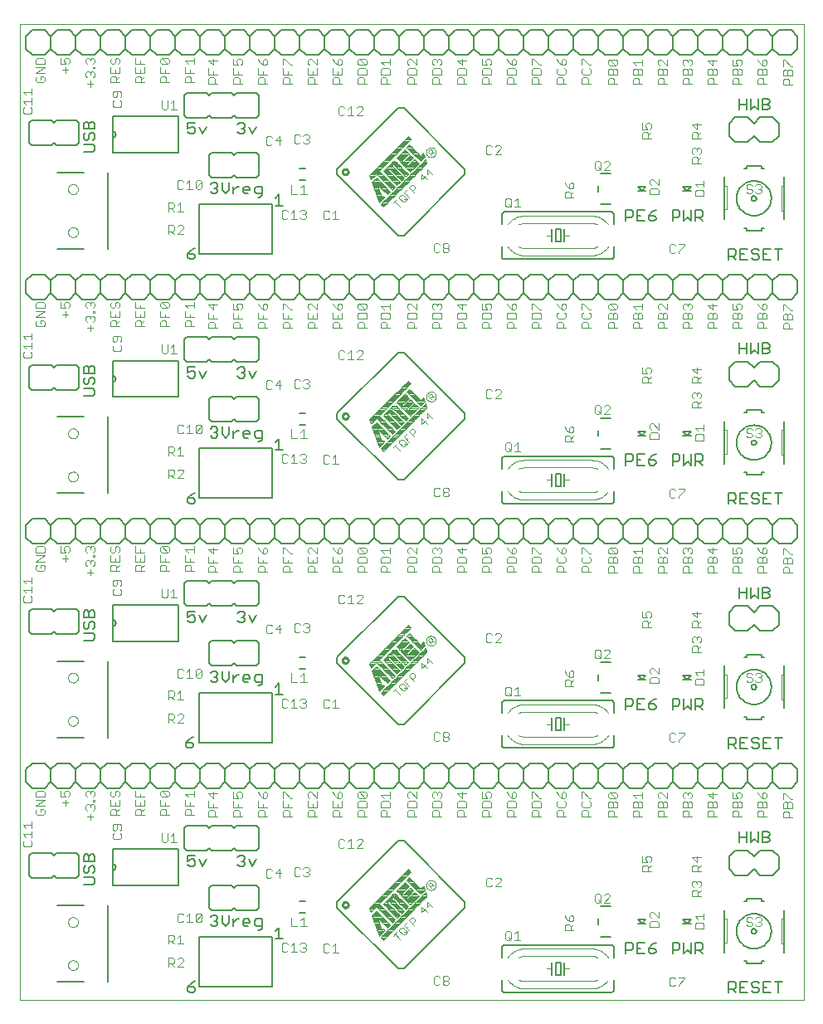
<source format=gto>
G04 This is an RS-274x file exported by *
G04 gerbv version 2.5.0 *
G04 More information is available about gerbv at *
G04 http://gerbv.gpleda.org/ *
G04 --End of header info--*
%MOIN*%
%FSLAX23Y23*%
%IPPOS*%
G04 --Define apertures--*
%ADD10C,0.0060*%
%ADD11C,0.0050*%
%ADD12C,0.0040*%
%ADD13C,0.0000*%
%ADD14C,0.0100*%
%ADD15C,0.0080*%
%ADD16C,0.0030*%
%ADD17C,0.0039*%
%ADD18C,0.0001*%
%ADD19C,0.0020*%
G04 --Start main section--*
G54D10*
G01X00277Y00476D02*
G01X00314Y00476D01*
G01X00314Y00476D02*
G01X00321Y00483D01*
G01X00321Y00483D02*
G01X00321Y00498D01*
G01X00321Y00498D02*
G01X00314Y00505D01*
G01X00314Y00505D02*
G01X00277Y00505D01*
G01X00285Y00522D02*
G01X00292Y00522D01*
G01X00292Y00522D02*
G01X00299Y00530D01*
G01X00299Y00530D02*
G01X00299Y00544D01*
G01X00299Y00544D02*
G01X00307Y00552D01*
G01X00307Y00552D02*
G01X00314Y00552D01*
G01X00314Y00552D02*
G01X00321Y00544D01*
G01X00321Y00544D02*
G01X00321Y00530D01*
G01X00321Y00530D02*
G01X00314Y00522D01*
G01X00285Y00522D02*
G01X00277Y00530D01*
G01X00277Y00530D02*
G01X00277Y00544D01*
G01X00277Y00544D02*
G01X00285Y00552D01*
G01X00277Y00568D02*
G01X00277Y00590D01*
G01X00277Y00590D02*
G01X00285Y00598D01*
G01X00285Y00598D02*
G01X00292Y00598D01*
G01X00292Y00598D02*
G01X00299Y00590D01*
G01X00299Y00590D02*
G01X00299Y00568D01*
G01X00277Y00568D02*
G01X00321Y00568D01*
G01X00321Y00568D02*
G01X00321Y00590D01*
G01X00321Y00590D02*
G01X00314Y00598D01*
G01X00314Y00598D02*
G01X00307Y00598D01*
G01X00307Y00598D02*
G01X00299Y00590D01*
G01X00258Y00592D02*
G01X00248Y00602D01*
G01X00248Y00602D02*
G01X00168Y00602D01*
G01X00168Y00602D02*
G01X00158Y00592D01*
G01X00158Y00592D02*
G01X00148Y00602D01*
G01X00148Y00602D02*
G01X00068Y00602D01*
G01X00068Y00602D02*
G01X00058Y00592D01*
G01X00058Y00592D02*
G01X00058Y00512D01*
G01X00058Y00512D02*
G01X00068Y00502D01*
G01X00068Y00502D02*
G01X00148Y00502D01*
G01X00148Y00502D02*
G01X00158Y00512D01*
G01X00158Y00512D02*
G01X00168Y00502D01*
G01X00168Y00502D02*
G01X00248Y00502D01*
G01X00248Y00502D02*
G01X00258Y00512D01*
G01X00258Y00512D02*
G01X00258Y00592D01*
G01X00395Y00618D02*
G01X00395Y00472D01*
G01X00395Y00472D02*
G01X00659Y00472D01*
G01X00659Y00472D02*
G01X00659Y00618D01*
G01X00659Y00618D02*
G01X00395Y00618D01*
G01X00395Y00557D02*
G01X00397Y00557D01*
G01X00397Y00557D02*
G01X00399Y00557D01*
G01X00399Y00557D02*
G01X00401Y00556D01*
G01X00401Y00556D02*
G01X00402Y00555D01*
G01X00402Y00555D02*
G01X00404Y00553D01*
G01X00404Y00553D02*
G01X00405Y00551D01*
G01X00405Y00551D02*
G01X00406Y00550D01*
G01X00406Y00550D02*
G01X00406Y00548D01*
G01X00406Y00548D02*
G01X00407Y00545D01*
G01X00407Y00545D02*
G01X00406Y00543D01*
G01X00406Y00543D02*
G01X00406Y00541D01*
G01X00406Y00541D02*
G01X00405Y00539D01*
G01X00405Y00539D02*
G01X00404Y00538D01*
G01X00404Y00538D02*
G01X00402Y00536D01*
G01X00402Y00536D02*
G01X00401Y00535D01*
G01X00401Y00535D02*
G01X00399Y00534D01*
G01X00399Y00534D02*
G01X00397Y00534D01*
G01X00397Y00534D02*
G01X00395Y00533D01*
G01X00370Y00864D02*
G01X00345Y00889D01*
G01X00345Y00889D02*
G01X00345Y00939D01*
G01X00345Y00939D02*
G01X00320Y00964D01*
G01X00320Y00964D02*
G01X00270Y00964D01*
G01X00270Y00964D02*
G01X00245Y00939D01*
G01X00245Y00939D02*
G01X00245Y00889D01*
G01X00245Y00889D02*
G01X00270Y00864D01*
G01X00270Y00864D02*
G01X00320Y00864D01*
G01X00320Y00864D02*
G01X00345Y00889D01*
G01X00345Y00889D02*
G01X00345Y00939D01*
G01X00345Y00939D02*
G01X00370Y00964D01*
G01X00370Y00964D02*
G01X00420Y00964D01*
G01X00420Y00964D02*
G01X00445Y00939D01*
G01X00445Y00939D02*
G01X00445Y00889D01*
G01X00445Y00889D02*
G01X00420Y00864D01*
G01X00420Y00864D02*
G01X00370Y00864D01*
G01X00445Y00889D02*
G01X00445Y00939D01*
G01X00445Y00939D02*
G01X00470Y00964D01*
G01X00470Y00964D02*
G01X00520Y00964D01*
G01X00520Y00964D02*
G01X00545Y00939D01*
G01X00545Y00939D02*
G01X00545Y00889D01*
G01X00545Y00889D02*
G01X00520Y00864D01*
G01X00520Y00864D02*
G01X00470Y00864D01*
G01X00470Y00864D02*
G01X00445Y00889D01*
G01X00545Y00889D02*
G01X00570Y00864D01*
G01X00570Y00864D02*
G01X00620Y00864D01*
G01X00620Y00864D02*
G01X00645Y00889D01*
G01X00645Y00889D02*
G01X00645Y00939D01*
G01X00645Y00939D02*
G01X00620Y00964D01*
G01X00620Y00964D02*
G01X00570Y00964D01*
G01X00570Y00964D02*
G01X00545Y00939D01*
G01X00545Y00939D02*
G01X00545Y00889D01*
G01X00645Y00889D02*
G01X00670Y00864D01*
G01X00670Y00864D02*
G01X00720Y00864D01*
G01X00720Y00864D02*
G01X00745Y00889D01*
G01X00745Y00889D02*
G01X00745Y00939D01*
G01X00745Y00939D02*
G01X00720Y00964D01*
G01X00720Y00964D02*
G01X00670Y00964D01*
G01X00670Y00964D02*
G01X00645Y00939D01*
G01X00645Y00939D02*
G01X00645Y00889D01*
G01X00745Y00889D02*
G01X00770Y00864D01*
G01X00770Y00864D02*
G01X00820Y00864D01*
G01X00820Y00864D02*
G01X00845Y00889D01*
G01X00845Y00889D02*
G01X00845Y00939D01*
G01X00845Y00939D02*
G01X00820Y00964D01*
G01X00820Y00964D02*
G01X00770Y00964D01*
G01X00770Y00964D02*
G01X00745Y00939D01*
G01X00745Y00939D02*
G01X00745Y00889D01*
G01X00845Y00889D02*
G01X00870Y00864D01*
G01X00870Y00864D02*
G01X00920Y00864D01*
G01X00920Y00864D02*
G01X00945Y00889D01*
G01X00945Y00889D02*
G01X00945Y00939D01*
G01X00945Y00939D02*
G01X00920Y00964D01*
G01X00920Y00964D02*
G01X00870Y00964D01*
G01X00870Y00964D02*
G01X00845Y00939D01*
G01X00845Y00939D02*
G01X00845Y00889D01*
G01X00945Y00889D02*
G01X00970Y00864D01*
G01X00970Y00864D02*
G01X01020Y00864D01*
G01X01020Y00864D02*
G01X01045Y00889D01*
G01X01045Y00889D02*
G01X01045Y00939D01*
G01X01045Y00939D02*
G01X01020Y00964D01*
G01X01020Y00964D02*
G01X00970Y00964D01*
G01X00970Y00964D02*
G01X00945Y00939D01*
G01X00945Y00939D02*
G01X00945Y00889D01*
G01X01045Y00889D02*
G01X01070Y00864D01*
G01X01070Y00864D02*
G01X01120Y00864D01*
G01X01120Y00864D02*
G01X01145Y00889D01*
G01X01145Y00889D02*
G01X01170Y00864D01*
G01X01170Y00864D02*
G01X01220Y00864D01*
G01X01220Y00864D02*
G01X01245Y00889D01*
G01X01245Y00889D02*
G01X01245Y00939D01*
G01X01245Y00939D02*
G01X01220Y00964D01*
G01X01220Y00964D02*
G01X01170Y00964D01*
G01X01170Y00964D02*
G01X01145Y00939D01*
G01X01145Y00939D02*
G01X01145Y00889D01*
G01X01145Y00889D02*
G01X01145Y00939D01*
G01X01145Y00939D02*
G01X01120Y00964D01*
G01X01120Y00964D02*
G01X01070Y00964D01*
G01X01070Y00964D02*
G01X01045Y00939D01*
G01X01045Y00939D02*
G01X01045Y00889D01*
G01X00971Y00714D02*
G01X00981Y00704D01*
G01X00981Y00704D02*
G01X00981Y00624D01*
G01X00981Y00624D02*
G01X00971Y00614D01*
G01X00971Y00614D02*
G01X00891Y00614D01*
G01X00891Y00614D02*
G01X00881Y00624D01*
G01X00881Y00624D02*
G01X00871Y00614D01*
G01X00871Y00614D02*
G01X00791Y00614D01*
G01X00791Y00614D02*
G01X00781Y00624D01*
G01X00781Y00624D02*
G01X00771Y00614D01*
G01X00771Y00614D02*
G01X00691Y00614D01*
G01X00691Y00614D02*
G01X00681Y00624D01*
G01X00681Y00624D02*
G01X00681Y00704D01*
G01X00681Y00704D02*
G01X00691Y00714D01*
G01X00691Y00714D02*
G01X00771Y00714D01*
G01X00771Y00714D02*
G01X00781Y00704D01*
G01X00781Y00704D02*
G01X00791Y00714D01*
G01X00791Y00714D02*
G01X00871Y00714D01*
G01X00871Y00714D02*
G01X00881Y00704D01*
G01X00881Y00704D02*
G01X00891Y00714D01*
G01X00891Y00714D02*
G01X00971Y00714D01*
G01X00917Y00592D02*
G01X00925Y00585D01*
G01X00925Y00585D02*
G01X00925Y00578D01*
G01X00925Y00578D02*
G01X00917Y00570D01*
G01X00917Y00570D02*
G01X00925Y00563D01*
G01X00925Y00563D02*
G01X00925Y00555D01*
G01X00925Y00555D02*
G01X00917Y00548D01*
G01X00917Y00548D02*
G01X00903Y00548D01*
G01X00903Y00548D02*
G01X00895Y00555D01*
G01X00910Y00570D02*
G01X00917Y00570D01*
G01X00917Y00592D02*
G01X00903Y00592D01*
G01X00903Y00592D02*
G01X00895Y00585D01*
G01X00941Y00578D02*
G01X00956Y00548D01*
G01X00956Y00548D02*
G01X00971Y00578D01*
G01X00972Y00474D02*
G01X00892Y00474D01*
G01X00892Y00474D02*
G01X00882Y00464D01*
G01X00882Y00464D02*
G01X00872Y00474D01*
G01X00872Y00474D02*
G01X00792Y00474D01*
G01X00792Y00474D02*
G01X00782Y00464D01*
G01X00782Y00464D02*
G01X00782Y00384D01*
G01X00782Y00384D02*
G01X00792Y00374D01*
G01X00792Y00374D02*
G01X00872Y00374D01*
G01X00872Y00374D02*
G01X00882Y00384D01*
G01X00882Y00384D02*
G01X00892Y00374D01*
G01X00892Y00374D02*
G01X00972Y00374D01*
G01X00972Y00374D02*
G01X00982Y00384D01*
G01X00982Y00384D02*
G01X00982Y00464D01*
G01X00982Y00464D02*
G01X00972Y00474D01*
G01X00971Y00338D02*
G01X00963Y00330D01*
G01X00963Y00330D02*
G01X00963Y00315D01*
G01X00963Y00315D02*
G01X00971Y00308D01*
G01X00971Y00308D02*
G01X00993Y00308D01*
G01X00993Y00301D02*
G01X00993Y00338D01*
G01X00993Y00338D02*
G01X00971Y00338D01*
G01X00946Y00330D02*
G01X00946Y00323D01*
G01X00946Y00323D02*
G01X00917Y00323D01*
G01X00917Y00330D02*
G01X00917Y00315D01*
G01X00917Y00315D02*
G01X00924Y00308D01*
G01X00924Y00308D02*
G01X00939Y00308D01*
G01X00946Y00330D02*
G01X00939Y00338D01*
G01X00939Y00338D02*
G01X00924Y00338D01*
G01X00924Y00338D02*
G01X00917Y00330D01*
G01X00901Y00338D02*
G01X00893Y00338D01*
G01X00893Y00338D02*
G01X00879Y00323D01*
G01X00879Y00308D02*
G01X00879Y00338D01*
G01X00862Y00323D02*
G01X00862Y00352D01*
G01X00862Y00323D02*
G01X00847Y00308D01*
G01X00847Y00308D02*
G01X00833Y00323D01*
G01X00833Y00323D02*
G01X00833Y00352D01*
G01X00816Y00345D02*
G01X00816Y00338D01*
G01X00816Y00338D02*
G01X00809Y00330D01*
G01X00809Y00330D02*
G01X00816Y00323D01*
G01X00816Y00323D02*
G01X00816Y00315D01*
G01X00816Y00315D02*
G01X00809Y00308D01*
G01X00809Y00308D02*
G01X00794Y00308D01*
G01X00794Y00308D02*
G01X00787Y00315D01*
G01X00801Y00330D02*
G01X00809Y00330D01*
G01X00816Y00345D02*
G01X00809Y00352D01*
G01X00809Y00352D02*
G01X00794Y00352D01*
G01X00794Y00352D02*
G01X00787Y00345D01*
G01X00756Y00548D02*
G01X00771Y00578D01*
G01X00741Y00578D02*
G01X00756Y00548D01*
G01X00725Y00555D02*
G01X00725Y00570D01*
G01X00725Y00570D02*
G01X00717Y00578D01*
G01X00717Y00578D02*
G01X00710Y00578D01*
G01X00710Y00578D02*
G01X00695Y00570D01*
G01X00695Y00570D02*
G01X00695Y00592D01*
G01X00695Y00592D02*
G01X00725Y00592D01*
G01X00725Y00555D02*
G01X00717Y00548D01*
G01X00717Y00548D02*
G01X00703Y00548D01*
G01X00703Y00548D02*
G01X00695Y00555D01*
G01X00978Y00293D02*
G01X00985Y00293D01*
G01X00985Y00293D02*
G01X00993Y00301D01*
G01X01047Y00290D02*
G01X01062Y00304D01*
G01X01062Y00304D02*
G01X01062Y00260D01*
G01X01047Y00260D02*
G01X01077Y00260D01*
G01X01144Y00362D02*
G01X01168Y00362D01*
G01X01168Y00409D02*
G01X01144Y00409D01*
G01X01270Y00864D02*
G01X01245Y00889D01*
G01X01245Y00889D02*
G01X01245Y00939D01*
G01X01245Y00939D02*
G01X01270Y00964D01*
G01X01270Y00964D02*
G01X01320Y00964D01*
G01X01320Y00964D02*
G01X01345Y00939D01*
G01X01345Y00939D02*
G01X01370Y00964D01*
G01X01370Y00964D02*
G01X01420Y00964D01*
G01X01420Y00964D02*
G01X01445Y00939D01*
G01X01445Y00939D02*
G01X01445Y00889D01*
G01X01445Y00889D02*
G01X01420Y00864D01*
G01X01420Y00864D02*
G01X01370Y00864D01*
G01X01370Y00864D02*
G01X01345Y00889D01*
G01X01345Y00889D02*
G01X01345Y00939D01*
G01X01345Y00939D02*
G01X01345Y00889D01*
G01X01345Y00889D02*
G01X01320Y00864D01*
G01X01320Y00864D02*
G01X01270Y00864D01*
G01X01445Y00889D02*
G01X01470Y00864D01*
G01X01470Y00864D02*
G01X01520Y00864D01*
G01X01520Y00864D02*
G01X01545Y00889D01*
G01X01545Y00889D02*
G01X01545Y00939D01*
G01X01545Y00939D02*
G01X01520Y00964D01*
G01X01520Y00964D02*
G01X01470Y00964D01*
G01X01470Y00964D02*
G01X01445Y00939D01*
G01X01445Y00939D02*
G01X01445Y00889D01*
G01X01545Y00889D02*
G01X01570Y00864D01*
G01X01570Y00864D02*
G01X01620Y00864D01*
G01X01620Y00864D02*
G01X01645Y00889D01*
G01X01645Y00889D02*
G01X01645Y00939D01*
G01X01645Y00939D02*
G01X01620Y00964D01*
G01X01620Y00964D02*
G01X01570Y00964D01*
G01X01570Y00964D02*
G01X01545Y00939D01*
G01X01545Y00939D02*
G01X01545Y00889D01*
G01X01645Y00889D02*
G01X01670Y00864D01*
G01X01670Y00864D02*
G01X01720Y00864D01*
G01X01720Y00864D02*
G01X01745Y00889D01*
G01X01745Y00889D02*
G01X01745Y00939D01*
G01X01745Y00939D02*
G01X01720Y00964D01*
G01X01720Y00964D02*
G01X01670Y00964D01*
G01X01670Y00964D02*
G01X01645Y00939D01*
G01X01645Y00939D02*
G01X01645Y00889D01*
G01X01745Y00889D02*
G01X01770Y00864D01*
G01X01770Y00864D02*
G01X01820Y00864D01*
G01X01820Y00864D02*
G01X01845Y00889D01*
G01X01845Y00889D02*
G01X01845Y00939D01*
G01X01845Y00939D02*
G01X01820Y00964D01*
G01X01820Y00964D02*
G01X01770Y00964D01*
G01X01770Y00964D02*
G01X01745Y00939D01*
G01X01745Y00939D02*
G01X01745Y00889D01*
G01X01845Y00889D02*
G01X01870Y00864D01*
G01X01870Y00864D02*
G01X01920Y00864D01*
G01X01920Y00864D02*
G01X01945Y00889D01*
G01X01945Y00889D02*
G01X01945Y00939D01*
G01X01945Y00939D02*
G01X01920Y00964D01*
G01X01920Y00964D02*
G01X01870Y00964D01*
G01X01870Y00964D02*
G01X01845Y00939D01*
G01X01845Y00939D02*
G01X01845Y00889D01*
G01X01945Y00889D02*
G01X01970Y00864D01*
G01X01970Y00864D02*
G01X02020Y00864D01*
G01X02020Y00864D02*
G01X02045Y00889D01*
G01X02045Y00889D02*
G01X02045Y00939D01*
G01X02045Y00939D02*
G01X02020Y00964D01*
G01X02020Y00964D02*
G01X01970Y00964D01*
G01X01970Y00964D02*
G01X01945Y00939D01*
G01X01945Y00939D02*
G01X01945Y00889D01*
G01X02045Y00889D02*
G01X02070Y00864D01*
G01X02070Y00864D02*
G01X02120Y00864D01*
G01X02120Y00864D02*
G01X02145Y00889D01*
G01X02145Y00889D02*
G01X02170Y00864D01*
G01X02170Y00864D02*
G01X02220Y00864D01*
G01X02220Y00864D02*
G01X02245Y00889D01*
G01X02245Y00889D02*
G01X02245Y00939D01*
G01X02245Y00939D02*
G01X02220Y00964D01*
G01X02220Y00964D02*
G01X02170Y00964D01*
G01X02170Y00964D02*
G01X02145Y00939D01*
G01X02145Y00939D02*
G01X02145Y00889D01*
G01X02145Y00889D02*
G01X02145Y00939D01*
G01X02145Y00939D02*
G01X02120Y00964D01*
G01X02120Y00964D02*
G01X02070Y00964D01*
G01X02070Y00964D02*
G01X02045Y00939D01*
G01X02045Y00939D02*
G01X02045Y00889D01*
G01X01968Y01025D02*
G01X02398Y01025D01*
G01X02398Y01025D02*
G01X02399Y01026D01*
G01X02399Y01026D02*
G01X02401Y01026D01*
G01X02401Y01026D02*
G01X02403Y01027D01*
G01X02403Y01027D02*
G01X02404Y01028D01*
G01X02404Y01028D02*
G01X02405Y01029D01*
G01X02405Y01029D02*
G01X02406Y01030D01*
G01X02406Y01030D02*
G01X02407Y01032D01*
G01X02407Y01032D02*
G01X02408Y01034D01*
G01X02408Y01034D02*
G01X02408Y01035D01*
G01X02408Y01035D02*
G01X02408Y01075D01*
G01X02408Y01165D02*
G01X02408Y01205D01*
G01X02408Y01205D02*
G01X02408Y01207D01*
G01X02408Y01207D02*
G01X02407Y01209D01*
G01X02407Y01209D02*
G01X02406Y01210D01*
G01X02406Y01210D02*
G01X02405Y01212D01*
G01X02405Y01212D02*
G01X02404Y01213D01*
G01X02404Y01213D02*
G01X02403Y01214D01*
G01X02403Y01214D02*
G01X02401Y01215D01*
G01X02401Y01215D02*
G01X02399Y01215D01*
G01X02399Y01215D02*
G01X02398Y01215D01*
G01X02398Y01215D02*
G01X01968Y01215D01*
G01X01968Y01215D02*
G01X01966Y01215D01*
G01X01966Y01215D02*
G01X01964Y01215D01*
G01X01964Y01215D02*
G01X01963Y01214D01*
G01X01963Y01214D02*
G01X01961Y01213D01*
G01X01961Y01213D02*
G01X01960Y01212D01*
G01X01960Y01212D02*
G01X01959Y01210D01*
G01X01959Y01210D02*
G01X01958Y01209D01*
G01X01958Y01209D02*
G01X01958Y01207D01*
G01X01958Y01207D02*
G01X01958Y01205D01*
G01X01958Y01205D02*
G01X01958Y01165D01*
G01X01958Y01075D02*
G01X01958Y01035D01*
G01X01958Y01035D02*
G01X01958Y01034D01*
G01X01958Y01034D02*
G01X01958Y01032D01*
G01X01958Y01032D02*
G01X01959Y01030D01*
G01X01959Y01030D02*
G01X01960Y01029D01*
G01X01960Y01029D02*
G01X01961Y01028D01*
G01X01961Y01028D02*
G01X01963Y01027D01*
G01X01963Y01027D02*
G01X01964Y01026D01*
G01X01964Y01026D02*
G01X01966Y01026D01*
G01X01966Y01026D02*
G01X01968Y01025D01*
G01X02158Y01095D02*
G01X02158Y01120D01*
G01X02158Y01120D02*
G01X02158Y01145D01*
G01X02173Y01145D02*
G01X02193Y01145D01*
G01X02193Y01145D02*
G01X02193Y01095D01*
G01X02193Y01095D02*
G01X02173Y01095D01*
G01X02173Y01095D02*
G01X02173Y01145D01*
G01X02208Y01145D02*
G01X02208Y01120D01*
G01X02208Y01120D02*
G01X02208Y01095D01*
G01X02270Y00964D02*
G01X02245Y00939D01*
G01X02245Y00939D02*
G01X02245Y00889D01*
G01X02245Y00889D02*
G01X02270Y00864D01*
G01X02270Y00864D02*
G01X02320Y00864D01*
G01X02320Y00864D02*
G01X02345Y00889D01*
G01X02345Y00889D02*
G01X02370Y00864D01*
G01X02370Y00864D02*
G01X02420Y00864D01*
G01X02420Y00864D02*
G01X02445Y00889D01*
G01X02445Y00889D02*
G01X02445Y00939D01*
G01X02445Y00939D02*
G01X02420Y00964D01*
G01X02420Y00964D02*
G01X02370Y00964D01*
G01X02370Y00964D02*
G01X02345Y00939D01*
G01X02345Y00939D02*
G01X02345Y00889D01*
G01X02345Y00889D02*
G01X02345Y00939D01*
G01X02345Y00939D02*
G01X02320Y00964D01*
G01X02320Y00964D02*
G01X02270Y00964D01*
G01X02445Y00939D02*
G01X02445Y00889D01*
G01X02445Y00889D02*
G01X02470Y00864D01*
G01X02470Y00864D02*
G01X02520Y00864D01*
G01X02520Y00864D02*
G01X02545Y00889D01*
G01X02545Y00889D02*
G01X02545Y00939D01*
G01X02545Y00939D02*
G01X02520Y00964D01*
G01X02520Y00964D02*
G01X02470Y00964D01*
G01X02470Y00964D02*
G01X02445Y00939D01*
G01X02545Y00939D02*
G01X02545Y00889D01*
G01X02545Y00889D02*
G01X02570Y00864D01*
G01X02570Y00864D02*
G01X02620Y00864D01*
G01X02620Y00864D02*
G01X02645Y00889D01*
G01X02645Y00889D02*
G01X02645Y00939D01*
G01X02645Y00939D02*
G01X02620Y00964D01*
G01X02620Y00964D02*
G01X02570Y00964D01*
G01X02570Y00964D02*
G01X02545Y00939D01*
G01X02645Y00939D02*
G01X02645Y00889D01*
G01X02645Y00889D02*
G01X02670Y00864D01*
G01X02670Y00864D02*
G01X02720Y00864D01*
G01X02720Y00864D02*
G01X02745Y00889D01*
G01X02745Y00889D02*
G01X02745Y00939D01*
G01X02745Y00939D02*
G01X02720Y00964D01*
G01X02720Y00964D02*
G01X02670Y00964D01*
G01X02670Y00964D02*
G01X02645Y00939D01*
G01X02745Y00939D02*
G01X02745Y00889D01*
G01X02745Y00889D02*
G01X02770Y00864D01*
G01X02770Y00864D02*
G01X02820Y00864D01*
G01X02820Y00864D02*
G01X02845Y00889D01*
G01X02845Y00889D02*
G01X02845Y00939D01*
G01X02845Y00939D02*
G01X02820Y00964D01*
G01X02820Y00964D02*
G01X02770Y00964D01*
G01X02770Y00964D02*
G01X02745Y00939D01*
G01X02845Y00939D02*
G01X02845Y00889D01*
G01X02845Y00889D02*
G01X02870Y00864D01*
G01X02870Y00864D02*
G01X02920Y00864D01*
G01X02920Y00864D02*
G01X02945Y00889D01*
G01X02945Y00889D02*
G01X02945Y00939D01*
G01X02945Y00939D02*
G01X02920Y00964D01*
G01X02920Y00964D02*
G01X02870Y00964D01*
G01X02870Y00964D02*
G01X02845Y00939D01*
G01X02869Y01023D02*
G01X02869Y01067D01*
G01X02869Y01067D02*
G01X02891Y01067D01*
G01X02891Y01067D02*
G01X02899Y01060D01*
G01X02899Y01060D02*
G01X02899Y01045D01*
G01X02899Y01045D02*
G01X02891Y01038D01*
G01X02891Y01038D02*
G01X02869Y01038D01*
G01X02884Y01038D02*
G01X02899Y01023D01*
G01X02915Y01023D02*
G01X02945Y01023D01*
G01X02961Y01031D02*
G01X02969Y01023D01*
G01X02969Y01023D02*
G01X02983Y01023D01*
G01X02983Y01023D02*
G01X02991Y01031D01*
G01X02991Y01031D02*
G01X02991Y01038D01*
G01X02991Y01038D02*
G01X02983Y01045D01*
G01X02983Y01045D02*
G01X02969Y01045D01*
G01X02969Y01045D02*
G01X02961Y01053D01*
G01X02961Y01053D02*
G01X02961Y01060D01*
G01X02961Y01060D02*
G01X02969Y01067D01*
G01X02969Y01067D02*
G01X02983Y01067D01*
G01X02983Y01067D02*
G01X02991Y01060D01*
G01X03007Y01067D02*
G01X03007Y01023D01*
G01X03007Y01023D02*
G01X03037Y01023D01*
G01X03022Y01045D02*
G01X03007Y01045D01*
G01X03007Y01067D02*
G01X03037Y01067D01*
G01X03053Y01067D02*
G01X03083Y01067D01*
G01X03068Y01067D02*
G01X03068Y01023D01*
G01X03070Y00964D02*
G01X03045Y00939D01*
G01X03045Y00939D02*
G01X03045Y00889D01*
G01X03045Y00889D02*
G01X03020Y00864D01*
G01X03020Y00864D02*
G01X02970Y00864D01*
G01X02970Y00864D02*
G01X02945Y00889D01*
G01X02945Y00889D02*
G01X02945Y00939D01*
G01X02945Y00939D02*
G01X02970Y00964D01*
G01X02970Y00964D02*
G01X03020Y00964D01*
G01X03020Y00964D02*
G01X03045Y00939D01*
G01X03045Y00939D02*
G01X03045Y00889D01*
G01X03045Y00889D02*
G01X03070Y00864D01*
G01X03070Y00864D02*
G01X03120Y00864D01*
G01X03120Y00864D02*
G01X03145Y00889D01*
G01X03145Y00889D02*
G01X03145Y00939D01*
G01X03145Y00939D02*
G01X03120Y00964D01*
G01X03120Y00964D02*
G01X03070Y00964D01*
G01X02930Y01045D02*
G01X02915Y01045D01*
G01X02915Y01067D02*
G01X02915Y01023D01*
G01X02915Y01067D02*
G01X02945Y01067D01*
G01X02940Y01140D02*
G01X03000Y01140D01*
G01X03000Y01140D02*
G01X03000Y01150D01*
G01X03000Y01150D02*
G01X03010Y01150D01*
G01X02940Y01150D02*
G01X02930Y01150D01*
G01X02940Y01150D02*
G01X02940Y01140D01*
G01X02850Y01185D02*
G01X02850Y01225D01*
G01X02850Y01225D02*
G01X02850Y01320D01*
G01X02850Y01320D02*
G01X02850Y01355D01*
G01X02930Y01390D02*
G01X02940Y01390D01*
G01X02940Y01390D02*
G01X02940Y01400D01*
G01X02940Y01400D02*
G01X03000Y01400D01*
G01X03000Y01400D02*
G01X03000Y01390D01*
G01X03000Y01390D02*
G01X03010Y01390D01*
G01X03090Y01355D02*
G01X03090Y01320D01*
G01X03090Y01320D02*
G01X03090Y01220D01*
G01X03090Y01220D02*
G01X03090Y01185D01*
G01X02960Y01270D02*
G01X02960Y01272D01*
G01X02960Y01272D02*
G01X02961Y01274D01*
G01X02961Y01274D02*
G01X02962Y01276D01*
G01X02962Y01276D02*
G01X02963Y01278D01*
G01X02963Y01278D02*
G01X02965Y01279D01*
G01X02965Y01279D02*
G01X02966Y01280D01*
G01X02966Y01280D02*
G01X02968Y01280D01*
G01X02968Y01280D02*
G01X02970Y01280D01*
G01X02970Y01280D02*
G01X02972Y01280D01*
G01X02972Y01280D02*
G01X02974Y01280D01*
G01X02974Y01280D02*
G01X02976Y01279D01*
G01X02976Y01279D02*
G01X02977Y01278D01*
G01X02977Y01278D02*
G01X02979Y01276D01*
G01X02979Y01276D02*
G01X02979Y01274D01*
G01X02979Y01274D02*
G01X02980Y01272D01*
G01X02980Y01272D02*
G01X02980Y01270D01*
G01X02980Y01270D02*
G01X02980Y01268D01*
G01X02980Y01268D02*
G01X02979Y01267D01*
G01X02979Y01267D02*
G01X02979Y01265D01*
G01X02979Y01265D02*
G01X02977Y01263D01*
G01X02977Y01263D02*
G01X02976Y01262D01*
G01X02976Y01262D02*
G01X02974Y01261D01*
G01X02974Y01261D02*
G01X02972Y01261D01*
G01X02972Y01261D02*
G01X02970Y01260D01*
G01X02970Y01260D02*
G01X02968Y01261D01*
G01X02968Y01261D02*
G01X02966Y01261D01*
G01X02966Y01261D02*
G01X02965Y01262D01*
G01X02965Y01262D02*
G01X02963Y01263D01*
G01X02963Y01263D02*
G01X02962Y01265D01*
G01X02962Y01265D02*
G01X02961Y01267D01*
G01X02961Y01267D02*
G01X02960Y01268D01*
G01X02960Y01268D02*
G01X02960Y01270D01*
G01X02900Y01270D02*
G01X02900Y01276D01*
G01X02900Y01276D02*
G01X02901Y01281D01*
G01X02901Y01281D02*
G01X02902Y01286D01*
G01X02902Y01286D02*
G01X02903Y01291D01*
G01X02903Y01291D02*
G01X02905Y01296D01*
G01X02905Y01296D02*
G01X02907Y01301D01*
G01X02907Y01301D02*
G01X02910Y01305D01*
G01X02910Y01305D02*
G01X02912Y01310D01*
G01X02912Y01310D02*
G01X02916Y01314D01*
G01X02916Y01314D02*
G01X02919Y01318D01*
G01X02919Y01318D02*
G01X02923Y01322D01*
G01X02923Y01322D02*
G01X02927Y01325D01*
G01X02927Y01325D02*
G01X02931Y01328D01*
G01X02931Y01328D02*
G01X02935Y01331D01*
G01X02935Y01331D02*
G01X02940Y01334D01*
G01X02940Y01334D02*
G01X02945Y01336D01*
G01X02945Y01336D02*
G01X02950Y01337D01*
G01X02950Y01337D02*
G01X02955Y01339D01*
G01X02955Y01339D02*
G01X02960Y01340D01*
G01X02960Y01340D02*
G01X02965Y01340D01*
G01X02965Y01340D02*
G01X02970Y01340D01*
G01X02970Y01340D02*
G01X02975Y01340D01*
G01X02975Y01340D02*
G01X02981Y01340D01*
G01X02981Y01340D02*
G01X02986Y01339D01*
G01X02986Y01339D02*
G01X02991Y01337D01*
G01X02991Y01337D02*
G01X02996Y01336D01*
G01X02996Y01336D02*
G01X03001Y01334D01*
G01X03001Y01334D02*
G01X03005Y01331D01*
G01X03005Y01331D02*
G01X03010Y01328D01*
G01X03010Y01328D02*
G01X03014Y01325D01*
G01X03014Y01325D02*
G01X03018Y01322D01*
G01X03018Y01322D02*
G01X03022Y01318D01*
G01X03022Y01318D02*
G01X03025Y01314D01*
G01X03025Y01314D02*
G01X03028Y01310D01*
G01X03028Y01310D02*
G01X03031Y01305D01*
G01X03031Y01305D02*
G01X03033Y01301D01*
G01X03033Y01301D02*
G01X03035Y01296D01*
G01X03035Y01296D02*
G01X03037Y01291D01*
G01X03037Y01291D02*
G01X03038Y01286D01*
G01X03038Y01286D02*
G01X03039Y01281D01*
G01X03039Y01281D02*
G01X03040Y01276D01*
G01X03040Y01276D02*
G01X03040Y01270D01*
G01X03040Y01270D02*
G01X03040Y01265D01*
G01X03040Y01265D02*
G01X03039Y01260D01*
G01X03039Y01260D02*
G01X03038Y01255D01*
G01X03038Y01255D02*
G01X03037Y01250D01*
G01X03037Y01250D02*
G01X03035Y01245D01*
G01X03035Y01245D02*
G01X03033Y01240D01*
G01X03033Y01240D02*
G01X03031Y01235D01*
G01X03031Y01235D02*
G01X03028Y01231D01*
G01X03028Y01231D02*
G01X03025Y01227D01*
G01X03025Y01227D02*
G01X03022Y01223D01*
G01X03022Y01223D02*
G01X03018Y01219D01*
G01X03018Y01219D02*
G01X03014Y01216D01*
G01X03014Y01216D02*
G01X03010Y01213D01*
G01X03010Y01213D02*
G01X03005Y01210D01*
G01X03005Y01210D02*
G01X03001Y01207D01*
G01X03001Y01207D02*
G01X02996Y01205D01*
G01X02996Y01205D02*
G01X02991Y01204D01*
G01X02991Y01204D02*
G01X02986Y01202D01*
G01X02986Y01202D02*
G01X02981Y01201D01*
G01X02981Y01201D02*
G01X02975Y01201D01*
G01X02975Y01201D02*
G01X02970Y01200D01*
G01X02970Y01200D02*
G01X02965Y01201D01*
G01X02965Y01201D02*
G01X02960Y01201D01*
G01X02960Y01201D02*
G01X02955Y01202D01*
G01X02955Y01202D02*
G01X02950Y01204D01*
G01X02950Y01204D02*
G01X02945Y01205D01*
G01X02945Y01205D02*
G01X02940Y01207D01*
G01X02940Y01207D02*
G01X02935Y01210D01*
G01X02935Y01210D02*
G01X02931Y01213D01*
G01X02931Y01213D02*
G01X02927Y01216D01*
G01X02927Y01216D02*
G01X02923Y01219D01*
G01X02923Y01219D02*
G01X02919Y01223D01*
G01X02919Y01223D02*
G01X02916Y01227D01*
G01X02916Y01227D02*
G01X02912Y01231D01*
G01X02912Y01231D02*
G01X02910Y01235D01*
G01X02910Y01235D02*
G01X02907Y01240D01*
G01X02907Y01240D02*
G01X02905Y01245D01*
G01X02905Y01245D02*
G01X02903Y01250D01*
G01X02903Y01250D02*
G01X02902Y01255D01*
G01X02902Y01255D02*
G01X02901Y01260D01*
G01X02901Y01260D02*
G01X02900Y01265D01*
G01X02900Y01265D02*
G01X02900Y01270D01*
G01X02764Y01216D02*
G01X02764Y01202D01*
G01X02764Y01202D02*
G01X02757Y01194D01*
G01X02757Y01194D02*
G01X02735Y01194D01*
G01X02735Y01180D02*
G01X02735Y01224D01*
G01X02735Y01224D02*
G01X02757Y01224D01*
G01X02757Y01224D02*
G01X02764Y01216D01*
G01X02749Y01194D02*
G01X02764Y01180D01*
G01X02718Y01180D02*
G01X02718Y01224D01*
G01X02689Y01224D02*
G01X02689Y01180D01*
G01X02689Y01180D02*
G01X02703Y01194D01*
G01X02703Y01194D02*
G01X02718Y01180D01*
G01X02672Y01202D02*
G01X02665Y01194D01*
G01X02665Y01194D02*
G01X02643Y01194D01*
G01X02643Y01180D02*
G01X02643Y01224D01*
G01X02643Y01224D02*
G01X02665Y01224D01*
G01X02665Y01224D02*
G01X02672Y01216D01*
G01X02672Y01216D02*
G01X02672Y01202D01*
G01X02577Y01194D02*
G01X02569Y01202D01*
G01X02569Y01202D02*
G01X02547Y01202D01*
G01X02547Y01202D02*
G01X02547Y01187D01*
G01X02547Y01187D02*
G01X02555Y01180D01*
G01X02555Y01180D02*
G01X02569Y01180D01*
G01X02569Y01180D02*
G01X02577Y01187D01*
G01X02577Y01187D02*
G01X02577Y01194D01*
G01X02562Y01216D02*
G01X02547Y01202D01*
G01X02562Y01216D02*
G01X02577Y01224D01*
G01X02530Y01224D02*
G01X02501Y01224D01*
G01X02501Y01224D02*
G01X02501Y01180D01*
G01X02501Y01180D02*
G01X02530Y01180D01*
G01X02516Y01202D02*
G01X02501Y01202D01*
G01X02484Y01202D02*
G01X02477Y01194D01*
G01X02477Y01194D02*
G01X02455Y01194D01*
G01X02455Y01180D02*
G01X02455Y01224D01*
G01X02455Y01224D02*
G01X02477Y01224D01*
G01X02477Y01224D02*
G01X02484Y01216D01*
G01X02484Y01216D02*
G01X02484Y01202D01*
G01X02396Y01246D02*
G01X02355Y01246D01*
G01X02344Y01296D02*
G01X02344Y01320D01*
G01X02355Y01370D02*
G01X02396Y01370D01*
G01X02420Y01845D02*
G01X02370Y01845D01*
G01X02370Y01845D02*
G01X02345Y01870D01*
G01X02345Y01870D02*
G01X02345Y01920D01*
G01X02345Y01920D02*
G01X02370Y01945D01*
G01X02370Y01945D02*
G01X02420Y01945D01*
G01X02420Y01945D02*
G01X02445Y01920D01*
G01X02445Y01920D02*
G01X02445Y01870D01*
G01X02445Y01870D02*
G01X02420Y01845D01*
G01X02445Y01870D02*
G01X02470Y01845D01*
G01X02470Y01845D02*
G01X02520Y01845D01*
G01X02520Y01845D02*
G01X02545Y01870D01*
G01X02545Y01870D02*
G01X02545Y01920D01*
G01X02545Y01920D02*
G01X02520Y01945D01*
G01X02520Y01945D02*
G01X02470Y01945D01*
G01X02470Y01945D02*
G01X02445Y01920D01*
G01X02445Y01920D02*
G01X02445Y01870D01*
G01X02545Y01870D02*
G01X02570Y01845D01*
G01X02570Y01845D02*
G01X02620Y01845D01*
G01X02620Y01845D02*
G01X02645Y01870D01*
G01X02645Y01870D02*
G01X02645Y01920D01*
G01X02645Y01920D02*
G01X02620Y01945D01*
G01X02620Y01945D02*
G01X02570Y01945D01*
G01X02570Y01945D02*
G01X02545Y01920D01*
G01X02545Y01920D02*
G01X02545Y01870D01*
G01X02645Y01870D02*
G01X02670Y01845D01*
G01X02670Y01845D02*
G01X02720Y01845D01*
G01X02720Y01845D02*
G01X02745Y01870D01*
G01X02745Y01870D02*
G01X02745Y01920D01*
G01X02745Y01920D02*
G01X02720Y01945D01*
G01X02720Y01945D02*
G01X02670Y01945D01*
G01X02670Y01945D02*
G01X02645Y01920D01*
G01X02645Y01920D02*
G01X02645Y01870D01*
G01X02745Y01870D02*
G01X02770Y01845D01*
G01X02770Y01845D02*
G01X02820Y01845D01*
G01X02820Y01845D02*
G01X02845Y01870D01*
G01X02845Y01870D02*
G01X02845Y01920D01*
G01X02845Y01920D02*
G01X02820Y01945D01*
G01X02820Y01945D02*
G01X02770Y01945D01*
G01X02770Y01945D02*
G01X02745Y01920D01*
G01X02745Y01920D02*
G01X02745Y01870D01*
G01X02845Y01870D02*
G01X02870Y01845D01*
G01X02870Y01845D02*
G01X02920Y01845D01*
G01X02920Y01845D02*
G01X02945Y01870D01*
G01X02945Y01870D02*
G01X02945Y01920D01*
G01X02945Y01920D02*
G01X02920Y01945D01*
G01X02920Y01945D02*
G01X02870Y01945D01*
G01X02870Y01945D02*
G01X02845Y01920D01*
G01X02845Y01920D02*
G01X02845Y01870D01*
G01X02945Y01870D02*
G01X02970Y01845D01*
G01X02970Y01845D02*
G01X03020Y01845D01*
G01X03020Y01845D02*
G01X03045Y01870D01*
G01X03045Y01870D02*
G01X03045Y01920D01*
G01X03045Y01920D02*
G01X03020Y01945D01*
G01X03020Y01945D02*
G01X02970Y01945D01*
G01X02970Y01945D02*
G01X02945Y01920D01*
G01X02945Y01920D02*
G01X02945Y01870D01*
G01X03045Y01870D02*
G01X03070Y01845D01*
G01X03070Y01845D02*
G01X03120Y01845D01*
G01X03120Y01845D02*
G01X03145Y01870D01*
G01X03145Y01870D02*
G01X03145Y01920D01*
G01X03145Y01920D02*
G01X03120Y01945D01*
G01X03120Y01945D02*
G01X03070Y01945D01*
G01X03070Y01945D02*
G01X03045Y01920D01*
G01X03045Y01920D02*
G01X03045Y01870D01*
G01X03037Y02005D02*
G01X03007Y02005D01*
G01X03007Y02005D02*
G01X03007Y02049D01*
G01X03007Y02049D02*
G01X03037Y02049D01*
G01X03053Y02049D02*
G01X03083Y02049D01*
G01X03068Y02049D02*
G01X03068Y02005D01*
G01X03022Y02027D02*
G01X03007Y02027D01*
G01X02991Y02019D02*
G01X02991Y02012D01*
G01X02991Y02012D02*
G01X02983Y02005D01*
G01X02983Y02005D02*
G01X02969Y02005D01*
G01X02969Y02005D02*
G01X02961Y02012D01*
G01X02969Y02027D02*
G01X02961Y02034D01*
G01X02961Y02034D02*
G01X02961Y02041D01*
G01X02961Y02041D02*
G01X02969Y02049D01*
G01X02969Y02049D02*
G01X02983Y02049D01*
G01X02983Y02049D02*
G01X02991Y02041D01*
G01X02983Y02027D02*
G01X02991Y02019D01*
G01X02983Y02027D02*
G01X02969Y02027D01*
G01X02945Y02005D02*
G01X02915Y02005D01*
G01X02915Y02005D02*
G01X02915Y02049D01*
G01X02915Y02049D02*
G01X02945Y02049D01*
G01X02930Y02027D02*
G01X02915Y02027D01*
G01X02899Y02027D02*
G01X02891Y02019D01*
G01X02891Y02019D02*
G01X02869Y02019D01*
G01X02869Y02005D02*
G01X02869Y02049D01*
G01X02869Y02049D02*
G01X02891Y02049D01*
G01X02891Y02049D02*
G01X02899Y02041D01*
G01X02899Y02041D02*
G01X02899Y02027D01*
G01X02884Y02019D02*
G01X02899Y02005D01*
G01X02940Y02122D02*
G01X03000Y02122D01*
G01X03000Y02122D02*
G01X03000Y02132D01*
G01X03000Y02132D02*
G01X03010Y02132D01*
G01X02940Y02132D02*
G01X02930Y02132D01*
G01X02940Y02132D02*
G01X02940Y02122D01*
G01X02850Y02167D02*
G01X02850Y02207D01*
G01X02850Y02207D02*
G01X02850Y02302D01*
G01X02850Y02302D02*
G01X02850Y02337D01*
G01X02930Y02372D02*
G01X02940Y02372D01*
G01X02940Y02372D02*
G01X02940Y02382D01*
G01X02940Y02382D02*
G01X03000Y02382D01*
G01X03000Y02382D02*
G01X03000Y02372D01*
G01X03000Y02372D02*
G01X03010Y02372D01*
G01X03090Y02337D02*
G01X03090Y02302D01*
G01X03090Y02302D02*
G01X03090Y02202D01*
G01X03090Y02202D02*
G01X03090Y02167D01*
G01X02960Y02252D02*
G01X02960Y02254D01*
G01X02960Y02254D02*
G01X02961Y02255D01*
G01X02961Y02255D02*
G01X02962Y02257D01*
G01X02962Y02257D02*
G01X02963Y02259D01*
G01X02963Y02259D02*
G01X02965Y02260D01*
G01X02965Y02260D02*
G01X02966Y02261D01*
G01X02966Y02261D02*
G01X02968Y02261D01*
G01X02968Y02261D02*
G01X02970Y02262D01*
G01X02970Y02262D02*
G01X02972Y02261D01*
G01X02972Y02261D02*
G01X02974Y02261D01*
G01X02974Y02261D02*
G01X02976Y02260D01*
G01X02976Y02260D02*
G01X02977Y02259D01*
G01X02977Y02259D02*
G01X02979Y02257D01*
G01X02979Y02257D02*
G01X02979Y02255D01*
G01X02979Y02255D02*
G01X02980Y02254D01*
G01X02980Y02254D02*
G01X02980Y02252D01*
G01X02980Y02252D02*
G01X02980Y02250D01*
G01X02980Y02250D02*
G01X02979Y02248D01*
G01X02979Y02248D02*
G01X02979Y02246D01*
G01X02979Y02246D02*
G01X02977Y02245D01*
G01X02977Y02245D02*
G01X02976Y02243D01*
G01X02976Y02243D02*
G01X02974Y02242D01*
G01X02974Y02242D02*
G01X02972Y02242D01*
G01X02972Y02242D02*
G01X02970Y02242D01*
G01X02970Y02242D02*
G01X02968Y02242D01*
G01X02968Y02242D02*
G01X02966Y02242D01*
G01X02966Y02242D02*
G01X02965Y02243D01*
G01X02965Y02243D02*
G01X02963Y02245D01*
G01X02963Y02245D02*
G01X02962Y02246D01*
G01X02962Y02246D02*
G01X02961Y02248D01*
G01X02961Y02248D02*
G01X02960Y02250D01*
G01X02960Y02250D02*
G01X02960Y02252D01*
G01X02900Y02252D02*
G01X02900Y02257D01*
G01X02900Y02257D02*
G01X02901Y02262D01*
G01X02901Y02262D02*
G01X02902Y02267D01*
G01X02902Y02267D02*
G01X02903Y02272D01*
G01X02903Y02272D02*
G01X02905Y02277D01*
G01X02905Y02277D02*
G01X02907Y02282D01*
G01X02907Y02282D02*
G01X02910Y02287D01*
G01X02910Y02287D02*
G01X02912Y02291D01*
G01X02912Y02291D02*
G01X02916Y02295D01*
G01X02916Y02295D02*
G01X02919Y02299D01*
G01X02919Y02299D02*
G01X02923Y02303D01*
G01X02923Y02303D02*
G01X02927Y02306D01*
G01X02927Y02306D02*
G01X02931Y02309D01*
G01X02931Y02309D02*
G01X02935Y02312D01*
G01X02935Y02312D02*
G01X02940Y02315D01*
G01X02940Y02315D02*
G01X02945Y02317D01*
G01X02945Y02317D02*
G01X02950Y02319D01*
G01X02950Y02319D02*
G01X02955Y02320D01*
G01X02955Y02320D02*
G01X02960Y02321D01*
G01X02960Y02321D02*
G01X02965Y02321D01*
G01X02965Y02321D02*
G01X02970Y02322D01*
G01X02970Y02322D02*
G01X02975Y02321D01*
G01X02975Y02321D02*
G01X02981Y02321D01*
G01X02981Y02321D02*
G01X02986Y02320D01*
G01X02986Y02320D02*
G01X02991Y02319D01*
G01X02991Y02319D02*
G01X02996Y02317D01*
G01X02996Y02317D02*
G01X03001Y02315D01*
G01X03001Y02315D02*
G01X03005Y02312D01*
G01X03005Y02312D02*
G01X03010Y02309D01*
G01X03010Y02309D02*
G01X03014Y02306D01*
G01X03014Y02306D02*
G01X03018Y02303D01*
G01X03018Y02303D02*
G01X03022Y02299D01*
G01X03022Y02299D02*
G01X03025Y02295D01*
G01X03025Y02295D02*
G01X03028Y02291D01*
G01X03028Y02291D02*
G01X03031Y02287D01*
G01X03031Y02287D02*
G01X03033Y02282D01*
G01X03033Y02282D02*
G01X03035Y02277D01*
G01X03035Y02277D02*
G01X03037Y02272D01*
G01X03037Y02272D02*
G01X03038Y02267D01*
G01X03038Y02267D02*
G01X03039Y02262D01*
G01X03039Y02262D02*
G01X03040Y02257D01*
G01X03040Y02257D02*
G01X03040Y02252D01*
G01X03040Y02252D02*
G01X03040Y02246D01*
G01X03040Y02246D02*
G01X03039Y02241D01*
G01X03039Y02241D02*
G01X03038Y02236D01*
G01X03038Y02236D02*
G01X03037Y02231D01*
G01X03037Y02231D02*
G01X03035Y02226D01*
G01X03035Y02226D02*
G01X03033Y02221D01*
G01X03033Y02221D02*
G01X03031Y02217D01*
G01X03031Y02217D02*
G01X03028Y02212D01*
G01X03028Y02212D02*
G01X03025Y02208D01*
G01X03025Y02208D02*
G01X03022Y02204D01*
G01X03022Y02204D02*
G01X03018Y02200D01*
G01X03018Y02200D02*
G01X03014Y02197D01*
G01X03014Y02197D02*
G01X03010Y02194D01*
G01X03010Y02194D02*
G01X03005Y02191D01*
G01X03005Y02191D02*
G01X03001Y02189D01*
G01X03001Y02189D02*
G01X02996Y02186D01*
G01X02996Y02186D02*
G01X02991Y02185D01*
G01X02991Y02185D02*
G01X02986Y02183D01*
G01X02986Y02183D02*
G01X02981Y02182D01*
G01X02981Y02182D02*
G01X02975Y02182D01*
G01X02975Y02182D02*
G01X02970Y02182D01*
G01X02970Y02182D02*
G01X02965Y02182D01*
G01X02965Y02182D02*
G01X02960Y02182D01*
G01X02960Y02182D02*
G01X02955Y02183D01*
G01X02955Y02183D02*
G01X02950Y02185D01*
G01X02950Y02185D02*
G01X02945Y02186D01*
G01X02945Y02186D02*
G01X02940Y02189D01*
G01X02940Y02189D02*
G01X02935Y02191D01*
G01X02935Y02191D02*
G01X02931Y02194D01*
G01X02931Y02194D02*
G01X02927Y02197D01*
G01X02927Y02197D02*
G01X02923Y02200D01*
G01X02923Y02200D02*
G01X02919Y02204D01*
G01X02919Y02204D02*
G01X02916Y02208D01*
G01X02916Y02208D02*
G01X02912Y02212D01*
G01X02912Y02212D02*
G01X02910Y02217D01*
G01X02910Y02217D02*
G01X02907Y02221D01*
G01X02907Y02221D02*
G01X02905Y02226D01*
G01X02905Y02226D02*
G01X02903Y02231D01*
G01X02903Y02231D02*
G01X02902Y02236D01*
G01X02902Y02236D02*
G01X02901Y02241D01*
G01X02901Y02241D02*
G01X02900Y02246D01*
G01X02900Y02246D02*
G01X02900Y02252D01*
G01X02764Y02198D02*
G01X02764Y02183D01*
G01X02764Y02183D02*
G01X02757Y02176D01*
G01X02757Y02176D02*
G01X02735Y02176D01*
G01X02735Y02161D02*
G01X02735Y02205D01*
G01X02735Y02205D02*
G01X02757Y02205D01*
G01X02757Y02205D02*
G01X02764Y02198D01*
G01X02749Y02176D02*
G01X02764Y02161D01*
G01X02718Y02161D02*
G01X02718Y02205D01*
G01X02689Y02205D02*
G01X02689Y02161D01*
G01X02689Y02161D02*
G01X02703Y02176D01*
G01X02703Y02176D02*
G01X02718Y02161D01*
G01X02672Y02183D02*
G01X02665Y02176D01*
G01X02665Y02176D02*
G01X02643Y02176D01*
G01X02643Y02161D02*
G01X02643Y02205D01*
G01X02643Y02205D02*
G01X02665Y02205D01*
G01X02665Y02205D02*
G01X02672Y02198D01*
G01X02672Y02198D02*
G01X02672Y02183D01*
G01X02577Y02176D02*
G01X02569Y02183D01*
G01X02569Y02183D02*
G01X02547Y02183D01*
G01X02547Y02183D02*
G01X02547Y02168D01*
G01X02547Y02168D02*
G01X02555Y02161D01*
G01X02555Y02161D02*
G01X02569Y02161D01*
G01X02569Y02161D02*
G01X02577Y02168D01*
G01X02577Y02168D02*
G01X02577Y02176D01*
G01X02562Y02198D02*
G01X02547Y02183D01*
G01X02562Y02198D02*
G01X02577Y02205D01*
G01X02530Y02205D02*
G01X02501Y02205D01*
G01X02501Y02205D02*
G01X02501Y02161D01*
G01X02501Y02161D02*
G01X02530Y02161D01*
G01X02516Y02183D02*
G01X02501Y02183D01*
G01X02484Y02183D02*
G01X02477Y02176D01*
G01X02477Y02176D02*
G01X02455Y02176D01*
G01X02455Y02161D02*
G01X02455Y02205D01*
G01X02455Y02205D02*
G01X02477Y02205D01*
G01X02477Y02205D02*
G01X02484Y02198D01*
G01X02484Y02198D02*
G01X02484Y02183D01*
G01X02408Y02187D02*
G01X02408Y02147D01*
G01X02408Y02187D02*
G01X02408Y02188D01*
G01X02408Y02188D02*
G01X02407Y02190D01*
G01X02407Y02190D02*
G01X02406Y02192D01*
G01X02406Y02192D02*
G01X02405Y02193D01*
G01X02405Y02193D02*
G01X02404Y02194D01*
G01X02404Y02194D02*
G01X02403Y02195D01*
G01X02403Y02195D02*
G01X02401Y02196D01*
G01X02401Y02196D02*
G01X02399Y02196D01*
G01X02399Y02196D02*
G01X02398Y02197D01*
G01X02398Y02197D02*
G01X01968Y02197D01*
G01X01968Y02197D02*
G01X01966Y02196D01*
G01X01966Y02196D02*
G01X01964Y02196D01*
G01X01964Y02196D02*
G01X01963Y02195D01*
G01X01963Y02195D02*
G01X01961Y02194D01*
G01X01961Y02194D02*
G01X01960Y02193D01*
G01X01960Y02193D02*
G01X01959Y02192D01*
G01X01959Y02192D02*
G01X01958Y02190D01*
G01X01958Y02190D02*
G01X01958Y02188D01*
G01X01958Y02188D02*
G01X01958Y02187D01*
G01X01958Y02187D02*
G01X01958Y02147D01*
G01X01958Y02057D02*
G01X01958Y02017D01*
G01X01958Y02017D02*
G01X01958Y02015D01*
G01X01958Y02015D02*
G01X01958Y02013D01*
G01X01958Y02013D02*
G01X01959Y02012D01*
G01X01959Y02012D02*
G01X01960Y02010D01*
G01X01960Y02010D02*
G01X01961Y02009D01*
G01X01961Y02009D02*
G01X01963Y02008D01*
G01X01963Y02008D02*
G01X01964Y02007D01*
G01X01964Y02007D02*
G01X01966Y02007D01*
G01X01966Y02007D02*
G01X01968Y02007D01*
G01X01968Y02007D02*
G01X02398Y02007D01*
G01X02398Y02007D02*
G01X02399Y02007D01*
G01X02399Y02007D02*
G01X02401Y02007D01*
G01X02401Y02007D02*
G01X02403Y02008D01*
G01X02403Y02008D02*
G01X02404Y02009D01*
G01X02404Y02009D02*
G01X02405Y02010D01*
G01X02405Y02010D02*
G01X02406Y02012D01*
G01X02406Y02012D02*
G01X02407Y02013D01*
G01X02407Y02013D02*
G01X02408Y02015D01*
G01X02408Y02015D02*
G01X02408Y02017D01*
G01X02408Y02017D02*
G01X02408Y02057D01*
G01X02320Y01945D02*
G01X02345Y01920D01*
G01X02345Y01920D02*
G01X02345Y01870D01*
G01X02345Y01870D02*
G01X02320Y01845D01*
G01X02320Y01845D02*
G01X02270Y01845D01*
G01X02270Y01845D02*
G01X02245Y01870D01*
G01X02245Y01870D02*
G01X02245Y01920D01*
G01X02245Y01920D02*
G01X02220Y01945D01*
G01X02220Y01945D02*
G01X02170Y01945D01*
G01X02170Y01945D02*
G01X02145Y01920D01*
G01X02145Y01920D02*
G01X02145Y01870D01*
G01X02145Y01870D02*
G01X02170Y01845D01*
G01X02170Y01845D02*
G01X02220Y01845D01*
G01X02220Y01845D02*
G01X02245Y01870D01*
G01X02245Y01870D02*
G01X02245Y01920D01*
G01X02245Y01920D02*
G01X02270Y01945D01*
G01X02270Y01945D02*
G01X02320Y01945D01*
G01X02208Y02077D02*
G01X02208Y02102D01*
G01X02208Y02102D02*
G01X02208Y02127D01*
G01X02193Y02127D02*
G01X02193Y02077D01*
G01X02193Y02077D02*
G01X02173Y02077D01*
G01X02173Y02077D02*
G01X02173Y02127D01*
G01X02173Y02127D02*
G01X02193Y02127D01*
G01X02158Y02127D02*
G01X02158Y02102D01*
G01X02158Y02102D02*
G01X02158Y02077D01*
G01X02120Y01945D02*
G01X02070Y01945D01*
G01X02070Y01945D02*
G01X02045Y01920D01*
G01X02045Y01920D02*
G01X02045Y01870D01*
G01X02045Y01870D02*
G01X02020Y01845D01*
G01X02020Y01845D02*
G01X01970Y01845D01*
G01X01970Y01845D02*
G01X01945Y01870D01*
G01X01945Y01870D02*
G01X01945Y01920D01*
G01X01945Y01920D02*
G01X01920Y01945D01*
G01X01920Y01945D02*
G01X01870Y01945D01*
G01X01870Y01945D02*
G01X01845Y01920D01*
G01X01845Y01920D02*
G01X01845Y01870D01*
G01X01845Y01870D02*
G01X01820Y01845D01*
G01X01820Y01845D02*
G01X01770Y01845D01*
G01X01770Y01845D02*
G01X01745Y01870D01*
G01X01745Y01870D02*
G01X01745Y01920D01*
G01X01745Y01920D02*
G01X01720Y01945D01*
G01X01720Y01945D02*
G01X01670Y01945D01*
G01X01670Y01945D02*
G01X01645Y01920D01*
G01X01645Y01920D02*
G01X01645Y01870D01*
G01X01645Y01870D02*
G01X01620Y01845D01*
G01X01620Y01845D02*
G01X01570Y01845D01*
G01X01570Y01845D02*
G01X01545Y01870D01*
G01X01545Y01870D02*
G01X01545Y01920D01*
G01X01545Y01920D02*
G01X01520Y01945D01*
G01X01520Y01945D02*
G01X01470Y01945D01*
G01X01470Y01945D02*
G01X01445Y01920D01*
G01X01445Y01920D02*
G01X01445Y01870D01*
G01X01445Y01870D02*
G01X01420Y01845D01*
G01X01420Y01845D02*
G01X01370Y01845D01*
G01X01370Y01845D02*
G01X01345Y01870D01*
G01X01345Y01870D02*
G01X01345Y01920D01*
G01X01345Y01920D02*
G01X01370Y01945D01*
G01X01370Y01945D02*
G01X01420Y01945D01*
G01X01420Y01945D02*
G01X01445Y01920D01*
G01X01445Y01920D02*
G01X01445Y01870D01*
G01X01445Y01870D02*
G01X01470Y01845D01*
G01X01470Y01845D02*
G01X01520Y01845D01*
G01X01520Y01845D02*
G01X01545Y01870D01*
G01X01545Y01870D02*
G01X01545Y01920D01*
G01X01545Y01920D02*
G01X01570Y01945D01*
G01X01570Y01945D02*
G01X01620Y01945D01*
G01X01620Y01945D02*
G01X01645Y01920D01*
G01X01645Y01920D02*
G01X01645Y01870D01*
G01X01645Y01870D02*
G01X01670Y01845D01*
G01X01670Y01845D02*
G01X01720Y01845D01*
G01X01720Y01845D02*
G01X01745Y01870D01*
G01X01745Y01870D02*
G01X01745Y01920D01*
G01X01745Y01920D02*
G01X01770Y01945D01*
G01X01770Y01945D02*
G01X01820Y01945D01*
G01X01820Y01945D02*
G01X01845Y01920D01*
G01X01845Y01920D02*
G01X01845Y01870D01*
G01X01845Y01870D02*
G01X01870Y01845D01*
G01X01870Y01845D02*
G01X01920Y01845D01*
G01X01920Y01845D02*
G01X01945Y01870D01*
G01X01945Y01870D02*
G01X01945Y01920D01*
G01X01945Y01920D02*
G01X01970Y01945D01*
G01X01970Y01945D02*
G01X02020Y01945D01*
G01X02020Y01945D02*
G01X02045Y01920D01*
G01X02045Y01920D02*
G01X02045Y01870D01*
G01X02045Y01870D02*
G01X02070Y01845D01*
G01X02070Y01845D02*
G01X02120Y01845D01*
G01X02120Y01845D02*
G01X02145Y01870D01*
G01X02145Y01870D02*
G01X02145Y01920D01*
G01X02145Y01920D02*
G01X02120Y01945D01*
G01X02355Y02227D02*
G01X02396Y02227D01*
G01X02344Y02278D02*
G01X02344Y02301D01*
G01X02355Y02351D02*
G01X02396Y02351D01*
G01X02420Y02827D02*
G01X02370Y02827D01*
G01X02370Y02827D02*
G01X02345Y02852D01*
G01X02345Y02852D02*
G01X02345Y02902D01*
G01X02345Y02902D02*
G01X02370Y02927D01*
G01X02370Y02927D02*
G01X02420Y02927D01*
G01X02420Y02927D02*
G01X02445Y02902D01*
G01X02445Y02902D02*
G01X02445Y02852D01*
G01X02445Y02852D02*
G01X02420Y02827D01*
G01X02445Y02852D02*
G01X02470Y02827D01*
G01X02470Y02827D02*
G01X02520Y02827D01*
G01X02520Y02827D02*
G01X02545Y02852D01*
G01X02545Y02852D02*
G01X02545Y02902D01*
G01X02545Y02902D02*
G01X02520Y02927D01*
G01X02520Y02927D02*
G01X02470Y02927D01*
G01X02470Y02927D02*
G01X02445Y02902D01*
G01X02445Y02902D02*
G01X02445Y02852D01*
G01X02545Y02852D02*
G01X02570Y02827D01*
G01X02570Y02827D02*
G01X02620Y02827D01*
G01X02620Y02827D02*
G01X02645Y02852D01*
G01X02645Y02852D02*
G01X02645Y02902D01*
G01X02645Y02902D02*
G01X02620Y02927D01*
G01X02620Y02927D02*
G01X02570Y02927D01*
G01X02570Y02927D02*
G01X02545Y02902D01*
G01X02545Y02902D02*
G01X02545Y02852D01*
G01X02645Y02852D02*
G01X02670Y02827D01*
G01X02670Y02827D02*
G01X02720Y02827D01*
G01X02720Y02827D02*
G01X02745Y02852D01*
G01X02745Y02852D02*
G01X02745Y02902D01*
G01X02745Y02902D02*
G01X02720Y02927D01*
G01X02720Y02927D02*
G01X02670Y02927D01*
G01X02670Y02927D02*
G01X02645Y02902D01*
G01X02645Y02902D02*
G01X02645Y02852D01*
G01X02745Y02852D02*
G01X02770Y02827D01*
G01X02770Y02827D02*
G01X02820Y02827D01*
G01X02820Y02827D02*
G01X02845Y02852D01*
G01X02845Y02852D02*
G01X02845Y02902D01*
G01X02845Y02902D02*
G01X02820Y02927D01*
G01X02820Y02927D02*
G01X02770Y02927D01*
G01X02770Y02927D02*
G01X02745Y02902D01*
G01X02745Y02902D02*
G01X02745Y02852D01*
G01X02845Y02852D02*
G01X02870Y02827D01*
G01X02870Y02827D02*
G01X02920Y02827D01*
G01X02920Y02827D02*
G01X02945Y02852D01*
G01X02945Y02852D02*
G01X02945Y02902D01*
G01X02945Y02902D02*
G01X02920Y02927D01*
G01X02920Y02927D02*
G01X02870Y02927D01*
G01X02870Y02927D02*
G01X02845Y02902D01*
G01X02845Y02902D02*
G01X02845Y02852D01*
G01X02945Y02852D02*
G01X02970Y02827D01*
G01X02970Y02827D02*
G01X03020Y02827D01*
G01X03020Y02827D02*
G01X03045Y02852D01*
G01X03045Y02852D02*
G01X03045Y02902D01*
G01X03045Y02902D02*
G01X03020Y02927D01*
G01X03020Y02927D02*
G01X02970Y02927D01*
G01X02970Y02927D02*
G01X02945Y02902D01*
G01X02945Y02902D02*
G01X02945Y02852D01*
G01X03045Y02852D02*
G01X03070Y02827D01*
G01X03070Y02827D02*
G01X03120Y02827D01*
G01X03120Y02827D02*
G01X03145Y02852D01*
G01X03145Y02852D02*
G01X03145Y02902D01*
G01X03145Y02902D02*
G01X03120Y02927D01*
G01X03120Y02927D02*
G01X03070Y02927D01*
G01X03070Y02927D02*
G01X03045Y02902D01*
G01X03045Y02902D02*
G01X03045Y02852D01*
G01X03037Y02986D02*
G01X03007Y02986D01*
G01X03007Y02986D02*
G01X03007Y03030D01*
G01X03007Y03030D02*
G01X03037Y03030D01*
G01X03053Y03030D02*
G01X03083Y03030D01*
G01X03068Y03030D02*
G01X03068Y02986D01*
G01X03022Y03008D02*
G01X03007Y03008D01*
G01X02991Y03001D02*
G01X02991Y02993D01*
G01X02991Y02993D02*
G01X02983Y02986D01*
G01X02983Y02986D02*
G01X02969Y02986D01*
G01X02969Y02986D02*
G01X02961Y02993D01*
G01X02969Y03008D02*
G01X02961Y03015D01*
G01X02961Y03015D02*
G01X02961Y03023D01*
G01X02961Y03023D02*
G01X02969Y03030D01*
G01X02969Y03030D02*
G01X02983Y03030D01*
G01X02983Y03030D02*
G01X02991Y03023D01*
G01X02983Y03008D02*
G01X02991Y03001D01*
G01X02983Y03008D02*
G01X02969Y03008D01*
G01X02945Y03030D02*
G01X02915Y03030D01*
G01X02915Y03030D02*
G01X02915Y02986D01*
G01X02915Y02986D02*
G01X02945Y02986D01*
G01X02930Y03008D02*
G01X02915Y03008D01*
G01X02899Y03008D02*
G01X02891Y03001D01*
G01X02891Y03001D02*
G01X02869Y03001D01*
G01X02869Y02986D02*
G01X02869Y03030D01*
G01X02869Y03030D02*
G01X02891Y03030D01*
G01X02891Y03030D02*
G01X02899Y03023D01*
G01X02899Y03023D02*
G01X02899Y03008D01*
G01X02884Y03001D02*
G01X02899Y02986D01*
G01X02940Y03103D02*
G01X03000Y03103D01*
G01X03000Y03103D02*
G01X03000Y03113D01*
G01X03000Y03113D02*
G01X03010Y03113D01*
G01X02940Y03113D02*
G01X02930Y03113D01*
G01X02940Y03113D02*
G01X02940Y03103D01*
G01X02850Y03148D02*
G01X02850Y03188D01*
G01X02850Y03188D02*
G01X02850Y03283D01*
G01X02850Y03283D02*
G01X02850Y03318D01*
G01X02930Y03353D02*
G01X02940Y03353D01*
G01X02940Y03353D02*
G01X02940Y03363D01*
G01X02940Y03363D02*
G01X03000Y03363D01*
G01X03000Y03363D02*
G01X03000Y03353D01*
G01X03000Y03353D02*
G01X03010Y03353D01*
G01X03090Y03318D02*
G01X03090Y03283D01*
G01X03090Y03283D02*
G01X03090Y03183D01*
G01X03090Y03183D02*
G01X03090Y03148D01*
G01X02960Y03233D02*
G01X02960Y03235D01*
G01X02960Y03235D02*
G01X02961Y03237D01*
G01X02961Y03237D02*
G01X02962Y03239D01*
G01X02962Y03239D02*
G01X02963Y03240D01*
G01X02963Y03240D02*
G01X02965Y03241D01*
G01X02965Y03241D02*
G01X02966Y03242D01*
G01X02966Y03242D02*
G01X02968Y03243D01*
G01X02968Y03243D02*
G01X02970Y03243D01*
G01X02970Y03243D02*
G01X02972Y03243D01*
G01X02972Y03243D02*
G01X02974Y03242D01*
G01X02974Y03242D02*
G01X02976Y03241D01*
G01X02976Y03241D02*
G01X02977Y03240D01*
G01X02977Y03240D02*
G01X02979Y03239D01*
G01X02979Y03239D02*
G01X02979Y03237D01*
G01X02979Y03237D02*
G01X02980Y03235D01*
G01X02980Y03235D02*
G01X02980Y03233D01*
G01X02980Y03233D02*
G01X02980Y03231D01*
G01X02980Y03231D02*
G01X02979Y03229D01*
G01X02979Y03229D02*
G01X02979Y03227D01*
G01X02979Y03227D02*
G01X02977Y03226D01*
G01X02977Y03226D02*
G01X02976Y03225D01*
G01X02976Y03225D02*
G01X02974Y03224D01*
G01X02974Y03224D02*
G01X02972Y03223D01*
G01X02972Y03223D02*
G01X02970Y03223D01*
G01X02970Y03223D02*
G01X02968Y03223D01*
G01X02968Y03223D02*
G01X02966Y03224D01*
G01X02966Y03224D02*
G01X02965Y03225D01*
G01X02965Y03225D02*
G01X02963Y03226D01*
G01X02963Y03226D02*
G01X02962Y03227D01*
G01X02962Y03227D02*
G01X02961Y03229D01*
G01X02961Y03229D02*
G01X02960Y03231D01*
G01X02960Y03231D02*
G01X02960Y03233D01*
G01X02900Y03233D02*
G01X02900Y03238D01*
G01X02900Y03238D02*
G01X02901Y03243D01*
G01X02901Y03243D02*
G01X02902Y03249D01*
G01X02902Y03249D02*
G01X02903Y03254D01*
G01X02903Y03254D02*
G01X02905Y03259D01*
G01X02905Y03259D02*
G01X02907Y03263D01*
G01X02907Y03263D02*
G01X02910Y03268D01*
G01X02910Y03268D02*
G01X02912Y03272D01*
G01X02912Y03272D02*
G01X02916Y03277D01*
G01X02916Y03277D02*
G01X02919Y03281D01*
G01X02919Y03281D02*
G01X02923Y03284D01*
G01X02923Y03284D02*
G01X02927Y03288D01*
G01X02927Y03288D02*
G01X02931Y03291D01*
G01X02931Y03291D02*
G01X02935Y03294D01*
G01X02935Y03294D02*
G01X02940Y03296D01*
G01X02940Y03296D02*
G01X02945Y03298D01*
G01X02945Y03298D02*
G01X02950Y03300D01*
G01X02950Y03300D02*
G01X02955Y03301D01*
G01X02955Y03301D02*
G01X02960Y03302D01*
G01X02960Y03302D02*
G01X02965Y03303D01*
G01X02965Y03303D02*
G01X02970Y03303D01*
G01X02970Y03303D02*
G01X02975Y03303D01*
G01X02975Y03303D02*
G01X02981Y03302D01*
G01X02981Y03302D02*
G01X02986Y03301D01*
G01X02986Y03301D02*
G01X02991Y03300D01*
G01X02991Y03300D02*
G01X02996Y03298D01*
G01X02996Y03298D02*
G01X03001Y03296D01*
G01X03001Y03296D02*
G01X03005Y03294D01*
G01X03005Y03294D02*
G01X03010Y03291D01*
G01X03010Y03291D02*
G01X03014Y03288D01*
G01X03014Y03288D02*
G01X03018Y03284D01*
G01X03018Y03284D02*
G01X03022Y03281D01*
G01X03022Y03281D02*
G01X03025Y03277D01*
G01X03025Y03277D02*
G01X03028Y03272D01*
G01X03028Y03272D02*
G01X03031Y03268D01*
G01X03031Y03268D02*
G01X03033Y03263D01*
G01X03033Y03263D02*
G01X03035Y03259D01*
G01X03035Y03259D02*
G01X03037Y03254D01*
G01X03037Y03254D02*
G01X03038Y03249D01*
G01X03038Y03249D02*
G01X03039Y03243D01*
G01X03039Y03243D02*
G01X03040Y03238D01*
G01X03040Y03238D02*
G01X03040Y03233D01*
G01X03040Y03233D02*
G01X03040Y03228D01*
G01X03040Y03228D02*
G01X03039Y03223D01*
G01X03039Y03223D02*
G01X03038Y03217D01*
G01X03038Y03217D02*
G01X03037Y03212D01*
G01X03037Y03212D02*
G01X03035Y03207D01*
G01X03035Y03207D02*
G01X03033Y03203D01*
G01X03033Y03203D02*
G01X03031Y03198D01*
G01X03031Y03198D02*
G01X03028Y03194D01*
G01X03028Y03194D02*
G01X03025Y03189D01*
G01X03025Y03189D02*
G01X03022Y03185D01*
G01X03022Y03185D02*
G01X03018Y03182D01*
G01X03018Y03182D02*
G01X03014Y03178D01*
G01X03014Y03178D02*
G01X03010Y03175D01*
G01X03010Y03175D02*
G01X03005Y03172D01*
G01X03005Y03172D02*
G01X03001Y03170D01*
G01X03001Y03170D02*
G01X02996Y03168D01*
G01X02996Y03168D02*
G01X02991Y03166D01*
G01X02991Y03166D02*
G01X02986Y03165D01*
G01X02986Y03165D02*
G01X02981Y03164D01*
G01X02981Y03164D02*
G01X02975Y03163D01*
G01X02975Y03163D02*
G01X02970Y03163D01*
G01X02970Y03163D02*
G01X02965Y03163D01*
G01X02965Y03163D02*
G01X02960Y03164D01*
G01X02960Y03164D02*
G01X02955Y03165D01*
G01X02955Y03165D02*
G01X02950Y03166D01*
G01X02950Y03166D02*
G01X02945Y03168D01*
G01X02945Y03168D02*
G01X02940Y03170D01*
G01X02940Y03170D02*
G01X02935Y03172D01*
G01X02935Y03172D02*
G01X02931Y03175D01*
G01X02931Y03175D02*
G01X02927Y03178D01*
G01X02927Y03178D02*
G01X02923Y03182D01*
G01X02923Y03182D02*
G01X02919Y03185D01*
G01X02919Y03185D02*
G01X02916Y03189D01*
G01X02916Y03189D02*
G01X02912Y03194D01*
G01X02912Y03194D02*
G01X02910Y03198D01*
G01X02910Y03198D02*
G01X02907Y03203D01*
G01X02907Y03203D02*
G01X02905Y03207D01*
G01X02905Y03207D02*
G01X02903Y03212D01*
G01X02903Y03212D02*
G01X02902Y03217D01*
G01X02902Y03217D02*
G01X02901Y03223D01*
G01X02901Y03223D02*
G01X02900Y03228D01*
G01X02900Y03228D02*
G01X02900Y03233D01*
G01X02764Y03179D02*
G01X02764Y03164D01*
G01X02764Y03164D02*
G01X02757Y03157D01*
G01X02757Y03157D02*
G01X02735Y03157D01*
G01X02735Y03142D02*
G01X02735Y03186D01*
G01X02735Y03186D02*
G01X02757Y03186D01*
G01X02757Y03186D02*
G01X02764Y03179D01*
G01X02749Y03157D02*
G01X02764Y03142D01*
G01X02718Y03142D02*
G01X02718Y03186D01*
G01X02689Y03186D02*
G01X02689Y03142D01*
G01X02689Y03142D02*
G01X02703Y03157D01*
G01X02703Y03157D02*
G01X02718Y03142D01*
G01X02672Y03164D02*
G01X02665Y03157D01*
G01X02665Y03157D02*
G01X02643Y03157D01*
G01X02643Y03142D02*
G01X02643Y03186D01*
G01X02643Y03186D02*
G01X02665Y03186D01*
G01X02665Y03186D02*
G01X02672Y03179D01*
G01X02672Y03179D02*
G01X02672Y03164D01*
G01X02577Y03157D02*
G01X02569Y03164D01*
G01X02569Y03164D02*
G01X02547Y03164D01*
G01X02547Y03164D02*
G01X02547Y03150D01*
G01X02547Y03150D02*
G01X02555Y03142D01*
G01X02555Y03142D02*
G01X02569Y03142D01*
G01X02569Y03142D02*
G01X02577Y03150D01*
G01X02577Y03150D02*
G01X02577Y03157D01*
G01X02562Y03179D02*
G01X02547Y03164D01*
G01X02562Y03179D02*
G01X02577Y03186D01*
G01X02530Y03186D02*
G01X02501Y03186D01*
G01X02501Y03186D02*
G01X02501Y03142D01*
G01X02501Y03142D02*
G01X02530Y03142D01*
G01X02516Y03164D02*
G01X02501Y03164D01*
G01X02484Y03164D02*
G01X02477Y03157D01*
G01X02477Y03157D02*
G01X02455Y03157D01*
G01X02455Y03142D02*
G01X02455Y03186D01*
G01X02455Y03186D02*
G01X02477Y03186D01*
G01X02477Y03186D02*
G01X02484Y03179D01*
G01X02484Y03179D02*
G01X02484Y03164D01*
G01X02408Y03168D02*
G01X02408Y03128D01*
G01X02408Y03168D02*
G01X02408Y03170D01*
G01X02408Y03170D02*
G01X02407Y03171D01*
G01X02407Y03171D02*
G01X02406Y03173D01*
G01X02406Y03173D02*
G01X02405Y03174D01*
G01X02405Y03174D02*
G01X02404Y03176D01*
G01X02404Y03176D02*
G01X02403Y03177D01*
G01X02403Y03177D02*
G01X02401Y03177D01*
G01X02401Y03177D02*
G01X02399Y03178D01*
G01X02399Y03178D02*
G01X02398Y03178D01*
G01X02398Y03178D02*
G01X01968Y03178D01*
G01X01968Y03178D02*
G01X01966Y03178D01*
G01X01966Y03178D02*
G01X01964Y03177D01*
G01X01964Y03177D02*
G01X01963Y03177D01*
G01X01963Y03177D02*
G01X01961Y03176D01*
G01X01961Y03176D02*
G01X01960Y03174D01*
G01X01960Y03174D02*
G01X01959Y03173D01*
G01X01959Y03173D02*
G01X01958Y03171D01*
G01X01958Y03171D02*
G01X01958Y03170D01*
G01X01958Y03170D02*
G01X01958Y03168D01*
G01X01958Y03168D02*
G01X01958Y03128D01*
G01X01958Y03038D02*
G01X01958Y02998D01*
G01X01958Y02998D02*
G01X01958Y02996D01*
G01X01958Y02996D02*
G01X01958Y02995D01*
G01X01958Y02995D02*
G01X01959Y02993D01*
G01X01959Y02993D02*
G01X01960Y02992D01*
G01X01960Y02992D02*
G01X01961Y02990D01*
G01X01961Y02990D02*
G01X01963Y02989D01*
G01X01963Y02989D02*
G01X01964Y02989D01*
G01X01964Y02989D02*
G01X01966Y02988D01*
G01X01966Y02988D02*
G01X01968Y02988D01*
G01X01968Y02988D02*
G01X02398Y02988D01*
G01X02398Y02988D02*
G01X02399Y02988D01*
G01X02399Y02988D02*
G01X02401Y02989D01*
G01X02401Y02989D02*
G01X02403Y02989D01*
G01X02403Y02989D02*
G01X02404Y02990D01*
G01X02404Y02990D02*
G01X02405Y02992D01*
G01X02405Y02992D02*
G01X02406Y02993D01*
G01X02406Y02993D02*
G01X02407Y02995D01*
G01X02407Y02995D02*
G01X02408Y02996D01*
G01X02408Y02996D02*
G01X02408Y02998D01*
G01X02408Y02998D02*
G01X02408Y03038D01*
G01X02320Y02927D02*
G01X02345Y02902D01*
G01X02345Y02902D02*
G01X02345Y02852D01*
G01X02345Y02852D02*
G01X02320Y02827D01*
G01X02320Y02827D02*
G01X02270Y02827D01*
G01X02270Y02827D02*
G01X02245Y02852D01*
G01X02245Y02852D02*
G01X02245Y02902D01*
G01X02245Y02902D02*
G01X02220Y02927D01*
G01X02220Y02927D02*
G01X02170Y02927D01*
G01X02170Y02927D02*
G01X02145Y02902D01*
G01X02145Y02902D02*
G01X02145Y02852D01*
G01X02145Y02852D02*
G01X02170Y02827D01*
G01X02170Y02827D02*
G01X02220Y02827D01*
G01X02220Y02827D02*
G01X02245Y02852D01*
G01X02245Y02852D02*
G01X02245Y02902D01*
G01X02245Y02902D02*
G01X02270Y02927D01*
G01X02270Y02927D02*
G01X02320Y02927D01*
G01X02208Y03058D02*
G01X02208Y03083D01*
G01X02208Y03083D02*
G01X02208Y03108D01*
G01X02193Y03108D02*
G01X02193Y03058D01*
G01X02193Y03058D02*
G01X02173Y03058D01*
G01X02173Y03058D02*
G01X02173Y03108D01*
G01X02173Y03108D02*
G01X02193Y03108D01*
G01X02158Y03108D02*
G01X02158Y03083D01*
G01X02158Y03083D02*
G01X02158Y03058D01*
G01X02120Y02927D02*
G01X02070Y02927D01*
G01X02070Y02927D02*
G01X02045Y02902D01*
G01X02045Y02902D02*
G01X02045Y02852D01*
G01X02045Y02852D02*
G01X02020Y02827D01*
G01X02020Y02827D02*
G01X01970Y02827D01*
G01X01970Y02827D02*
G01X01945Y02852D01*
G01X01945Y02852D02*
G01X01945Y02902D01*
G01X01945Y02902D02*
G01X01920Y02927D01*
G01X01920Y02927D02*
G01X01870Y02927D01*
G01X01870Y02927D02*
G01X01845Y02902D01*
G01X01845Y02902D02*
G01X01845Y02852D01*
G01X01845Y02852D02*
G01X01820Y02827D01*
G01X01820Y02827D02*
G01X01770Y02827D01*
G01X01770Y02827D02*
G01X01745Y02852D01*
G01X01745Y02852D02*
G01X01745Y02902D01*
G01X01745Y02902D02*
G01X01720Y02927D01*
G01X01720Y02927D02*
G01X01670Y02927D01*
G01X01670Y02927D02*
G01X01645Y02902D01*
G01X01645Y02902D02*
G01X01645Y02852D01*
G01X01645Y02852D02*
G01X01620Y02827D01*
G01X01620Y02827D02*
G01X01570Y02827D01*
G01X01570Y02827D02*
G01X01545Y02852D01*
G01X01545Y02852D02*
G01X01545Y02902D01*
G01X01545Y02902D02*
G01X01520Y02927D01*
G01X01520Y02927D02*
G01X01470Y02927D01*
G01X01470Y02927D02*
G01X01445Y02902D01*
G01X01445Y02902D02*
G01X01445Y02852D01*
G01X01445Y02852D02*
G01X01420Y02827D01*
G01X01420Y02827D02*
G01X01370Y02827D01*
G01X01370Y02827D02*
G01X01345Y02852D01*
G01X01345Y02852D02*
G01X01345Y02902D01*
G01X01345Y02902D02*
G01X01370Y02927D01*
G01X01370Y02927D02*
G01X01420Y02927D01*
G01X01420Y02927D02*
G01X01445Y02902D01*
G01X01445Y02902D02*
G01X01445Y02852D01*
G01X01445Y02852D02*
G01X01470Y02827D01*
G01X01470Y02827D02*
G01X01520Y02827D01*
G01X01520Y02827D02*
G01X01545Y02852D01*
G01X01545Y02852D02*
G01X01545Y02902D01*
G01X01545Y02902D02*
G01X01570Y02927D01*
G01X01570Y02927D02*
G01X01620Y02927D01*
G01X01620Y02927D02*
G01X01645Y02902D01*
G01X01645Y02902D02*
G01X01645Y02852D01*
G01X01645Y02852D02*
G01X01670Y02827D01*
G01X01670Y02827D02*
G01X01720Y02827D01*
G01X01720Y02827D02*
G01X01745Y02852D01*
G01X01745Y02852D02*
G01X01745Y02902D01*
G01X01745Y02902D02*
G01X01770Y02927D01*
G01X01770Y02927D02*
G01X01820Y02927D01*
G01X01820Y02927D02*
G01X01845Y02902D01*
G01X01845Y02902D02*
G01X01845Y02852D01*
G01X01845Y02852D02*
G01X01870Y02827D01*
G01X01870Y02827D02*
G01X01920Y02827D01*
G01X01920Y02827D02*
G01X01945Y02852D01*
G01X01945Y02852D02*
G01X01945Y02902D01*
G01X01945Y02902D02*
G01X01970Y02927D01*
G01X01970Y02927D02*
G01X02020Y02927D01*
G01X02020Y02927D02*
G01X02045Y02902D01*
G01X02045Y02902D02*
G01X02045Y02852D01*
G01X02045Y02852D02*
G01X02070Y02827D01*
G01X02070Y02827D02*
G01X02120Y02827D01*
G01X02120Y02827D02*
G01X02145Y02852D01*
G01X02145Y02852D02*
G01X02145Y02902D01*
G01X02145Y02902D02*
G01X02120Y02927D01*
G01X02355Y03209D02*
G01X02396Y03209D01*
G01X02344Y03259D02*
G01X02344Y03283D01*
G01X02355Y03332D02*
G01X02396Y03332D01*
G01X02420Y03808D02*
G01X02370Y03808D01*
G01X02370Y03808D02*
G01X02345Y03833D01*
G01X02345Y03833D02*
G01X02345Y03883D01*
G01X02345Y03883D02*
G01X02370Y03908D01*
G01X02370Y03908D02*
G01X02420Y03908D01*
G01X02420Y03908D02*
G01X02445Y03883D01*
G01X02445Y03883D02*
G01X02445Y03833D01*
G01X02445Y03833D02*
G01X02420Y03808D01*
G01X02445Y03833D02*
G01X02470Y03808D01*
G01X02470Y03808D02*
G01X02520Y03808D01*
G01X02520Y03808D02*
G01X02545Y03833D01*
G01X02545Y03833D02*
G01X02545Y03883D01*
G01X02545Y03883D02*
G01X02520Y03908D01*
G01X02520Y03908D02*
G01X02470Y03908D01*
G01X02470Y03908D02*
G01X02445Y03883D01*
G01X02445Y03883D02*
G01X02445Y03833D01*
G01X02545Y03833D02*
G01X02570Y03808D01*
G01X02570Y03808D02*
G01X02620Y03808D01*
G01X02620Y03808D02*
G01X02645Y03833D01*
G01X02645Y03833D02*
G01X02645Y03883D01*
G01X02645Y03883D02*
G01X02620Y03908D01*
G01X02620Y03908D02*
G01X02570Y03908D01*
G01X02570Y03908D02*
G01X02545Y03883D01*
G01X02545Y03883D02*
G01X02545Y03833D01*
G01X02645Y03833D02*
G01X02670Y03808D01*
G01X02670Y03808D02*
G01X02720Y03808D01*
G01X02720Y03808D02*
G01X02745Y03833D01*
G01X02745Y03833D02*
G01X02745Y03883D01*
G01X02745Y03883D02*
G01X02720Y03908D01*
G01X02720Y03908D02*
G01X02670Y03908D01*
G01X02670Y03908D02*
G01X02645Y03883D01*
G01X02645Y03883D02*
G01X02645Y03833D01*
G01X02745Y03833D02*
G01X02770Y03808D01*
G01X02770Y03808D02*
G01X02820Y03808D01*
G01X02820Y03808D02*
G01X02845Y03833D01*
G01X02845Y03833D02*
G01X02845Y03883D01*
G01X02845Y03883D02*
G01X02820Y03908D01*
G01X02820Y03908D02*
G01X02770Y03908D01*
G01X02770Y03908D02*
G01X02745Y03883D01*
G01X02745Y03883D02*
G01X02745Y03833D01*
G01X02845Y03833D02*
G01X02870Y03808D01*
G01X02870Y03808D02*
G01X02920Y03808D01*
G01X02920Y03808D02*
G01X02945Y03833D01*
G01X02945Y03833D02*
G01X02945Y03883D01*
G01X02945Y03883D02*
G01X02920Y03908D01*
G01X02920Y03908D02*
G01X02870Y03908D01*
G01X02870Y03908D02*
G01X02845Y03883D01*
G01X02845Y03883D02*
G01X02845Y03833D01*
G01X02945Y03833D02*
G01X02970Y03808D01*
G01X02970Y03808D02*
G01X03020Y03808D01*
G01X03020Y03808D02*
G01X03045Y03833D01*
G01X03045Y03833D02*
G01X03045Y03883D01*
G01X03045Y03883D02*
G01X03020Y03908D01*
G01X03020Y03908D02*
G01X02970Y03908D01*
G01X02970Y03908D02*
G01X02945Y03883D01*
G01X02945Y03883D02*
G01X02945Y03833D01*
G01X03045Y03833D02*
G01X03070Y03808D01*
G01X03070Y03808D02*
G01X03120Y03808D01*
G01X03120Y03808D02*
G01X03145Y03833D01*
G01X03145Y03833D02*
G01X03145Y03883D01*
G01X03145Y03883D02*
G01X03120Y03908D01*
G01X03120Y03908D02*
G01X03070Y03908D01*
G01X03070Y03908D02*
G01X03045Y03883D01*
G01X03045Y03883D02*
G01X03045Y03833D01*
G01X03025Y03633D02*
G01X03033Y03626D01*
G01X03033Y03626D02*
G01X03033Y03618D01*
G01X03033Y03618D02*
G01X03025Y03611D01*
G01X03025Y03611D02*
G01X03003Y03611D01*
G01X03003Y03589D02*
G01X03003Y03633D01*
G01X03003Y03633D02*
G01X03025Y03633D01*
G01X03025Y03611D02*
G01X03033Y03604D01*
G01X03033Y03604D02*
G01X03033Y03596D01*
G01X03033Y03596D02*
G01X03025Y03589D01*
G01X03025Y03589D02*
G01X03003Y03589D01*
G01X02987Y03589D02*
G01X02987Y03633D01*
G01X02957Y03633D02*
G01X02957Y03589D01*
G01X02957Y03589D02*
G01X02972Y03604D01*
G01X02972Y03604D02*
G01X02987Y03589D01*
G01X02941Y03589D02*
G01X02941Y03633D01*
G01X02941Y03611D02*
G01X02911Y03611D01*
G01X02911Y03589D02*
G01X02911Y03633D01*
G01X02345Y03833D02*
G01X02345Y03883D01*
G01X02345Y03883D02*
G01X02320Y03908D01*
G01X02320Y03908D02*
G01X02270Y03908D01*
G01X02270Y03908D02*
G01X02245Y03883D01*
G01X02245Y03883D02*
G01X02245Y03833D01*
G01X02245Y03833D02*
G01X02220Y03808D01*
G01X02220Y03808D02*
G01X02170Y03808D01*
G01X02170Y03808D02*
G01X02145Y03833D01*
G01X02145Y03833D02*
G01X02145Y03883D01*
G01X02145Y03883D02*
G01X02170Y03908D01*
G01X02170Y03908D02*
G01X02220Y03908D01*
G01X02220Y03908D02*
G01X02245Y03883D01*
G01X02245Y03883D02*
G01X02245Y03833D01*
G01X02245Y03833D02*
G01X02270Y03808D01*
G01X02270Y03808D02*
G01X02320Y03808D01*
G01X02320Y03808D02*
G01X02345Y03833D01*
G01X02145Y03833D02*
G01X02145Y03883D01*
G01X02145Y03883D02*
G01X02120Y03908D01*
G01X02120Y03908D02*
G01X02070Y03908D01*
G01X02070Y03908D02*
G01X02045Y03883D01*
G01X02045Y03883D02*
G01X02045Y03833D01*
G01X02045Y03833D02*
G01X02020Y03808D01*
G01X02020Y03808D02*
G01X01970Y03808D01*
G01X01970Y03808D02*
G01X01945Y03833D01*
G01X01945Y03833D02*
G01X01945Y03883D01*
G01X01945Y03883D02*
G01X01920Y03908D01*
G01X01920Y03908D02*
G01X01870Y03908D01*
G01X01870Y03908D02*
G01X01845Y03883D01*
G01X01845Y03883D02*
G01X01845Y03833D01*
G01X01845Y03833D02*
G01X01820Y03808D01*
G01X01820Y03808D02*
G01X01770Y03808D01*
G01X01770Y03808D02*
G01X01745Y03833D01*
G01X01745Y03833D02*
G01X01745Y03883D01*
G01X01745Y03883D02*
G01X01720Y03908D01*
G01X01720Y03908D02*
G01X01670Y03908D01*
G01X01670Y03908D02*
G01X01645Y03883D01*
G01X01645Y03883D02*
G01X01645Y03833D01*
G01X01645Y03833D02*
G01X01620Y03808D01*
G01X01620Y03808D02*
G01X01570Y03808D01*
G01X01570Y03808D02*
G01X01545Y03833D01*
G01X01545Y03833D02*
G01X01545Y03883D01*
G01X01545Y03883D02*
G01X01520Y03908D01*
G01X01520Y03908D02*
G01X01470Y03908D01*
G01X01470Y03908D02*
G01X01445Y03883D01*
G01X01445Y03883D02*
G01X01445Y03833D01*
G01X01445Y03833D02*
G01X01420Y03808D01*
G01X01420Y03808D02*
G01X01370Y03808D01*
G01X01370Y03808D02*
G01X01345Y03833D01*
G01X01345Y03833D02*
G01X01345Y03883D01*
G01X01345Y03883D02*
G01X01370Y03908D01*
G01X01370Y03908D02*
G01X01420Y03908D01*
G01X01420Y03908D02*
G01X01445Y03883D01*
G01X01445Y03883D02*
G01X01445Y03833D01*
G01X01445Y03833D02*
G01X01470Y03808D01*
G01X01470Y03808D02*
G01X01520Y03808D01*
G01X01520Y03808D02*
G01X01545Y03833D01*
G01X01545Y03833D02*
G01X01545Y03883D01*
G01X01545Y03883D02*
G01X01570Y03908D01*
G01X01570Y03908D02*
G01X01620Y03908D01*
G01X01620Y03908D02*
G01X01645Y03883D01*
G01X01645Y03883D02*
G01X01645Y03833D01*
G01X01645Y03833D02*
G01X01670Y03808D01*
G01X01670Y03808D02*
G01X01720Y03808D01*
G01X01720Y03808D02*
G01X01745Y03833D01*
G01X01745Y03833D02*
G01X01745Y03883D01*
G01X01745Y03883D02*
G01X01770Y03908D01*
G01X01770Y03908D02*
G01X01820Y03908D01*
G01X01820Y03908D02*
G01X01845Y03883D01*
G01X01845Y03883D02*
G01X01845Y03833D01*
G01X01845Y03833D02*
G01X01870Y03808D01*
G01X01870Y03808D02*
G01X01920Y03808D01*
G01X01920Y03808D02*
G01X01945Y03833D01*
G01X01945Y03833D02*
G01X01945Y03883D01*
G01X01945Y03883D02*
G01X01970Y03908D01*
G01X01970Y03908D02*
G01X02020Y03908D01*
G01X02020Y03908D02*
G01X02045Y03883D01*
G01X02045Y03883D02*
G01X02045Y03833D01*
G01X02045Y03833D02*
G01X02070Y03808D01*
G01X02070Y03808D02*
G01X02120Y03808D01*
G01X02120Y03808D02*
G01X02145Y03833D01*
G01X01345Y03833D02*
G01X01345Y03883D01*
G01X01345Y03883D02*
G01X01320Y03908D01*
G01X01320Y03908D02*
G01X01270Y03908D01*
G01X01270Y03908D02*
G01X01245Y03883D01*
G01X01245Y03883D02*
G01X01245Y03833D01*
G01X01245Y03833D02*
G01X01220Y03808D01*
G01X01220Y03808D02*
G01X01170Y03808D01*
G01X01170Y03808D02*
G01X01145Y03833D01*
G01X01145Y03833D02*
G01X01145Y03883D01*
G01X01145Y03883D02*
G01X01170Y03908D01*
G01X01170Y03908D02*
G01X01220Y03908D01*
G01X01220Y03908D02*
G01X01245Y03883D01*
G01X01245Y03883D02*
G01X01245Y03833D01*
G01X01245Y03833D02*
G01X01270Y03808D01*
G01X01270Y03808D02*
G01X01320Y03808D01*
G01X01320Y03808D02*
G01X01345Y03833D01*
G01X01145Y03833D02*
G01X01120Y03808D01*
G01X01120Y03808D02*
G01X01070Y03808D01*
G01X01070Y03808D02*
G01X01045Y03833D01*
G01X01045Y03833D02*
G01X01045Y03883D01*
G01X01045Y03883D02*
G01X01020Y03908D01*
G01X01020Y03908D02*
G01X00970Y03908D01*
G01X00970Y03908D02*
G01X00945Y03883D01*
G01X00945Y03883D02*
G01X00945Y03833D01*
G01X00945Y03833D02*
G01X00920Y03808D01*
G01X00920Y03808D02*
G01X00870Y03808D01*
G01X00870Y03808D02*
G01X00845Y03833D01*
G01X00845Y03833D02*
G01X00845Y03883D01*
G01X00845Y03883D02*
G01X00820Y03908D01*
G01X00820Y03908D02*
G01X00770Y03908D01*
G01X00770Y03908D02*
G01X00745Y03883D01*
G01X00745Y03883D02*
G01X00745Y03833D01*
G01X00745Y03833D02*
G01X00720Y03808D01*
G01X00720Y03808D02*
G01X00670Y03808D01*
G01X00670Y03808D02*
G01X00645Y03833D01*
G01X00645Y03833D02*
G01X00645Y03883D01*
G01X00645Y03883D02*
G01X00620Y03908D01*
G01X00620Y03908D02*
G01X00570Y03908D01*
G01X00570Y03908D02*
G01X00545Y03883D01*
G01X00545Y03883D02*
G01X00545Y03833D01*
G01X00545Y03833D02*
G01X00520Y03808D01*
G01X00520Y03808D02*
G01X00470Y03808D01*
G01X00470Y03808D02*
G01X00445Y03833D01*
G01X00445Y03833D02*
G01X00445Y03883D01*
G01X00445Y03883D02*
G01X00420Y03908D01*
G01X00420Y03908D02*
G01X00370Y03908D01*
G01X00370Y03908D02*
G01X00345Y03883D01*
G01X00345Y03883D02*
G01X00345Y03833D01*
G01X00345Y03833D02*
G01X00320Y03808D01*
G01X00320Y03808D02*
G01X00270Y03808D01*
G01X00270Y03808D02*
G01X00245Y03833D01*
G01X00245Y03833D02*
G01X00245Y03883D01*
G01X00245Y03883D02*
G01X00270Y03908D01*
G01X00270Y03908D02*
G01X00320Y03908D01*
G01X00320Y03908D02*
G01X00345Y03883D01*
G01X00345Y03883D02*
G01X00345Y03833D01*
G01X00345Y03833D02*
G01X00370Y03808D01*
G01X00370Y03808D02*
G01X00420Y03808D01*
G01X00420Y03808D02*
G01X00445Y03833D01*
G01X00445Y03833D02*
G01X00445Y03883D01*
G01X00445Y03883D02*
G01X00470Y03908D01*
G01X00470Y03908D02*
G01X00520Y03908D01*
G01X00520Y03908D02*
G01X00545Y03883D01*
G01X00545Y03883D02*
G01X00545Y03833D01*
G01X00545Y03833D02*
G01X00570Y03808D01*
G01X00570Y03808D02*
G01X00620Y03808D01*
G01X00620Y03808D02*
G01X00645Y03833D01*
G01X00645Y03833D02*
G01X00645Y03883D01*
G01X00645Y03883D02*
G01X00670Y03908D01*
G01X00670Y03908D02*
G01X00720Y03908D01*
G01X00720Y03908D02*
G01X00745Y03883D01*
G01X00745Y03883D02*
G01X00745Y03833D01*
G01X00745Y03833D02*
G01X00770Y03808D01*
G01X00770Y03808D02*
G01X00820Y03808D01*
G01X00820Y03808D02*
G01X00845Y03833D01*
G01X00845Y03833D02*
G01X00845Y03883D01*
G01X00845Y03883D02*
G01X00870Y03908D01*
G01X00870Y03908D02*
G01X00920Y03908D01*
G01X00920Y03908D02*
G01X00945Y03883D01*
G01X00945Y03883D02*
G01X00945Y03833D01*
G01X00945Y03833D02*
G01X00970Y03808D01*
G01X00970Y03808D02*
G01X01020Y03808D01*
G01X01020Y03808D02*
G01X01045Y03833D01*
G01X01045Y03833D02*
G01X01045Y03883D01*
G01X01045Y03883D02*
G01X01070Y03908D01*
G01X01070Y03908D02*
G01X01120Y03908D01*
G01X01120Y03908D02*
G01X01145Y03883D01*
G01X01145Y03883D02*
G01X01145Y03833D01*
G01X00971Y03657D02*
G01X00981Y03647D01*
G01X00981Y03647D02*
G01X00981Y03567D01*
G01X00981Y03567D02*
G01X00971Y03557D01*
G01X00971Y03557D02*
G01X00891Y03557D01*
G01X00891Y03557D02*
G01X00881Y03567D01*
G01X00881Y03567D02*
G01X00871Y03557D01*
G01X00871Y03557D02*
G01X00791Y03557D01*
G01X00791Y03557D02*
G01X00781Y03567D01*
G01X00781Y03567D02*
G01X00771Y03557D01*
G01X00771Y03557D02*
G01X00691Y03557D01*
G01X00691Y03557D02*
G01X00681Y03567D01*
G01X00681Y03567D02*
G01X00681Y03647D01*
G01X00681Y03647D02*
G01X00691Y03657D01*
G01X00691Y03657D02*
G01X00771Y03657D01*
G01X00771Y03657D02*
G01X00781Y03647D01*
G01X00781Y03647D02*
G01X00791Y03657D01*
G01X00791Y03657D02*
G01X00871Y03657D01*
G01X00871Y03657D02*
G01X00881Y03647D01*
G01X00881Y03647D02*
G01X00891Y03657D01*
G01X00891Y03657D02*
G01X00971Y03657D01*
G01X00917Y03536D02*
G01X00925Y03529D01*
G01X00925Y03529D02*
G01X00925Y03521D01*
G01X00925Y03521D02*
G01X00917Y03514D01*
G01X00917Y03514D02*
G01X00925Y03507D01*
G01X00925Y03507D02*
G01X00925Y03499D01*
G01X00925Y03499D02*
G01X00917Y03492D01*
G01X00917Y03492D02*
G01X00903Y03492D01*
G01X00903Y03492D02*
G01X00895Y03499D01*
G01X00910Y03514D02*
G01X00917Y03514D01*
G01X00917Y03536D02*
G01X00903Y03536D01*
G01X00903Y03536D02*
G01X00895Y03529D01*
G01X00941Y03521D02*
G01X00956Y03492D01*
G01X00956Y03492D02*
G01X00971Y03521D01*
G01X00972Y03417D02*
G01X00892Y03417D01*
G01X00892Y03417D02*
G01X00882Y03407D01*
G01X00882Y03407D02*
G01X00872Y03417D01*
G01X00872Y03417D02*
G01X00792Y03417D01*
G01X00792Y03417D02*
G01X00782Y03407D01*
G01X00782Y03407D02*
G01X00782Y03327D01*
G01X00782Y03327D02*
G01X00792Y03317D01*
G01X00792Y03317D02*
G01X00872Y03317D01*
G01X00872Y03317D02*
G01X00882Y03327D01*
G01X00882Y03327D02*
G01X00892Y03317D01*
G01X00892Y03317D02*
G01X00972Y03317D01*
G01X00972Y03317D02*
G01X00982Y03327D01*
G01X00982Y03327D02*
G01X00982Y03407D01*
G01X00982Y03407D02*
G01X00972Y03417D01*
G01X00971Y03281D02*
G01X00963Y03274D01*
G01X00963Y03274D02*
G01X00963Y03259D01*
G01X00963Y03259D02*
G01X00971Y03252D01*
G01X00971Y03252D02*
G01X00993Y03252D01*
G01X00993Y03245D02*
G01X00993Y03281D01*
G01X00993Y03281D02*
G01X00971Y03281D01*
G01X00946Y03274D02*
G01X00946Y03267D01*
G01X00946Y03267D02*
G01X00917Y03267D01*
G01X00917Y03259D02*
G01X00917Y03274D01*
G01X00917Y03274D02*
G01X00924Y03281D01*
G01X00924Y03281D02*
G01X00939Y03281D01*
G01X00939Y03281D02*
G01X00946Y03274D01*
G01X00939Y03252D02*
G01X00924Y03252D01*
G01X00924Y03252D02*
G01X00917Y03259D01*
G01X00901Y03281D02*
G01X00893Y03281D01*
G01X00893Y03281D02*
G01X00879Y03267D01*
G01X00879Y03252D02*
G01X00879Y03281D01*
G01X00862Y03267D02*
G01X00862Y03296D01*
G01X00862Y03267D02*
G01X00847Y03252D01*
G01X00847Y03252D02*
G01X00833Y03267D01*
G01X00833Y03267D02*
G01X00833Y03296D01*
G01X00816Y03289D02*
G01X00816Y03281D01*
G01X00816Y03281D02*
G01X00809Y03274D01*
G01X00809Y03274D02*
G01X00816Y03267D01*
G01X00816Y03267D02*
G01X00816Y03259D01*
G01X00816Y03259D02*
G01X00809Y03252D01*
G01X00809Y03252D02*
G01X00794Y03252D01*
G01X00794Y03252D02*
G01X00787Y03259D01*
G01X00801Y03274D02*
G01X00809Y03274D01*
G01X00816Y03289D02*
G01X00809Y03296D01*
G01X00809Y03296D02*
G01X00794Y03296D01*
G01X00794Y03296D02*
G01X00787Y03289D01*
G01X00659Y03416D02*
G01X00395Y03416D01*
G01X00395Y03416D02*
G01X00395Y03562D01*
G01X00395Y03562D02*
G01X00659Y03562D01*
G01X00659Y03562D02*
G01X00659Y03416D01*
G01X00703Y03492D02*
G01X00695Y03499D01*
G01X00703Y03492D02*
G01X00717Y03492D01*
G01X00717Y03492D02*
G01X00725Y03499D01*
G01X00725Y03499D02*
G01X00725Y03514D01*
G01X00725Y03514D02*
G01X00717Y03521D01*
G01X00717Y03521D02*
G01X00710Y03521D01*
G01X00710Y03521D02*
G01X00695Y03514D01*
G01X00695Y03514D02*
G01X00695Y03536D01*
G01X00695Y03536D02*
G01X00725Y03536D01*
G01X00741Y03521D02*
G01X00756Y03492D01*
G01X00756Y03492D02*
G01X00771Y03521D01*
G01X00978Y03237D02*
G01X00985Y03237D01*
G01X00985Y03237D02*
G01X00993Y03245D01*
G01X01047Y03233D02*
G01X01062Y03248D01*
G01X01062Y03248D02*
G01X01062Y03204D01*
G01X01047Y03204D02*
G01X01077Y03204D01*
G01X01144Y03305D02*
G01X01168Y03305D01*
G01X01168Y03353D02*
G01X01144Y03353D01*
G01X01120Y02927D02*
G01X01070Y02927D01*
G01X01070Y02927D02*
G01X01045Y02902D01*
G01X01045Y02902D02*
G01X01045Y02852D01*
G01X01045Y02852D02*
G01X01020Y02827D01*
G01X01020Y02827D02*
G01X00970Y02827D01*
G01X00970Y02827D02*
G01X00945Y02852D01*
G01X00945Y02852D02*
G01X00945Y02902D01*
G01X00945Y02902D02*
G01X00920Y02927D01*
G01X00920Y02927D02*
G01X00870Y02927D01*
G01X00870Y02927D02*
G01X00845Y02902D01*
G01X00845Y02902D02*
G01X00845Y02852D01*
G01X00845Y02852D02*
G01X00820Y02827D01*
G01X00820Y02827D02*
G01X00770Y02827D01*
G01X00770Y02827D02*
G01X00745Y02852D01*
G01X00745Y02852D02*
G01X00745Y02902D01*
G01X00745Y02902D02*
G01X00720Y02927D01*
G01X00720Y02927D02*
G01X00670Y02927D01*
G01X00670Y02927D02*
G01X00645Y02902D01*
G01X00645Y02902D02*
G01X00645Y02852D01*
G01X00645Y02852D02*
G01X00620Y02827D01*
G01X00620Y02827D02*
G01X00570Y02827D01*
G01X00570Y02827D02*
G01X00545Y02852D01*
G01X00545Y02852D02*
G01X00545Y02902D01*
G01X00545Y02902D02*
G01X00520Y02927D01*
G01X00520Y02927D02*
G01X00470Y02927D01*
G01X00470Y02927D02*
G01X00445Y02902D01*
G01X00445Y02902D02*
G01X00445Y02852D01*
G01X00445Y02852D02*
G01X00420Y02827D01*
G01X00420Y02827D02*
G01X00370Y02827D01*
G01X00370Y02827D02*
G01X00345Y02852D01*
G01X00345Y02852D02*
G01X00345Y02902D01*
G01X00345Y02902D02*
G01X00320Y02927D01*
G01X00320Y02927D02*
G01X00270Y02927D01*
G01X00270Y02927D02*
G01X00245Y02902D01*
G01X00245Y02902D02*
G01X00245Y02852D01*
G01X00245Y02852D02*
G01X00270Y02827D01*
G01X00270Y02827D02*
G01X00320Y02827D01*
G01X00320Y02827D02*
G01X00345Y02852D01*
G01X00345Y02852D02*
G01X00345Y02902D01*
G01X00345Y02902D02*
G01X00370Y02927D01*
G01X00370Y02927D02*
G01X00420Y02927D01*
G01X00420Y02927D02*
G01X00445Y02902D01*
G01X00445Y02902D02*
G01X00445Y02852D01*
G01X00445Y02852D02*
G01X00470Y02827D01*
G01X00470Y02827D02*
G01X00520Y02827D01*
G01X00520Y02827D02*
G01X00545Y02852D01*
G01X00545Y02852D02*
G01X00545Y02902D01*
G01X00545Y02902D02*
G01X00570Y02927D01*
G01X00570Y02927D02*
G01X00620Y02927D01*
G01X00620Y02927D02*
G01X00645Y02902D01*
G01X00645Y02902D02*
G01X00645Y02852D01*
G01X00645Y02852D02*
G01X00670Y02827D01*
G01X00670Y02827D02*
G01X00720Y02827D01*
G01X00720Y02827D02*
G01X00745Y02852D01*
G01X00745Y02852D02*
G01X00745Y02902D01*
G01X00745Y02902D02*
G01X00770Y02927D01*
G01X00770Y02927D02*
G01X00820Y02927D01*
G01X00820Y02927D02*
G01X00845Y02902D01*
G01X00845Y02902D02*
G01X00845Y02852D01*
G01X00845Y02852D02*
G01X00870Y02827D01*
G01X00870Y02827D02*
G01X00920Y02827D01*
G01X00920Y02827D02*
G01X00945Y02852D01*
G01X00945Y02852D02*
G01X00945Y02902D01*
G01X00945Y02902D02*
G01X00970Y02927D01*
G01X00970Y02927D02*
G01X01020Y02927D01*
G01X01020Y02927D02*
G01X01045Y02902D01*
G01X01045Y02902D02*
G01X01045Y02852D01*
G01X01045Y02852D02*
G01X01070Y02827D01*
G01X01070Y02827D02*
G01X01120Y02827D01*
G01X01120Y02827D02*
G01X01145Y02852D01*
G01X01145Y02852D02*
G01X01170Y02827D01*
G01X01170Y02827D02*
G01X01220Y02827D01*
G01X01220Y02827D02*
G01X01245Y02852D01*
G01X01245Y02852D02*
G01X01245Y02902D01*
G01X01245Y02902D02*
G01X01220Y02927D01*
G01X01220Y02927D02*
G01X01170Y02927D01*
G01X01170Y02927D02*
G01X01145Y02902D01*
G01X01145Y02902D02*
G01X01145Y02852D01*
G01X01145Y02852D02*
G01X01145Y02902D01*
G01X01145Y02902D02*
G01X01120Y02927D01*
G01X01245Y02902D02*
G01X01245Y02852D01*
G01X01245Y02852D02*
G01X01270Y02827D01*
G01X01270Y02827D02*
G01X01320Y02827D01*
G01X01320Y02827D02*
G01X01345Y02852D01*
G01X01345Y02852D02*
G01X01345Y02902D01*
G01X01345Y02902D02*
G01X01320Y02927D01*
G01X01320Y02927D02*
G01X01270Y02927D01*
G01X01270Y02927D02*
G01X01245Y02902D01*
G01X00981Y02666D02*
G01X00981Y02586D01*
G01X00981Y02586D02*
G01X00971Y02576D01*
G01X00971Y02576D02*
G01X00891Y02576D01*
G01X00891Y02576D02*
G01X00881Y02586D01*
G01X00881Y02586D02*
G01X00871Y02576D01*
G01X00871Y02576D02*
G01X00791Y02576D01*
G01X00791Y02576D02*
G01X00781Y02586D01*
G01X00781Y02586D02*
G01X00771Y02576D01*
G01X00771Y02576D02*
G01X00691Y02576D01*
G01X00691Y02576D02*
G01X00681Y02586D01*
G01X00681Y02586D02*
G01X00681Y02666D01*
G01X00681Y02666D02*
G01X00691Y02676D01*
G01X00691Y02676D02*
G01X00771Y02676D01*
G01X00771Y02676D02*
G01X00781Y02666D01*
G01X00781Y02666D02*
G01X00791Y02676D01*
G01X00791Y02676D02*
G01X00871Y02676D01*
G01X00871Y02676D02*
G01X00881Y02666D01*
G01X00881Y02666D02*
G01X00891Y02676D01*
G01X00891Y02676D02*
G01X00971Y02676D01*
G01X00971Y02676D02*
G01X00981Y02666D01*
G01X00971Y02540D02*
G01X00956Y02511D01*
G01X00956Y02511D02*
G01X00941Y02540D01*
G01X00925Y02540D02*
G01X00917Y02533D01*
G01X00917Y02533D02*
G01X00925Y02525D01*
G01X00925Y02525D02*
G01X00925Y02518D01*
G01X00925Y02518D02*
G01X00917Y02511D01*
G01X00917Y02511D02*
G01X00903Y02511D01*
G01X00903Y02511D02*
G01X00895Y02518D01*
G01X00910Y02533D02*
G01X00917Y02533D01*
G01X00925Y02540D02*
G01X00925Y02547D01*
G01X00925Y02547D02*
G01X00917Y02555D01*
G01X00917Y02555D02*
G01X00903Y02555D01*
G01X00903Y02555D02*
G01X00895Y02547D01*
G01X00892Y02436D02*
G01X00882Y02426D01*
G01X00882Y02426D02*
G01X00872Y02436D01*
G01X00872Y02436D02*
G01X00792Y02436D01*
G01X00792Y02436D02*
G01X00782Y02426D01*
G01X00782Y02426D02*
G01X00782Y02346D01*
G01X00782Y02346D02*
G01X00792Y02336D01*
G01X00792Y02336D02*
G01X00872Y02336D01*
G01X00872Y02336D02*
G01X00882Y02346D01*
G01X00882Y02346D02*
G01X00892Y02336D01*
G01X00892Y02336D02*
G01X00972Y02336D01*
G01X00972Y02336D02*
G01X00982Y02346D01*
G01X00982Y02346D02*
G01X00982Y02426D01*
G01X00982Y02426D02*
G01X00972Y02436D01*
G01X00972Y02436D02*
G01X00892Y02436D01*
G01X00862Y02315D02*
G01X00862Y02285D01*
G01X00862Y02285D02*
G01X00847Y02271D01*
G01X00847Y02271D02*
G01X00833Y02285D01*
G01X00833Y02285D02*
G01X00833Y02315D01*
G01X00816Y02307D02*
G01X00816Y02300D01*
G01X00816Y02300D02*
G01X00809Y02293D01*
G01X00809Y02293D02*
G01X00816Y02285D01*
G01X00816Y02285D02*
G01X00816Y02278D01*
G01X00816Y02278D02*
G01X00809Y02271D01*
G01X00809Y02271D02*
G01X00794Y02271D01*
G01X00794Y02271D02*
G01X00787Y02278D01*
G01X00801Y02293D02*
G01X00809Y02293D01*
G01X00816Y02307D02*
G01X00809Y02315D01*
G01X00809Y02315D02*
G01X00794Y02315D01*
G01X00794Y02315D02*
G01X00787Y02307D01*
G01X00879Y02300D02*
G01X00879Y02271D01*
G01X00879Y02285D02*
G01X00893Y02300D01*
G01X00893Y02300D02*
G01X00901Y02300D01*
G01X00917Y02293D02*
G01X00924Y02300D01*
G01X00924Y02300D02*
G01X00939Y02300D01*
G01X00939Y02300D02*
G01X00946Y02293D01*
G01X00946Y02293D02*
G01X00946Y02285D01*
G01X00946Y02285D02*
G01X00917Y02285D01*
G01X00917Y02293D02*
G01X00917Y02278D01*
G01X00917Y02278D02*
G01X00924Y02271D01*
G01X00924Y02271D02*
G01X00939Y02271D01*
G01X00963Y02278D02*
G01X00963Y02293D01*
G01X00963Y02293D02*
G01X00971Y02300D01*
G01X00971Y02300D02*
G01X00993Y02300D01*
G01X00993Y02300D02*
G01X00993Y02263D01*
G01X00993Y02263D02*
G01X00985Y02256D01*
G01X00985Y02256D02*
G01X00978Y02256D01*
G01X00971Y02271D02*
G01X00993Y02271D01*
G01X00971Y02271D02*
G01X00963Y02278D01*
G01X01047Y02252D02*
G01X01062Y02267D01*
G01X01062Y02267D02*
G01X01062Y02223D01*
G01X01047Y02223D02*
G01X01077Y02223D01*
G01X01144Y02324D02*
G01X01168Y02324D01*
G01X01168Y02371D02*
G01X01144Y02371D01*
G01X00771Y02540D02*
G01X00756Y02511D01*
G01X00756Y02511D02*
G01X00741Y02540D01*
G01X00725Y02533D02*
G01X00725Y02518D01*
G01X00725Y02518D02*
G01X00717Y02511D01*
G01X00717Y02511D02*
G01X00703Y02511D01*
G01X00703Y02511D02*
G01X00695Y02518D01*
G01X00695Y02533D02*
G01X00710Y02540D01*
G01X00710Y02540D02*
G01X00717Y02540D01*
G01X00717Y02540D02*
G01X00725Y02533D01*
G01X00725Y02555D02*
G01X00695Y02555D01*
G01X00695Y02555D02*
G01X00695Y02533D01*
G01X00659Y02581D02*
G01X00395Y02581D01*
G01X00395Y02581D02*
G01X00395Y02435D01*
G01X00395Y02435D02*
G01X00659Y02435D01*
G01X00659Y02435D02*
G01X00659Y02581D01*
G01X00395Y02520D02*
G01X00397Y02520D01*
G01X00397Y02520D02*
G01X00399Y02519D01*
G01X00399Y02519D02*
G01X00401Y02518D01*
G01X00401Y02518D02*
G01X00402Y02517D01*
G01X00402Y02517D02*
G01X00404Y02516D01*
G01X00404Y02516D02*
G01X00405Y02514D01*
G01X00405Y02514D02*
G01X00406Y02512D01*
G01X00406Y02512D02*
G01X00406Y02510D01*
G01X00406Y02510D02*
G01X00407Y02508D01*
G01X00407Y02508D02*
G01X00406Y02506D01*
G01X00406Y02506D02*
G01X00406Y02504D01*
G01X00406Y02504D02*
G01X00405Y02502D01*
G01X00405Y02502D02*
G01X00404Y02500D01*
G01X00404Y02500D02*
G01X00402Y02499D01*
G01X00402Y02499D02*
G01X00401Y02498D01*
G01X00401Y02498D02*
G01X00399Y02497D01*
G01X00399Y02497D02*
G01X00397Y02496D01*
G01X00397Y02496D02*
G01X00395Y02496D01*
G01X00321Y02492D02*
G01X00314Y02485D01*
G01X00321Y02492D02*
G01X00321Y02507D01*
G01X00321Y02507D02*
G01X00314Y02514D01*
G01X00314Y02514D02*
G01X00307Y02514D01*
G01X00307Y02514D02*
G01X00299Y02507D01*
G01X00299Y02507D02*
G01X00299Y02492D01*
G01X00299Y02492D02*
G01X00292Y02485D01*
G01X00292Y02485D02*
G01X00285Y02485D01*
G01X00285Y02485D02*
G01X00277Y02492D01*
G01X00277Y02492D02*
G01X00277Y02507D01*
G01X00277Y02507D02*
G01X00285Y02514D01*
G01X00277Y02531D02*
G01X00277Y02553D01*
G01X00277Y02553D02*
G01X00285Y02560D01*
G01X00285Y02560D02*
G01X00292Y02560D01*
G01X00292Y02560D02*
G01X00299Y02553D01*
G01X00299Y02553D02*
G01X00299Y02531D01*
G01X00277Y02531D02*
G01X00321Y02531D01*
G01X00321Y02531D02*
G01X00321Y02553D01*
G01X00321Y02553D02*
G01X00314Y02560D01*
G01X00314Y02560D02*
G01X00307Y02560D01*
G01X00307Y02560D02*
G01X00299Y02553D01*
G01X00258Y02554D02*
G01X00248Y02564D01*
G01X00248Y02564D02*
G01X00168Y02564D01*
G01X00168Y02564D02*
G01X00158Y02554D01*
G01X00158Y02554D02*
G01X00148Y02564D01*
G01X00148Y02564D02*
G01X00068Y02564D01*
G01X00068Y02564D02*
G01X00058Y02554D01*
G01X00058Y02554D02*
G01X00058Y02474D01*
G01X00058Y02474D02*
G01X00068Y02464D01*
G01X00068Y02464D02*
G01X00148Y02464D01*
G01X00148Y02464D02*
G01X00158Y02474D01*
G01X00158Y02474D02*
G01X00168Y02464D01*
G01X00168Y02464D02*
G01X00248Y02464D01*
G01X00248Y02464D02*
G01X00258Y02474D01*
G01X00258Y02474D02*
G01X00258Y02554D01*
G01X00277Y02468D02*
G01X00314Y02468D01*
G01X00314Y02468D02*
G01X00321Y02461D01*
G01X00321Y02461D02*
G01X00321Y02446D01*
G01X00321Y02446D02*
G01X00314Y02439D01*
G01X00314Y02439D02*
G01X00277Y02439D01*
G01X00220Y02827D02*
G01X00170Y02827D01*
G01X00170Y02827D02*
G01X00145Y02852D01*
G01X00145Y02852D02*
G01X00145Y02902D01*
G01X00145Y02902D02*
G01X00120Y02927D01*
G01X00120Y02927D02*
G01X00070Y02927D01*
G01X00070Y02927D02*
G01X00045Y02902D01*
G01X00045Y02902D02*
G01X00045Y02852D01*
G01X00045Y02852D02*
G01X00070Y02827D01*
G01X00070Y02827D02*
G01X00120Y02827D01*
G01X00120Y02827D02*
G01X00145Y02852D01*
G01X00145Y02852D02*
G01X00145Y02902D01*
G01X00145Y02902D02*
G01X00170Y02927D01*
G01X00170Y02927D02*
G01X00220Y02927D01*
G01X00220Y02927D02*
G01X00245Y02902D01*
G01X00245Y02902D02*
G01X00245Y02852D01*
G01X00245Y02852D02*
G01X00220Y02827D01*
G01X00695Y02995D02*
G01X00703Y02988D01*
G01X00703Y02988D02*
G01X00717Y02988D01*
G01X00717Y02988D02*
G01X00725Y02995D01*
G01X00725Y02995D02*
G01X00725Y03003D01*
G01X00725Y03003D02*
G01X00717Y03010D01*
G01X00717Y03010D02*
G01X00695Y03010D01*
G01X00695Y03010D02*
G01X00695Y02995D01*
G01X00695Y03010D02*
G01X00710Y03025D01*
G01X00710Y03025D02*
G01X00725Y03032D01*
G01X00395Y03477D02*
G01X00397Y03477D01*
G01X00397Y03477D02*
G01X00399Y03478D01*
G01X00399Y03478D02*
G01X00401Y03479D01*
G01X00401Y03479D02*
G01X00402Y03480D01*
G01X00402Y03480D02*
G01X00404Y03482D01*
G01X00404Y03482D02*
G01X00405Y03483D01*
G01X00405Y03483D02*
G01X00406Y03485D01*
G01X00406Y03485D02*
G01X00406Y03487D01*
G01X00406Y03487D02*
G01X00407Y03489D01*
G01X00407Y03489D02*
G01X00406Y03491D01*
G01X00406Y03491D02*
G01X00406Y03493D01*
G01X00406Y03493D02*
G01X00405Y03495D01*
G01X00405Y03495D02*
G01X00404Y03497D01*
G01X00404Y03497D02*
G01X00402Y03498D01*
G01X00402Y03498D02*
G01X00401Y03500D01*
G01X00401Y03500D02*
G01X00399Y03501D01*
G01X00399Y03501D02*
G01X00397Y03501D01*
G01X00397Y03501D02*
G01X00395Y03501D01*
G01X00321Y03512D02*
G01X00321Y03534D01*
G01X00321Y03534D02*
G01X00314Y03541D01*
G01X00314Y03541D02*
G01X00307Y03541D01*
G01X00307Y03541D02*
G01X00299Y03534D01*
G01X00299Y03534D02*
G01X00299Y03512D01*
G01X00307Y03495D02*
G01X00314Y03495D01*
G01X00314Y03495D02*
G01X00321Y03488D01*
G01X00321Y03488D02*
G01X00321Y03473D01*
G01X00321Y03473D02*
G01X00314Y03466D01*
G01X00299Y03473D02*
G01X00299Y03488D01*
G01X00299Y03488D02*
G01X00307Y03495D01*
G01X00285Y03495D02*
G01X00277Y03488D01*
G01X00277Y03488D02*
G01X00277Y03473D01*
G01X00277Y03473D02*
G01X00285Y03466D01*
G01X00285Y03466D02*
G01X00292Y03466D01*
G01X00292Y03466D02*
G01X00299Y03473D01*
G01X00314Y03449D02*
G01X00277Y03449D01*
G01X00258Y03455D02*
G01X00258Y03535D01*
G01X00258Y03535D02*
G01X00248Y03545D01*
G01X00248Y03545D02*
G01X00168Y03545D01*
G01X00168Y03545D02*
G01X00158Y03535D01*
G01X00158Y03535D02*
G01X00148Y03545D01*
G01X00148Y03545D02*
G01X00068Y03545D01*
G01X00068Y03545D02*
G01X00058Y03535D01*
G01X00058Y03535D02*
G01X00058Y03455D01*
G01X00058Y03455D02*
G01X00068Y03445D01*
G01X00068Y03445D02*
G01X00148Y03445D01*
G01X00148Y03445D02*
G01X00158Y03455D01*
G01X00158Y03455D02*
G01X00168Y03445D01*
G01X00168Y03445D02*
G01X00248Y03445D01*
G01X00248Y03445D02*
G01X00258Y03455D01*
G01X00277Y03420D02*
G01X00314Y03420D01*
G01X00314Y03420D02*
G01X00321Y03427D01*
G01X00321Y03427D02*
G01X00321Y03442D01*
G01X00321Y03442D02*
G01X00314Y03449D01*
G01X00321Y03512D02*
G01X00277Y03512D01*
G01X00277Y03512D02*
G01X00277Y03534D01*
G01X00277Y03534D02*
G01X00285Y03541D01*
G01X00285Y03541D02*
G01X00292Y03541D01*
G01X00292Y03541D02*
G01X00299Y03534D01*
G01X00220Y03808D02*
G01X00170Y03808D01*
G01X00170Y03808D02*
G01X00145Y03833D01*
G01X00145Y03833D02*
G01X00145Y03883D01*
G01X00145Y03883D02*
G01X00120Y03908D01*
G01X00120Y03908D02*
G01X00070Y03908D01*
G01X00070Y03908D02*
G01X00045Y03883D01*
G01X00045Y03883D02*
G01X00045Y03833D01*
G01X00045Y03833D02*
G01X00070Y03808D01*
G01X00070Y03808D02*
G01X00120Y03808D01*
G01X00120Y03808D02*
G01X00145Y03833D01*
G01X00145Y03833D02*
G01X00145Y03883D01*
G01X00145Y03883D02*
G01X00170Y03908D01*
G01X00170Y03908D02*
G01X00220Y03908D01*
G01X00220Y03908D02*
G01X00245Y03883D01*
G01X00245Y03883D02*
G01X00245Y03833D01*
G01X00245Y03833D02*
G01X00220Y03808D01*
G01X00725Y02051D02*
G01X00710Y02043D01*
G01X00710Y02043D02*
G01X00695Y02029D01*
G01X00695Y02029D02*
G01X00717Y02029D01*
G01X00717Y02029D02*
G01X00725Y02021D01*
G01X00725Y02021D02*
G01X00725Y02014D01*
G01X00725Y02014D02*
G01X00717Y02007D01*
G01X00717Y02007D02*
G01X00703Y02007D01*
G01X00703Y02007D02*
G01X00695Y02014D01*
G01X00695Y02014D02*
G01X00695Y02029D01*
G01X00670Y01945D02*
G01X00720Y01945D01*
G01X00720Y01945D02*
G01X00745Y01920D01*
G01X00745Y01920D02*
G01X00745Y01870D01*
G01X00745Y01870D02*
G01X00720Y01845D01*
G01X00720Y01845D02*
G01X00670Y01845D01*
G01X00670Y01845D02*
G01X00645Y01870D01*
G01X00645Y01870D02*
G01X00645Y01920D01*
G01X00645Y01920D02*
G01X00620Y01945D01*
G01X00620Y01945D02*
G01X00570Y01945D01*
G01X00570Y01945D02*
G01X00545Y01920D01*
G01X00545Y01920D02*
G01X00545Y01870D01*
G01X00545Y01870D02*
G01X00520Y01845D01*
G01X00520Y01845D02*
G01X00470Y01845D01*
G01X00470Y01845D02*
G01X00445Y01870D01*
G01X00445Y01870D02*
G01X00445Y01920D01*
G01X00445Y01920D02*
G01X00420Y01945D01*
G01X00420Y01945D02*
G01X00370Y01945D01*
G01X00370Y01945D02*
G01X00345Y01920D01*
G01X00345Y01920D02*
G01X00345Y01870D01*
G01X00345Y01870D02*
G01X00320Y01845D01*
G01X00320Y01845D02*
G01X00270Y01845D01*
G01X00270Y01845D02*
G01X00245Y01870D01*
G01X00245Y01870D02*
G01X00245Y01920D01*
G01X00245Y01920D02*
G01X00270Y01945D01*
G01X00270Y01945D02*
G01X00320Y01945D01*
G01X00320Y01945D02*
G01X00345Y01920D01*
G01X00345Y01920D02*
G01X00345Y01870D01*
G01X00345Y01870D02*
G01X00370Y01845D01*
G01X00370Y01845D02*
G01X00420Y01845D01*
G01X00420Y01845D02*
G01X00445Y01870D01*
G01X00445Y01870D02*
G01X00445Y01920D01*
G01X00445Y01920D02*
G01X00470Y01945D01*
G01X00470Y01945D02*
G01X00520Y01945D01*
G01X00520Y01945D02*
G01X00545Y01920D01*
G01X00545Y01920D02*
G01X00545Y01870D01*
G01X00545Y01870D02*
G01X00570Y01845D01*
G01X00570Y01845D02*
G01X00620Y01845D01*
G01X00620Y01845D02*
G01X00645Y01870D01*
G01X00645Y01870D02*
G01X00645Y01920D01*
G01X00645Y01920D02*
G01X00670Y01945D01*
G01X00745Y01920D02*
G01X00745Y01870D01*
G01X00745Y01870D02*
G01X00770Y01845D01*
G01X00770Y01845D02*
G01X00820Y01845D01*
G01X00820Y01845D02*
G01X00845Y01870D01*
G01X00845Y01870D02*
G01X00845Y01920D01*
G01X00845Y01920D02*
G01X00820Y01945D01*
G01X00820Y01945D02*
G01X00770Y01945D01*
G01X00770Y01945D02*
G01X00745Y01920D01*
G01X00845Y01920D02*
G01X00845Y01870D01*
G01X00845Y01870D02*
G01X00870Y01845D01*
G01X00870Y01845D02*
G01X00920Y01845D01*
G01X00920Y01845D02*
G01X00945Y01870D01*
G01X00945Y01870D02*
G01X00945Y01920D01*
G01X00945Y01920D02*
G01X00920Y01945D01*
G01X00920Y01945D02*
G01X00870Y01945D01*
G01X00870Y01945D02*
G01X00845Y01920D01*
G01X00945Y01920D02*
G01X00945Y01870D01*
G01X00945Y01870D02*
G01X00970Y01845D01*
G01X00970Y01845D02*
G01X01020Y01845D01*
G01X01020Y01845D02*
G01X01045Y01870D01*
G01X01045Y01870D02*
G01X01045Y01920D01*
G01X01045Y01920D02*
G01X01020Y01945D01*
G01X01020Y01945D02*
G01X00970Y01945D01*
G01X00970Y01945D02*
G01X00945Y01920D01*
G01X01045Y01920D02*
G01X01045Y01870D01*
G01X01045Y01870D02*
G01X01070Y01845D01*
G01X01070Y01845D02*
G01X01120Y01845D01*
G01X01120Y01845D02*
G01X01145Y01870D01*
G01X01145Y01870D02*
G01X01170Y01845D01*
G01X01170Y01845D02*
G01X01220Y01845D01*
G01X01220Y01845D02*
G01X01245Y01870D01*
G01X01245Y01870D02*
G01X01245Y01920D01*
G01X01245Y01920D02*
G01X01220Y01945D01*
G01X01220Y01945D02*
G01X01170Y01945D01*
G01X01170Y01945D02*
G01X01145Y01920D01*
G01X01145Y01920D02*
G01X01145Y01870D01*
G01X01145Y01870D02*
G01X01145Y01920D01*
G01X01145Y01920D02*
G01X01120Y01945D01*
G01X01120Y01945D02*
G01X01070Y01945D01*
G01X01070Y01945D02*
G01X01045Y01920D01*
G01X00971Y01695D02*
G01X00891Y01695D01*
G01X00891Y01695D02*
G01X00881Y01685D01*
G01X00881Y01685D02*
G01X00871Y01695D01*
G01X00871Y01695D02*
G01X00791Y01695D01*
G01X00791Y01695D02*
G01X00781Y01685D01*
G01X00781Y01685D02*
G01X00771Y01695D01*
G01X00771Y01695D02*
G01X00691Y01695D01*
G01X00691Y01695D02*
G01X00681Y01685D01*
G01X00681Y01685D02*
G01X00681Y01605D01*
G01X00681Y01605D02*
G01X00691Y01595D01*
G01X00691Y01595D02*
G01X00771Y01595D01*
G01X00771Y01595D02*
G01X00781Y01605D01*
G01X00781Y01605D02*
G01X00791Y01595D01*
G01X00791Y01595D02*
G01X00871Y01595D01*
G01X00871Y01595D02*
G01X00881Y01605D01*
G01X00881Y01605D02*
G01X00891Y01595D01*
G01X00891Y01595D02*
G01X00971Y01595D01*
G01X00971Y01595D02*
G01X00981Y01605D01*
G01X00981Y01605D02*
G01X00981Y01685D01*
G01X00981Y01685D02*
G01X00971Y01695D01*
G01X00917Y01573D02*
G01X00925Y01566D01*
G01X00925Y01566D02*
G01X00925Y01559D01*
G01X00925Y01559D02*
G01X00917Y01551D01*
G01X00917Y01551D02*
G01X00925Y01544D01*
G01X00925Y01544D02*
G01X00925Y01537D01*
G01X00925Y01537D02*
G01X00917Y01529D01*
G01X00917Y01529D02*
G01X00903Y01529D01*
G01X00903Y01529D02*
G01X00895Y01537D01*
G01X00910Y01551D02*
G01X00917Y01551D01*
G01X00917Y01573D02*
G01X00903Y01573D01*
G01X00903Y01573D02*
G01X00895Y01566D01*
G01X00941Y01559D02*
G01X00956Y01529D01*
G01X00956Y01529D02*
G01X00971Y01559D01*
G01X00972Y01455D02*
G01X00892Y01455D01*
G01X00892Y01455D02*
G01X00882Y01445D01*
G01X00882Y01445D02*
G01X00872Y01455D01*
G01X00872Y01455D02*
G01X00792Y01455D01*
G01X00792Y01455D02*
G01X00782Y01445D01*
G01X00782Y01445D02*
G01X00782Y01365D01*
G01X00782Y01365D02*
G01X00792Y01355D01*
G01X00792Y01355D02*
G01X00872Y01355D01*
G01X00872Y01355D02*
G01X00882Y01365D01*
G01X00882Y01365D02*
G01X00892Y01355D01*
G01X00892Y01355D02*
G01X00972Y01355D01*
G01X00972Y01355D02*
G01X00982Y01365D01*
G01X00982Y01365D02*
G01X00982Y01445D01*
G01X00982Y01445D02*
G01X00972Y01455D01*
G01X00971Y01319D02*
G01X00963Y01311D01*
G01X00963Y01311D02*
G01X00963Y01297D01*
G01X00963Y01297D02*
G01X00971Y01289D01*
G01X00971Y01289D02*
G01X00993Y01289D01*
G01X00993Y01282D02*
G01X00993Y01319D01*
G01X00993Y01319D02*
G01X00971Y01319D01*
G01X00946Y01311D02*
G01X00946Y01304D01*
G01X00946Y01304D02*
G01X00917Y01304D01*
G01X00917Y01297D02*
G01X00917Y01311D01*
G01X00917Y01311D02*
G01X00924Y01319D01*
G01X00924Y01319D02*
G01X00939Y01319D01*
G01X00939Y01319D02*
G01X00946Y01311D01*
G01X00939Y01289D02*
G01X00924Y01289D01*
G01X00924Y01289D02*
G01X00917Y01297D01*
G01X00901Y01319D02*
G01X00893Y01319D01*
G01X00893Y01319D02*
G01X00879Y01304D01*
G01X00879Y01289D02*
G01X00879Y01319D01*
G01X00862Y01304D02*
G01X00862Y01333D01*
G01X00862Y01304D02*
G01X00847Y01289D01*
G01X00847Y01289D02*
G01X00833Y01304D01*
G01X00833Y01304D02*
G01X00833Y01333D01*
G01X00816Y01326D02*
G01X00816Y01319D01*
G01X00816Y01319D02*
G01X00809Y01311D01*
G01X00809Y01311D02*
G01X00816Y01304D01*
G01X00816Y01304D02*
G01X00816Y01297D01*
G01X00816Y01297D02*
G01X00809Y01289D01*
G01X00809Y01289D02*
G01X00794Y01289D01*
G01X00794Y01289D02*
G01X00787Y01297D01*
G01X00801Y01311D02*
G01X00809Y01311D01*
G01X00816Y01326D02*
G01X00809Y01333D01*
G01X00809Y01333D02*
G01X00794Y01333D01*
G01X00794Y01333D02*
G01X00787Y01326D01*
G01X00659Y01454D02*
G01X00395Y01454D01*
G01X00395Y01454D02*
G01X00395Y01600D01*
G01X00395Y01600D02*
G01X00659Y01600D01*
G01X00659Y01600D02*
G01X00659Y01454D01*
G01X00703Y01529D02*
G01X00695Y01537D01*
G01X00703Y01529D02*
G01X00717Y01529D01*
G01X00717Y01529D02*
G01X00725Y01537D01*
G01X00725Y01537D02*
G01X00725Y01551D01*
G01X00725Y01551D02*
G01X00717Y01559D01*
G01X00717Y01559D02*
G01X00710Y01559D01*
G01X00710Y01559D02*
G01X00695Y01551D01*
G01X00695Y01551D02*
G01X00695Y01573D01*
G01X00695Y01573D02*
G01X00725Y01573D01*
G01X00741Y01559D02*
G01X00756Y01529D01*
G01X00756Y01529D02*
G01X00771Y01559D01*
G01X00978Y01275D02*
G01X00985Y01275D01*
G01X00985Y01275D02*
G01X00993Y01282D01*
G01X01047Y01271D02*
G01X01062Y01285D01*
G01X01062Y01285D02*
G01X01062Y01241D01*
G01X01047Y01241D02*
G01X01077Y01241D01*
G01X01144Y01343D02*
G01X01168Y01343D01*
G01X01168Y01390D02*
G01X01144Y01390D01*
G01X01270Y01845D02*
G01X01245Y01870D01*
G01X01245Y01870D02*
G01X01245Y01920D01*
G01X01245Y01920D02*
G01X01270Y01945D01*
G01X01270Y01945D02*
G01X01320Y01945D01*
G01X01320Y01945D02*
G01X01345Y01920D01*
G01X01345Y01920D02*
G01X01345Y01870D01*
G01X01345Y01870D02*
G01X01320Y01845D01*
G01X01320Y01845D02*
G01X01270Y01845D01*
G01X00718Y01069D02*
G01X00704Y01062D01*
G01X00704Y01062D02*
G01X00689Y01047D01*
G01X00689Y01047D02*
G01X00711Y01047D01*
G01X00711Y01047D02*
G01X00718Y01040D01*
G01X00718Y01040D02*
G01X00718Y01033D01*
G01X00718Y01033D02*
G01X00711Y01025D01*
G01X00711Y01025D02*
G01X00696Y01025D01*
G01X00696Y01025D02*
G01X00689Y01033D01*
G01X00689Y01033D02*
G01X00689Y01047D01*
G01X00314Y01457D02*
G01X00321Y01465D01*
G01X00321Y01465D02*
G01X00321Y01479D01*
G01X00321Y01479D02*
G01X00314Y01487D01*
G01X00314Y01487D02*
G01X00277Y01487D01*
G01X00285Y01503D02*
G01X00292Y01503D01*
G01X00292Y01503D02*
G01X00299Y01511D01*
G01X00299Y01511D02*
G01X00299Y01525D01*
G01X00299Y01525D02*
G01X00307Y01533D01*
G01X00307Y01533D02*
G01X00314Y01533D01*
G01X00314Y01533D02*
G01X00321Y01525D01*
G01X00321Y01525D02*
G01X00321Y01511D01*
G01X00321Y01511D02*
G01X00314Y01503D01*
G01X00285Y01503D02*
G01X00277Y01511D01*
G01X00277Y01511D02*
G01X00277Y01525D01*
G01X00277Y01525D02*
G01X00285Y01533D01*
G01X00277Y01549D02*
G01X00277Y01571D01*
G01X00277Y01571D02*
G01X00285Y01579D01*
G01X00285Y01579D02*
G01X00292Y01579D01*
G01X00292Y01579D02*
G01X00299Y01571D01*
G01X00299Y01571D02*
G01X00299Y01549D01*
G01X00277Y01549D02*
G01X00321Y01549D01*
G01X00321Y01549D02*
G01X00321Y01571D01*
G01X00321Y01571D02*
G01X00314Y01579D01*
G01X00314Y01579D02*
G01X00307Y01579D01*
G01X00307Y01579D02*
G01X00299Y01571D01*
G01X00258Y01573D02*
G01X00248Y01583D01*
G01X00248Y01583D02*
G01X00168Y01583D01*
G01X00168Y01583D02*
G01X00158Y01573D01*
G01X00158Y01573D02*
G01X00148Y01583D01*
G01X00148Y01583D02*
G01X00068Y01583D01*
G01X00068Y01583D02*
G01X00058Y01573D01*
G01X00058Y01573D02*
G01X00058Y01493D01*
G01X00058Y01493D02*
G01X00068Y01483D01*
G01X00068Y01483D02*
G01X00148Y01483D01*
G01X00148Y01483D02*
G01X00158Y01493D01*
G01X00158Y01493D02*
G01X00168Y01483D01*
G01X00168Y01483D02*
G01X00248Y01483D01*
G01X00248Y01483D02*
G01X00258Y01493D01*
G01X00258Y01493D02*
G01X00258Y01573D01*
G01X00277Y01457D02*
G01X00314Y01457D01*
G01X00395Y01515D02*
G01X00397Y01515D01*
G01X00397Y01515D02*
G01X00399Y01515D01*
G01X00399Y01515D02*
G01X00401Y01516D01*
G01X00401Y01516D02*
G01X00402Y01518D01*
G01X00402Y01518D02*
G01X00404Y01519D01*
G01X00404Y01519D02*
G01X00405Y01521D01*
G01X00405Y01521D02*
G01X00406Y01523D01*
G01X00406Y01523D02*
G01X00406Y01525D01*
G01X00406Y01525D02*
G01X00407Y01527D01*
G01X00407Y01527D02*
G01X00406Y01529D01*
G01X00406Y01529D02*
G01X00406Y01531D01*
G01X00406Y01531D02*
G01X00405Y01533D01*
G01X00405Y01533D02*
G01X00404Y01534D01*
G01X00404Y01534D02*
G01X00402Y01536D01*
G01X00402Y01536D02*
G01X00401Y01537D01*
G01X00401Y01537D02*
G01X00399Y01538D01*
G01X00399Y01538D02*
G01X00397Y01539D01*
G01X00397Y01539D02*
G01X00395Y01539D01*
G01X00220Y01845D02*
G01X00170Y01845D01*
G01X00170Y01845D02*
G01X00145Y01870D01*
G01X00145Y01870D02*
G01X00145Y01920D01*
G01X00145Y01920D02*
G01X00120Y01945D01*
G01X00120Y01945D02*
G01X00070Y01945D01*
G01X00070Y01945D02*
G01X00045Y01920D01*
G01X00045Y01920D02*
G01X00045Y01870D01*
G01X00045Y01870D02*
G01X00070Y01845D01*
G01X00070Y01845D02*
G01X00120Y01845D01*
G01X00120Y01845D02*
G01X00145Y01870D01*
G01X00145Y01870D02*
G01X00145Y01920D01*
G01X00145Y01920D02*
G01X00170Y01945D01*
G01X00170Y01945D02*
G01X00220Y01945D01*
G01X00220Y01945D02*
G01X00245Y01920D01*
G01X00245Y01920D02*
G01X00245Y01870D01*
G01X00245Y01870D02*
G01X00220Y01845D01*
G01X00220Y00964D02*
G01X00170Y00964D01*
G01X00170Y00964D02*
G01X00145Y00939D01*
G01X00145Y00939D02*
G01X00145Y00889D01*
G01X00145Y00889D02*
G01X00120Y00864D01*
G01X00120Y00864D02*
G01X00070Y00864D01*
G01X00070Y00864D02*
G01X00045Y00889D01*
G01X00045Y00889D02*
G01X00045Y00939D01*
G01X00045Y00939D02*
G01X00070Y00964D01*
G01X00070Y00964D02*
G01X00120Y00964D01*
G01X00120Y00964D02*
G01X00145Y00939D01*
G01X00145Y00939D02*
G01X00145Y00889D01*
G01X00145Y00889D02*
G01X00170Y00864D01*
G01X00170Y00864D02*
G01X00220Y00864D01*
G01X00220Y00864D02*
G01X00245Y00889D01*
G01X00245Y00889D02*
G01X00245Y00939D01*
G01X00245Y00939D02*
G01X00220Y00964D01*
G01X00710Y00081D02*
G01X00725Y00088D01*
G01X00710Y00081D02*
G01X00695Y00066D01*
G01X00695Y00066D02*
G01X00717Y00066D01*
G01X00717Y00066D02*
G01X00725Y00059D01*
G01X00725Y00059D02*
G01X00725Y00051D01*
G01X00725Y00051D02*
G01X00717Y00044D01*
G01X00717Y00044D02*
G01X00703Y00044D01*
G01X00703Y00044D02*
G01X00695Y00051D01*
G01X00695Y00051D02*
G01X00695Y00066D01*
G01X01958Y00054D02*
G01X01958Y00094D01*
G01X01958Y00054D02*
G01X01958Y00052D01*
G01X01958Y00052D02*
G01X01958Y00051D01*
G01X01958Y00051D02*
G01X01959Y00049D01*
G01X01959Y00049D02*
G01X01960Y00048D01*
G01X01960Y00048D02*
G01X01961Y00046D01*
G01X01961Y00046D02*
G01X01963Y00045D01*
G01X01963Y00045D02*
G01X01964Y00045D01*
G01X01964Y00045D02*
G01X01966Y00044D01*
G01X01966Y00044D02*
G01X01968Y00044D01*
G01X01968Y00044D02*
G01X02398Y00044D01*
G01X02398Y00044D02*
G01X02399Y00044D01*
G01X02399Y00044D02*
G01X02401Y00045D01*
G01X02401Y00045D02*
G01X02403Y00045D01*
G01X02403Y00045D02*
G01X02404Y00046D01*
G01X02404Y00046D02*
G01X02405Y00048D01*
G01X02405Y00048D02*
G01X02406Y00049D01*
G01X02406Y00049D02*
G01X02407Y00051D01*
G01X02407Y00051D02*
G01X02408Y00052D01*
G01X02408Y00052D02*
G01X02408Y00054D01*
G01X02408Y00054D02*
G01X02408Y00094D01*
G01X02408Y00184D02*
G01X02408Y00224D01*
G01X02408Y00224D02*
G01X02408Y00226D01*
G01X02408Y00226D02*
G01X02407Y00228D01*
G01X02407Y00228D02*
G01X02406Y00229D01*
G01X02406Y00229D02*
G01X02405Y00231D01*
G01X02405Y00231D02*
G01X02404Y00232D01*
G01X02404Y00232D02*
G01X02403Y00233D01*
G01X02403Y00233D02*
G01X02401Y00234D01*
G01X02401Y00234D02*
G01X02399Y00234D01*
G01X02399Y00234D02*
G01X02398Y00234D01*
G01X02398Y00234D02*
G01X01968Y00234D01*
G01X01968Y00234D02*
G01X01966Y00234D01*
G01X01966Y00234D02*
G01X01964Y00234D01*
G01X01964Y00234D02*
G01X01963Y00233D01*
G01X01963Y00233D02*
G01X01961Y00232D01*
G01X01961Y00232D02*
G01X01960Y00231D01*
G01X01960Y00231D02*
G01X01959Y00229D01*
G01X01959Y00229D02*
G01X01958Y00228D01*
G01X01958Y00228D02*
G01X01958Y00226D01*
G01X01958Y00226D02*
G01X01958Y00224D01*
G01X01958Y00224D02*
G01X01958Y00184D01*
G01X02158Y00164D02*
G01X02158Y00139D01*
G01X02158Y00139D02*
G01X02158Y00114D01*
G01X02173Y00114D02*
G01X02193Y00114D01*
G01X02193Y00114D02*
G01X02193Y00164D01*
G01X02193Y00164D02*
G01X02173Y00164D01*
G01X02173Y00164D02*
G01X02173Y00114D01*
G01X02208Y00114D02*
G01X02208Y00139D01*
G01X02208Y00139D02*
G01X02208Y00164D01*
G01X02355Y00265D02*
G01X02396Y00265D01*
G01X02455Y00242D02*
G01X02455Y00198D01*
G01X02455Y00213D02*
G01X02477Y00213D01*
G01X02477Y00213D02*
G01X02484Y00220D01*
G01X02484Y00220D02*
G01X02484Y00235D01*
G01X02484Y00235D02*
G01X02477Y00242D01*
G01X02477Y00242D02*
G01X02455Y00242D01*
G01X02501Y00242D02*
G01X02501Y00198D01*
G01X02501Y00198D02*
G01X02530Y00198D01*
G01X02547Y00206D02*
G01X02555Y00198D01*
G01X02555Y00198D02*
G01X02569Y00198D01*
G01X02569Y00198D02*
G01X02577Y00206D01*
G01X02577Y00206D02*
G01X02577Y00213D01*
G01X02577Y00213D02*
G01X02569Y00220D01*
G01X02569Y00220D02*
G01X02547Y00220D01*
G01X02547Y00220D02*
G01X02547Y00206D01*
G01X02547Y00220D02*
G01X02562Y00235D01*
G01X02562Y00235D02*
G01X02577Y00242D01*
G01X02530Y00242D02*
G01X02501Y00242D01*
G01X02501Y00220D02*
G01X02516Y00220D01*
G01X02643Y00213D02*
G01X02665Y00213D01*
G01X02665Y00213D02*
G01X02672Y00220D01*
G01X02672Y00220D02*
G01X02672Y00235D01*
G01X02672Y00235D02*
G01X02665Y00242D01*
G01X02665Y00242D02*
G01X02643Y00242D01*
G01X02643Y00242D02*
G01X02643Y00198D01*
G01X02689Y00198D02*
G01X02703Y00213D01*
G01X02703Y00213D02*
G01X02718Y00198D01*
G01X02718Y00198D02*
G01X02718Y00242D01*
G01X02735Y00242D02*
G01X02757Y00242D01*
G01X02757Y00242D02*
G01X02764Y00235D01*
G01X02764Y00235D02*
G01X02764Y00220D01*
G01X02764Y00220D02*
G01X02757Y00213D01*
G01X02757Y00213D02*
G01X02735Y00213D01*
G01X02735Y00198D02*
G01X02735Y00242D01*
G01X02749Y00213D02*
G01X02764Y00198D01*
G01X02689Y00198D02*
G01X02689Y00242D01*
G01X02850Y00244D02*
G01X02850Y00204D01*
G01X02850Y00244D02*
G01X02850Y00339D01*
G01X02850Y00339D02*
G01X02850Y00374D01*
G01X02930Y00409D02*
G01X02940Y00409D01*
G01X02940Y00409D02*
G01X02940Y00419D01*
G01X02940Y00419D02*
G01X03000Y00419D01*
G01X03000Y00419D02*
G01X03000Y00409D01*
G01X03000Y00409D02*
G01X03010Y00409D01*
G01X03090Y00374D02*
G01X03090Y00339D01*
G01X03090Y00339D02*
G01X03090Y00239D01*
G01X03090Y00239D02*
G01X03090Y00204D01*
G01X03010Y00169D02*
G01X03000Y00169D01*
G01X03000Y00169D02*
G01X03000Y00159D01*
G01X03000Y00159D02*
G01X02940Y00159D01*
G01X02940Y00159D02*
G01X02940Y00169D01*
G01X02940Y00169D02*
G01X02930Y00169D01*
G01X02945Y00086D02*
G01X02915Y00086D01*
G01X02915Y00086D02*
G01X02915Y00042D01*
G01X02915Y00042D02*
G01X02945Y00042D01*
G01X02961Y00049D02*
G01X02969Y00042D01*
G01X02969Y00042D02*
G01X02983Y00042D01*
G01X02983Y00042D02*
G01X02991Y00049D01*
G01X02991Y00049D02*
G01X02991Y00057D01*
G01X02991Y00057D02*
G01X02983Y00064D01*
G01X02983Y00064D02*
G01X02969Y00064D01*
G01X02969Y00064D02*
G01X02961Y00072D01*
G01X02961Y00072D02*
G01X02961Y00079D01*
G01X02961Y00079D02*
G01X02969Y00086D01*
G01X02969Y00086D02*
G01X02983Y00086D01*
G01X02983Y00086D02*
G01X02991Y00079D01*
G01X03007Y00086D02*
G01X03007Y00042D01*
G01X03007Y00042D02*
G01X03037Y00042D01*
G01X03022Y00064D02*
G01X03007Y00064D01*
G01X03007Y00086D02*
G01X03037Y00086D01*
G01X03053Y00086D02*
G01X03083Y00086D01*
G01X03068Y00086D02*
G01X03068Y00042D01*
G01X02930Y00064D02*
G01X02915Y00064D01*
G01X02899Y00064D02*
G01X02891Y00057D01*
G01X02891Y00057D02*
G01X02869Y00057D01*
G01X02869Y00042D02*
G01X02869Y00086D01*
G01X02869Y00086D02*
G01X02891Y00086D01*
G01X02891Y00086D02*
G01X02899Y00079D01*
G01X02899Y00079D02*
G01X02899Y00064D01*
G01X02884Y00057D02*
G01X02899Y00042D01*
G01X02960Y00289D02*
G01X02960Y00291D01*
G01X02960Y00291D02*
G01X02961Y00293D01*
G01X02961Y00293D02*
G01X02962Y00295D01*
G01X02962Y00295D02*
G01X02963Y00296D01*
G01X02963Y00296D02*
G01X02965Y00297D01*
G01X02965Y00297D02*
G01X02966Y00298D01*
G01X02966Y00298D02*
G01X02968Y00299D01*
G01X02968Y00299D02*
G01X02970Y00299D01*
G01X02970Y00299D02*
G01X02972Y00299D01*
G01X02972Y00299D02*
G01X02974Y00298D01*
G01X02974Y00298D02*
G01X02976Y00297D01*
G01X02976Y00297D02*
G01X02977Y00296D01*
G01X02977Y00296D02*
G01X02979Y00295D01*
G01X02979Y00295D02*
G01X02979Y00293D01*
G01X02979Y00293D02*
G01X02980Y00291D01*
G01X02980Y00291D02*
G01X02980Y00289D01*
G01X02980Y00289D02*
G01X02980Y00287D01*
G01X02980Y00287D02*
G01X02979Y00285D01*
G01X02979Y00285D02*
G01X02979Y00284D01*
G01X02979Y00284D02*
G01X02977Y00282D01*
G01X02977Y00282D02*
G01X02976Y00281D01*
G01X02976Y00281D02*
G01X02974Y00280D01*
G01X02974Y00280D02*
G01X02972Y00279D01*
G01X02972Y00279D02*
G01X02970Y00279D01*
G01X02970Y00279D02*
G01X02968Y00279D01*
G01X02968Y00279D02*
G01X02966Y00280D01*
G01X02966Y00280D02*
G01X02965Y00281D01*
G01X02965Y00281D02*
G01X02963Y00282D01*
G01X02963Y00282D02*
G01X02962Y00284D01*
G01X02962Y00284D02*
G01X02961Y00285D01*
G01X02961Y00285D02*
G01X02960Y00287D01*
G01X02960Y00287D02*
G01X02960Y00289D01*
G01X02900Y00289D02*
G01X02900Y00294D01*
G01X02900Y00294D02*
G01X02901Y00300D01*
G01X02901Y00300D02*
G01X02902Y00305D01*
G01X02902Y00305D02*
G01X02903Y00310D01*
G01X02903Y00310D02*
G01X02905Y00315D01*
G01X02905Y00315D02*
G01X02907Y00320D01*
G01X02907Y00320D02*
G01X02910Y00324D01*
G01X02910Y00324D02*
G01X02912Y00329D01*
G01X02912Y00329D02*
G01X02916Y00333D01*
G01X02916Y00333D02*
G01X02919Y00337D01*
G01X02919Y00337D02*
G01X02923Y00340D01*
G01X02923Y00340D02*
G01X02927Y00344D01*
G01X02927Y00344D02*
G01X02931Y00347D01*
G01X02931Y00347D02*
G01X02935Y00350D01*
G01X02935Y00350D02*
G01X02940Y00352D01*
G01X02940Y00352D02*
G01X02945Y00354D01*
G01X02945Y00354D02*
G01X02950Y00356D01*
G01X02950Y00356D02*
G01X02955Y00357D01*
G01X02955Y00357D02*
G01X02960Y00358D01*
G01X02960Y00358D02*
G01X02965Y00359D01*
G01X02965Y00359D02*
G01X02970Y00359D01*
G01X02970Y00359D02*
G01X02975Y00359D01*
G01X02975Y00359D02*
G01X02981Y00358D01*
G01X02981Y00358D02*
G01X02986Y00357D01*
G01X02986Y00357D02*
G01X02991Y00356D01*
G01X02991Y00356D02*
G01X02996Y00354D01*
G01X02996Y00354D02*
G01X03001Y00352D01*
G01X03001Y00352D02*
G01X03005Y00350D01*
G01X03005Y00350D02*
G01X03010Y00347D01*
G01X03010Y00347D02*
G01X03014Y00344D01*
G01X03014Y00344D02*
G01X03018Y00340D01*
G01X03018Y00340D02*
G01X03022Y00337D01*
G01X03022Y00337D02*
G01X03025Y00333D01*
G01X03025Y00333D02*
G01X03028Y00329D01*
G01X03028Y00329D02*
G01X03031Y00324D01*
G01X03031Y00324D02*
G01X03033Y00320D01*
G01X03033Y00320D02*
G01X03035Y00315D01*
G01X03035Y00315D02*
G01X03037Y00310D01*
G01X03037Y00310D02*
G01X03038Y00305D01*
G01X03038Y00305D02*
G01X03039Y00300D01*
G01X03039Y00300D02*
G01X03040Y00294D01*
G01X03040Y00294D02*
G01X03040Y00289D01*
G01X03040Y00289D02*
G01X03040Y00284D01*
G01X03040Y00284D02*
G01X03039Y00279D01*
G01X03039Y00279D02*
G01X03038Y00274D01*
G01X03038Y00274D02*
G01X03037Y00269D01*
G01X03037Y00269D02*
G01X03035Y00264D01*
G01X03035Y00264D02*
G01X03033Y00259D01*
G01X03033Y00259D02*
G01X03031Y00254D01*
G01X03031Y00254D02*
G01X03028Y00250D01*
G01X03028Y00250D02*
G01X03025Y00246D01*
G01X03025Y00246D02*
G01X03022Y00242D01*
G01X03022Y00242D02*
G01X03018Y00238D01*
G01X03018Y00238D02*
G01X03014Y00234D01*
G01X03014Y00234D02*
G01X03010Y00231D01*
G01X03010Y00231D02*
G01X03005Y00229D01*
G01X03005Y00229D02*
G01X03001Y00226D01*
G01X03001Y00226D02*
G01X02996Y00224D01*
G01X02996Y00224D02*
G01X02991Y00222D01*
G01X02991Y00222D02*
G01X02986Y00221D01*
G01X02986Y00221D02*
G01X02981Y00220D01*
G01X02981Y00220D02*
G01X02975Y00219D01*
G01X02975Y00219D02*
G01X02970Y00219D01*
G01X02970Y00219D02*
G01X02965Y00219D01*
G01X02965Y00219D02*
G01X02960Y00220D01*
G01X02960Y00220D02*
G01X02955Y00221D01*
G01X02955Y00221D02*
G01X02950Y00222D01*
G01X02950Y00222D02*
G01X02945Y00224D01*
G01X02945Y00224D02*
G01X02940Y00226D01*
G01X02940Y00226D02*
G01X02935Y00229D01*
G01X02935Y00229D02*
G01X02931Y00231D01*
G01X02931Y00231D02*
G01X02927Y00234D01*
G01X02927Y00234D02*
G01X02923Y00238D01*
G01X02923Y00238D02*
G01X02919Y00242D01*
G01X02919Y00242D02*
G01X02916Y00246D01*
G01X02916Y00246D02*
G01X02912Y00250D01*
G01X02912Y00250D02*
G01X02910Y00254D01*
G01X02910Y00254D02*
G01X02907Y00259D01*
G01X02907Y00259D02*
G01X02905Y00264D01*
G01X02905Y00264D02*
G01X02903Y00269D01*
G01X02903Y00269D02*
G01X02902Y00274D01*
G01X02902Y00274D02*
G01X02901Y00279D01*
G01X02901Y00279D02*
G01X02900Y00284D01*
G01X02900Y00284D02*
G01X02900Y00289D01*
G01X02911Y00645D02*
G01X02911Y00689D01*
G01X02911Y00667D02*
G01X02941Y00667D01*
G01X02941Y00689D02*
G01X02941Y00645D01*
G01X02957Y00645D02*
G01X02972Y00660D01*
G01X02972Y00660D02*
G01X02987Y00645D01*
G01X02987Y00645D02*
G01X02987Y00689D01*
G01X03003Y00689D02*
G01X03003Y00645D01*
G01X03003Y00645D02*
G01X03025Y00645D01*
G01X03025Y00645D02*
G01X03033Y00652D01*
G01X03033Y00652D02*
G01X03033Y00660D01*
G01X03033Y00660D02*
G01X03025Y00667D01*
G01X03025Y00667D02*
G01X03003Y00667D01*
G01X03025Y00667D02*
G01X03033Y00675D01*
G01X03033Y00675D02*
G01X03033Y00682D01*
G01X03033Y00682D02*
G01X03025Y00689D01*
G01X03025Y00689D02*
G01X03003Y00689D01*
G01X02957Y00689D02*
G01X02957Y00645D01*
G01X02396Y00389D02*
G01X02355Y00389D01*
G01X02344Y00339D02*
G01X02344Y00315D01*
G01X02911Y01626D02*
G01X02911Y01670D01*
G01X02911Y01648D02*
G01X02941Y01648D01*
G01X02941Y01670D02*
G01X02941Y01626D01*
G01X02957Y01626D02*
G01X02972Y01641D01*
G01X02972Y01641D02*
G01X02987Y01626D01*
G01X02987Y01626D02*
G01X02987Y01670D01*
G01X03003Y01670D02*
G01X03025Y01670D01*
G01X03025Y01670D02*
G01X03033Y01663D01*
G01X03033Y01663D02*
G01X03033Y01656D01*
G01X03033Y01656D02*
G01X03025Y01648D01*
G01X03025Y01648D02*
G01X03003Y01648D01*
G01X03003Y01626D02*
G01X03003Y01670D01*
G01X03025Y01648D02*
G01X03033Y01641D01*
G01X03033Y01641D02*
G01X03033Y01634D01*
G01X03033Y01634D02*
G01X03025Y01626D01*
G01X03025Y01626D02*
G01X03003Y01626D01*
G01X02957Y01626D02*
G01X02957Y01670D01*
G01X02957Y02608D02*
G01X02972Y02622D01*
G01X02972Y02622D02*
G01X02987Y02608D01*
G01X02987Y02608D02*
G01X02987Y02652D01*
G01X03003Y02652D02*
G01X03003Y02608D01*
G01X03003Y02608D02*
G01X03025Y02608D01*
G01X03025Y02608D02*
G01X03033Y02615D01*
G01X03033Y02615D02*
G01X03033Y02622D01*
G01X03033Y02622D02*
G01X03025Y02630D01*
G01X03025Y02630D02*
G01X03003Y02630D01*
G01X03025Y02630D02*
G01X03033Y02637D01*
G01X03033Y02637D02*
G01X03033Y02644D01*
G01X03033Y02644D02*
G01X03025Y02652D01*
G01X03025Y02652D02*
G01X03003Y02652D01*
G01X02957Y02652D02*
G01X02957Y02608D01*
G01X02941Y02608D02*
G01X02941Y02652D01*
G01X02941Y02630D02*
G01X02911Y02630D01*
G01X02911Y02608D02*
G01X02911Y02652D01*
G54D11*
G01X02717Y02297D02*
G01X02686Y02297D01*
G01X02686Y02297D02*
G01X02701Y02281D01*
G01X02701Y02281D02*
G01X02717Y02297D01*
G01X02717Y02281D02*
G01X02701Y02281D01*
G01X02701Y02281D02*
G01X02686Y02281D01*
G01X02536Y02281D02*
G01X02520Y02281D01*
G01X02520Y02281D02*
G01X02504Y02297D01*
G01X02504Y02297D02*
G01X02536Y02297D01*
G01X02536Y02297D02*
G01X02520Y02281D01*
G01X02520Y02281D02*
G01X02504Y02281D01*
G01X02504Y01316D02*
G01X02520Y01300D01*
G01X02520Y01300D02*
G01X02536Y01316D01*
G01X02536Y01316D02*
G01X02504Y01316D01*
G01X02504Y01300D02*
G01X02520Y01300D01*
G01X02520Y01300D02*
G01X02536Y01300D01*
G01X02686Y01300D02*
G01X02701Y01300D01*
G01X02701Y01300D02*
G01X02686Y01316D01*
G01X02686Y01316D02*
G01X02717Y01316D01*
G01X02717Y01316D02*
G01X02701Y01300D01*
G01X02701Y01300D02*
G01X02717Y01300D01*
G01X02717Y00335D02*
G01X02686Y00335D01*
G01X02686Y00335D02*
G01X02701Y00319D01*
G01X02701Y00319D02*
G01X02717Y00335D01*
G01X02717Y00319D02*
G01X02701Y00319D01*
G01X02701Y00319D02*
G01X02686Y00319D01*
G01X02536Y00319D02*
G01X02520Y00319D01*
G01X02520Y00319D02*
G01X02504Y00335D01*
G01X02504Y00335D02*
G01X02536Y00335D01*
G01X02536Y00335D02*
G01X02520Y00319D01*
G01X02520Y00319D02*
G01X02504Y00319D01*
G01X01036Y00265D02*
G01X01036Y00065D01*
G01X01036Y00065D02*
G01X00740Y00065D01*
G01X00740Y00065D02*
G01X00740Y00265D01*
G01X00740Y00265D02*
G01X01036Y00265D01*
G01X00740Y01046D02*
G01X00740Y01246D01*
G01X00740Y01246D02*
G01X01036Y01246D01*
G01X01036Y01246D02*
G01X01036Y01046D01*
G01X01036Y01046D02*
G01X00740Y01046D01*
G01X00376Y01067D02*
G01X00376Y01374D01*
G01X00376Y01346D02*
G01X00376Y01303D01*
G01X00278Y01374D02*
G01X00172Y01374D01*
G01X00172Y01067D02*
G01X00278Y01067D01*
G01X00376Y01094D02*
G01X00376Y01138D01*
G01X01036Y02028D02*
G01X00740Y02028D01*
G01X00740Y02028D02*
G01X00740Y02228D01*
G01X00740Y02228D02*
G01X01036Y02228D01*
G01X01036Y02228D02*
G01X01036Y02028D01*
G01X00740Y03009D02*
G01X00740Y03209D01*
G01X00740Y03209D02*
G01X01036Y03209D01*
G01X01036Y03209D02*
G01X01036Y03009D01*
G01X01036Y03009D02*
G01X00740Y03009D01*
G01X00376Y03029D02*
G01X00376Y03336D01*
G01X00376Y03309D02*
G01X00376Y03266D01*
G01X00278Y03336D02*
G01X00172Y03336D01*
G01X00172Y03029D02*
G01X00278Y03029D01*
G01X00376Y03057D02*
G01X00376Y03100D01*
G01X00376Y02355D02*
G01X00376Y02048D01*
G01X00376Y02076D02*
G01X00376Y02119D01*
G01X00278Y02048D02*
G01X00172Y02048D01*
G01X00172Y02355D02*
G01X00278Y02355D01*
G01X00376Y02328D02*
G01X00376Y02284D01*
G01X00376Y00393D02*
G01X00376Y00086D01*
G01X00376Y00113D02*
G01X00376Y00156D01*
G01X00278Y00086D02*
G01X00172Y00086D01*
G01X00172Y00393D02*
G01X00278Y00393D01*
G01X00376Y00365D02*
G01X00376Y00322D01*
G01X02504Y03263D02*
G01X02520Y03263D01*
G01X02520Y03263D02*
G01X02504Y03278D01*
G01X02504Y03278D02*
G01X02536Y03278D01*
G01X02536Y03278D02*
G01X02520Y03263D01*
G01X02520Y03263D02*
G01X02536Y03263D01*
G01X02686Y03263D02*
G01X02701Y03263D01*
G01X02701Y03263D02*
G01X02686Y03278D01*
G01X02686Y03278D02*
G01X02717Y03278D01*
G01X02717Y03278D02*
G01X02701Y03263D01*
G01X02701Y03263D02*
G01X02717Y03263D01*
G54D12*
G01X02733Y03261D02*
G01X02733Y03243D01*
G01X02733Y03243D02*
G01X02769Y03243D01*
G01X02769Y03243D02*
G01X02769Y03261D01*
G01X02769Y03261D02*
G01X02763Y03267D01*
G01X02763Y03267D02*
G01X02739Y03267D01*
G01X02739Y03267D02*
G01X02733Y03261D01*
G01X02745Y03279D02*
G01X02733Y03291D01*
G01X02733Y03291D02*
G01X02769Y03291D01*
G01X02769Y03279D02*
G01X02769Y03303D01*
G01X02758Y03374D02*
G01X02722Y03374D01*
G01X02722Y03374D02*
G01X02722Y03392D01*
G01X02722Y03392D02*
G01X02728Y03398D01*
G01X02728Y03398D02*
G01X02740Y03398D01*
G01X02740Y03398D02*
G01X02746Y03392D01*
G01X02746Y03392D02*
G01X02746Y03374D01*
G01X02746Y03386D02*
G01X02758Y03398D01*
G01X02752Y03411D02*
G01X02758Y03417D01*
G01X02758Y03417D02*
G01X02758Y03429D01*
G01X02758Y03429D02*
G01X02752Y03435D01*
G01X02752Y03435D02*
G01X02746Y03435D01*
G01X02746Y03435D02*
G01X02740Y03429D01*
G01X02740Y03429D02*
G01X02740Y03423D01*
G01X02740Y03429D02*
G01X02734Y03435D01*
G01X02734Y03435D02*
G01X02728Y03435D01*
G01X02728Y03435D02*
G01X02722Y03429D01*
G01X02722Y03429D02*
G01X02722Y03417D01*
G01X02722Y03417D02*
G01X02728Y03411D01*
G01X02722Y03474D02*
G01X02722Y03492D01*
G01X02722Y03492D02*
G01X02728Y03498D01*
G01X02728Y03498D02*
G01X02740Y03498D01*
G01X02740Y03498D02*
G01X02746Y03492D01*
G01X02746Y03492D02*
G01X02746Y03474D01*
G01X02746Y03486D02*
G01X02758Y03498D01*
G01X02740Y03511D02*
G01X02722Y03529D01*
G01X02722Y03529D02*
G01X02758Y03529D01*
G01X02740Y03535D02*
G01X02740Y03511D01*
G01X02722Y03474D02*
G01X02758Y03474D01*
G01X02785Y03693D02*
G01X02785Y03711D01*
G01X02785Y03711D02*
G01X02791Y03717D01*
G01X02791Y03717D02*
G01X02803Y03717D01*
G01X02803Y03717D02*
G01X02809Y03711D01*
G01X02809Y03711D02*
G01X02809Y03693D01*
G01X02821Y03693D02*
G01X02785Y03693D01*
G01X02785Y03730D02*
G01X02785Y03748D01*
G01X02785Y03748D02*
G01X02791Y03754D01*
G01X02791Y03754D02*
G01X02797Y03754D01*
G01X02797Y03754D02*
G01X02803Y03748D01*
G01X02803Y03748D02*
G01X02803Y03730D01*
G01X02785Y03730D02*
G01X02821Y03730D01*
G01X02821Y03730D02*
G01X02821Y03748D01*
G01X02821Y03748D02*
G01X02815Y03754D01*
G01X02815Y03754D02*
G01X02809Y03754D01*
G01X02809Y03754D02*
G01X02803Y03748D01*
G01X02803Y03767D02*
G01X02803Y03791D01*
G01X02785Y03785D02*
G01X02803Y03767D01*
G01X02785Y03785D02*
G01X02821Y03785D01*
G01X02885Y03791D02*
G01X02885Y03767D01*
G01X02885Y03767D02*
G01X02903Y03767D01*
G01X02903Y03767D02*
G01X02897Y03779D01*
G01X02897Y03779D02*
G01X02897Y03785D01*
G01X02897Y03785D02*
G01X02903Y03791D01*
G01X02903Y03791D02*
G01X02915Y03791D01*
G01X02915Y03791D02*
G01X02921Y03785D01*
G01X02921Y03785D02*
G01X02921Y03773D01*
G01X02921Y03773D02*
G01X02915Y03767D01*
G01X02915Y03754D02*
G01X02921Y03748D01*
G01X02921Y03748D02*
G01X02921Y03730D01*
G01X02921Y03730D02*
G01X02885Y03730D01*
G01X02885Y03730D02*
G01X02885Y03748D01*
G01X02885Y03748D02*
G01X02891Y03754D01*
G01X02891Y03754D02*
G01X02897Y03754D01*
G01X02897Y03754D02*
G01X02903Y03748D01*
G01X02903Y03748D02*
G01X02903Y03730D01*
G01X02903Y03717D02*
G01X02909Y03711D01*
G01X02909Y03711D02*
G01X02909Y03693D01*
G01X02921Y03693D02*
G01X02885Y03693D01*
G01X02885Y03693D02*
G01X02885Y03711D01*
G01X02885Y03711D02*
G01X02891Y03717D01*
G01X02891Y03717D02*
G01X02903Y03717D01*
G01X02903Y03748D02*
G01X02909Y03754D01*
G01X02909Y03754D02*
G01X02915Y03754D01*
G01X02985Y03748D02*
G01X02985Y03730D01*
G01X02985Y03730D02*
G01X03021Y03730D01*
G01X03021Y03730D02*
G01X03021Y03748D01*
G01X03021Y03748D02*
G01X03015Y03754D01*
G01X03015Y03754D02*
G01X03009Y03754D01*
G01X03009Y03754D02*
G01X03003Y03748D01*
G01X03003Y03748D02*
G01X03003Y03730D01*
G01X03003Y03717D02*
G01X03009Y03711D01*
G01X03009Y03711D02*
G01X03009Y03693D01*
G01X03021Y03693D02*
G01X02985Y03693D01*
G01X02985Y03693D02*
G01X02985Y03711D01*
G01X02985Y03711D02*
G01X02991Y03717D01*
G01X02991Y03717D02*
G01X03003Y03717D01*
G01X03003Y03748D02*
G01X02997Y03754D01*
G01X02997Y03754D02*
G01X02991Y03754D01*
G01X02991Y03754D02*
G01X02985Y03748D01*
G01X03003Y03767D02*
G01X02991Y03779D01*
G01X02991Y03779D02*
G01X02985Y03791D01*
G01X03003Y03785D02*
G01X03003Y03767D01*
G01X03003Y03767D02*
G01X03015Y03767D01*
G01X03015Y03767D02*
G01X03021Y03773D01*
G01X03021Y03773D02*
G01X03021Y03785D01*
G01X03021Y03785D02*
G01X03015Y03791D01*
G01X03015Y03791D02*
G01X03009Y03791D01*
G01X03009Y03791D02*
G01X03003Y03785D01*
G01X03088Y03788D02*
G01X03088Y03764D01*
G01X03094Y03751D02*
G01X03088Y03745D01*
G01X03088Y03745D02*
G01X03088Y03727D01*
G01X03088Y03727D02*
G01X03124Y03727D01*
G01X03124Y03727D02*
G01X03124Y03745D01*
G01X03124Y03745D02*
G01X03118Y03751D01*
G01X03118Y03751D02*
G01X03112Y03751D01*
G01X03112Y03751D02*
G01X03106Y03745D01*
G01X03106Y03745D02*
G01X03106Y03727D01*
G01X03106Y03714D02*
G01X03112Y03708D01*
G01X03112Y03708D02*
G01X03112Y03690D01*
G01X03124Y03690D02*
G01X03088Y03690D01*
G01X03088Y03690D02*
G01X03088Y03708D01*
G01X03088Y03708D02*
G01X03094Y03714D01*
G01X03094Y03714D02*
G01X03106Y03714D01*
G01X03106Y03745D02*
G01X03100Y03751D01*
G01X03100Y03751D02*
G01X03094Y03751D01*
G01X03118Y03764D02*
G01X03124Y03764D01*
G01X03118Y03764D02*
G01X03094Y03788D01*
G01X03094Y03788D02*
G01X03088Y03788D01*
G01X02721Y03785D02*
G01X02721Y03773D01*
G01X02721Y03773D02*
G01X02715Y03767D01*
G01X02715Y03754D02*
G01X02721Y03748D01*
G01X02721Y03748D02*
G01X02721Y03730D01*
G01X02721Y03730D02*
G01X02685Y03730D01*
G01X02685Y03730D02*
G01X02685Y03748D01*
G01X02685Y03748D02*
G01X02691Y03754D01*
G01X02691Y03754D02*
G01X02697Y03754D01*
G01X02697Y03754D02*
G01X02703Y03748D01*
G01X02703Y03748D02*
G01X02703Y03730D01*
G01X02703Y03717D02*
G01X02709Y03711D01*
G01X02709Y03711D02*
G01X02709Y03693D01*
G01X02721Y03693D02*
G01X02685Y03693D01*
G01X02685Y03693D02*
G01X02685Y03711D01*
G01X02685Y03711D02*
G01X02691Y03717D01*
G01X02691Y03717D02*
G01X02703Y03717D01*
G01X02703Y03748D02*
G01X02709Y03754D01*
G01X02709Y03754D02*
G01X02715Y03754D01*
G01X02691Y03767D02*
G01X02685Y03773D01*
G01X02685Y03773D02*
G01X02685Y03785D01*
G01X02685Y03785D02*
G01X02691Y03791D01*
G01X02691Y03791D02*
G01X02697Y03791D01*
G01X02697Y03791D02*
G01X02703Y03785D01*
G01X02703Y03785D02*
G01X02709Y03791D01*
G01X02709Y03791D02*
G01X02715Y03791D01*
G01X02715Y03791D02*
G01X02721Y03785D01*
G01X02703Y03785D02*
G01X02703Y03779D01*
G01X02621Y03767D02*
G01X02597Y03791D01*
G01X02597Y03791D02*
G01X02591Y03791D01*
G01X02591Y03791D02*
G01X02585Y03785D01*
G01X02585Y03785D02*
G01X02585Y03773D01*
G01X02585Y03773D02*
G01X02591Y03767D01*
G01X02591Y03754D02*
G01X02597Y03754D01*
G01X02597Y03754D02*
G01X02603Y03748D01*
G01X02603Y03748D02*
G01X02603Y03730D01*
G01X02603Y03717D02*
G01X02609Y03711D01*
G01X02609Y03711D02*
G01X02609Y03693D01*
G01X02621Y03693D02*
G01X02585Y03693D01*
G01X02585Y03693D02*
G01X02585Y03711D01*
G01X02585Y03711D02*
G01X02591Y03717D01*
G01X02591Y03717D02*
G01X02603Y03717D01*
G01X02585Y03730D02*
G01X02585Y03748D01*
G01X02585Y03748D02*
G01X02591Y03754D01*
G01X02603Y03748D02*
G01X02609Y03754D01*
G01X02609Y03754D02*
G01X02615Y03754D01*
G01X02615Y03754D02*
G01X02621Y03748D01*
G01X02621Y03748D02*
G01X02621Y03730D01*
G01X02621Y03730D02*
G01X02585Y03730D01*
G01X02621Y03767D02*
G01X02621Y03791D01*
G01X02521Y03791D02*
G01X02521Y03767D01*
G01X02521Y03779D02*
G01X02485Y03779D01*
G01X02485Y03779D02*
G01X02497Y03767D01*
G01X02497Y03754D02*
G01X02503Y03748D01*
G01X02503Y03748D02*
G01X02503Y03730D01*
G01X02503Y03717D02*
G01X02509Y03711D01*
G01X02509Y03711D02*
G01X02509Y03693D01*
G01X02521Y03693D02*
G01X02485Y03693D01*
G01X02485Y03693D02*
G01X02485Y03711D01*
G01X02485Y03711D02*
G01X02491Y03717D01*
G01X02491Y03717D02*
G01X02503Y03717D01*
G01X02485Y03730D02*
G01X02485Y03748D01*
G01X02485Y03748D02*
G01X02491Y03754D01*
G01X02491Y03754D02*
G01X02497Y03754D01*
G01X02503Y03748D02*
G01X02509Y03754D01*
G01X02509Y03754D02*
G01X02515Y03754D01*
G01X02515Y03754D02*
G01X02521Y03748D01*
G01X02521Y03748D02*
G01X02521Y03730D01*
G01X02521Y03730D02*
G01X02485Y03730D01*
G01X02421Y03730D02*
G01X02421Y03748D01*
G01X02421Y03748D02*
G01X02415Y03754D01*
G01X02415Y03754D02*
G01X02409Y03754D01*
G01X02409Y03754D02*
G01X02403Y03748D01*
G01X02403Y03748D02*
G01X02403Y03730D01*
G01X02403Y03717D02*
G01X02409Y03711D01*
G01X02409Y03711D02*
G01X02409Y03693D01*
G01X02421Y03693D02*
G01X02385Y03693D01*
G01X02385Y03693D02*
G01X02385Y03711D01*
G01X02385Y03711D02*
G01X02391Y03717D01*
G01X02391Y03717D02*
G01X02403Y03717D01*
G01X02385Y03730D02*
G01X02385Y03748D01*
G01X02385Y03748D02*
G01X02391Y03754D01*
G01X02391Y03754D02*
G01X02397Y03754D01*
G01X02397Y03754D02*
G01X02403Y03748D01*
G01X02391Y03767D02*
G01X02385Y03773D01*
G01X02385Y03773D02*
G01X02385Y03785D01*
G01X02385Y03785D02*
G01X02391Y03791D01*
G01X02391Y03791D02*
G01X02415Y03767D01*
G01X02415Y03767D02*
G01X02421Y03773D01*
G01X02421Y03773D02*
G01X02421Y03785D01*
G01X02421Y03785D02*
G01X02415Y03791D01*
G01X02415Y03791D02*
G01X02391Y03791D01*
G01X02391Y03767D02*
G01X02415Y03767D01*
G01X02421Y03730D02*
G01X02385Y03730D01*
G01X02315Y03737D02*
G01X02315Y03749D01*
G01X02315Y03749D02*
G01X02309Y03755D01*
G01X02309Y03768D02*
G01X02315Y03768D01*
G01X02309Y03768D02*
G01X02285Y03792D01*
G01X02285Y03792D02*
G01X02279Y03792D01*
G01X02279Y03792D02*
G01X02279Y03768D01*
G01X02285Y03755D02*
G01X02279Y03749D01*
G01X02279Y03749D02*
G01X02279Y03737D01*
G01X02279Y03737D02*
G01X02285Y03731D01*
G01X02285Y03731D02*
G01X02309Y03731D01*
G01X02309Y03731D02*
G01X02315Y03737D01*
G01X02297Y03718D02*
G01X02303Y03712D01*
G01X02303Y03712D02*
G01X02303Y03694D01*
G01X02315Y03694D02*
G01X02279Y03694D01*
G01X02279Y03694D02*
G01X02279Y03712D01*
G01X02279Y03712D02*
G01X02285Y03718D01*
G01X02285Y03718D02*
G01X02297Y03718D01*
G01X02215Y03737D02*
G01X02215Y03749D01*
G01X02215Y03749D02*
G01X02209Y03755D01*
G01X02209Y03768D02*
G01X02215Y03774D01*
G01X02215Y03774D02*
G01X02215Y03786D01*
G01X02215Y03786D02*
G01X02209Y03792D01*
G01X02209Y03792D02*
G01X02203Y03792D01*
G01X02203Y03792D02*
G01X02197Y03786D01*
G01X02197Y03786D02*
G01X02197Y03768D01*
G01X02197Y03768D02*
G01X02209Y03768D01*
G01X02197Y03768D02*
G01X02185Y03780D01*
G01X02185Y03780D02*
G01X02179Y03792D01*
G01X02185Y03755D02*
G01X02179Y03749D01*
G01X02179Y03749D02*
G01X02179Y03737D01*
G01X02179Y03737D02*
G01X02185Y03731D01*
G01X02185Y03731D02*
G01X02209Y03731D01*
G01X02209Y03731D02*
G01X02215Y03737D01*
G01X02197Y03718D02*
G01X02203Y03712D01*
G01X02203Y03712D02*
G01X02203Y03694D01*
G01X02215Y03694D02*
G01X02179Y03694D01*
G01X02179Y03694D02*
G01X02179Y03712D01*
G01X02179Y03712D02*
G01X02185Y03718D01*
G01X02185Y03718D02*
G01X02197Y03718D01*
G01X02115Y03731D02*
G01X02115Y03749D01*
G01X02115Y03749D02*
G01X02109Y03755D01*
G01X02109Y03755D02*
G01X02085Y03755D01*
G01X02085Y03755D02*
G01X02079Y03749D01*
G01X02079Y03749D02*
G01X02079Y03731D01*
G01X02079Y03731D02*
G01X02115Y03731D01*
G01X02097Y03718D02*
G01X02103Y03712D01*
G01X02103Y03712D02*
G01X02103Y03694D01*
G01X02115Y03694D02*
G01X02079Y03694D01*
G01X02079Y03694D02*
G01X02079Y03712D01*
G01X02079Y03712D02*
G01X02085Y03718D01*
G01X02085Y03718D02*
G01X02097Y03718D01*
G01X02109Y03768D02*
G01X02115Y03768D01*
G01X02109Y03768D02*
G01X02085Y03792D01*
G01X02085Y03792D02*
G01X02079Y03792D01*
G01X02079Y03792D02*
G01X02079Y03768D01*
G01X02015Y03774D02*
G01X02015Y03786D01*
G01X02015Y03786D02*
G01X02009Y03792D01*
G01X02009Y03792D02*
G01X02003Y03792D01*
G01X02003Y03792D02*
G01X01997Y03786D01*
G01X01997Y03786D02*
G01X01997Y03768D01*
G01X01997Y03768D02*
G01X02009Y03768D01*
G01X02009Y03768D02*
G01X02015Y03774D01*
G01X01997Y03768D02*
G01X01985Y03780D01*
G01X01985Y03780D02*
G01X01979Y03792D01*
G01X01985Y03755D02*
G01X01979Y03749D01*
G01X01979Y03749D02*
G01X01979Y03731D01*
G01X01979Y03731D02*
G01X02015Y03731D01*
G01X02015Y03731D02*
G01X02015Y03749D01*
G01X02015Y03749D02*
G01X02009Y03755D01*
G01X02009Y03755D02*
G01X01985Y03755D01*
G01X01985Y03718D02*
G01X01997Y03718D01*
G01X01997Y03718D02*
G01X02003Y03712D01*
G01X02003Y03712D02*
G01X02003Y03694D01*
G01X02015Y03694D02*
G01X01979Y03694D01*
G01X01979Y03694D02*
G01X01979Y03712D01*
G01X01979Y03712D02*
G01X01985Y03718D01*
G01X01915Y03731D02*
G01X01915Y03749D01*
G01X01915Y03749D02*
G01X01909Y03755D01*
G01X01909Y03755D02*
G01X01885Y03755D01*
G01X01885Y03755D02*
G01X01879Y03749D01*
G01X01879Y03749D02*
G01X01879Y03731D01*
G01X01879Y03731D02*
G01X01915Y03731D01*
G01X01897Y03718D02*
G01X01903Y03712D01*
G01X01903Y03712D02*
G01X01903Y03694D01*
G01X01915Y03694D02*
G01X01879Y03694D01*
G01X01879Y03694D02*
G01X01879Y03712D01*
G01X01879Y03712D02*
G01X01885Y03718D01*
G01X01885Y03718D02*
G01X01897Y03718D01*
G01X01897Y03768D02*
G01X01891Y03780D01*
G01X01891Y03780D02*
G01X01891Y03786D01*
G01X01891Y03786D02*
G01X01897Y03792D01*
G01X01897Y03792D02*
G01X01909Y03792D01*
G01X01909Y03792D02*
G01X01915Y03786D01*
G01X01915Y03786D02*
G01X01915Y03774D01*
G01X01915Y03774D02*
G01X01909Y03768D01*
G01X01897Y03768D02*
G01X01879Y03768D01*
G01X01879Y03768D02*
G01X01879Y03792D01*
G01X01815Y03786D02*
G01X01779Y03786D01*
G01X01779Y03786D02*
G01X01797Y03768D01*
G01X01797Y03768D02*
G01X01797Y03792D01*
G01X01785Y03755D02*
G01X01779Y03749D01*
G01X01779Y03749D02*
G01X01779Y03731D01*
G01X01779Y03731D02*
G01X01815Y03731D01*
G01X01815Y03731D02*
G01X01815Y03749D01*
G01X01815Y03749D02*
G01X01809Y03755D01*
G01X01809Y03755D02*
G01X01785Y03755D01*
G01X01785Y03718D02*
G01X01779Y03712D01*
G01X01779Y03712D02*
G01X01779Y03694D01*
G01X01779Y03694D02*
G01X01815Y03694D01*
G01X01803Y03694D02*
G01X01803Y03712D01*
G01X01803Y03712D02*
G01X01797Y03718D01*
G01X01797Y03718D02*
G01X01785Y03718D01*
G01X01715Y03731D02*
G01X01715Y03749D01*
G01X01715Y03749D02*
G01X01709Y03755D01*
G01X01709Y03755D02*
G01X01685Y03755D01*
G01X01685Y03755D02*
G01X01679Y03749D01*
G01X01679Y03749D02*
G01X01679Y03731D01*
G01X01679Y03731D02*
G01X01715Y03731D01*
G01X01697Y03718D02*
G01X01703Y03712D01*
G01X01703Y03712D02*
G01X01703Y03694D01*
G01X01715Y03694D02*
G01X01679Y03694D01*
G01X01679Y03694D02*
G01X01679Y03712D01*
G01X01679Y03712D02*
G01X01685Y03718D01*
G01X01685Y03718D02*
G01X01697Y03718D01*
G01X01685Y03768D02*
G01X01679Y03774D01*
G01X01679Y03774D02*
G01X01679Y03786D01*
G01X01679Y03786D02*
G01X01685Y03792D01*
G01X01685Y03792D02*
G01X01691Y03792D01*
G01X01691Y03792D02*
G01X01697Y03786D01*
G01X01697Y03786D02*
G01X01703Y03792D01*
G01X01703Y03792D02*
G01X01709Y03792D01*
G01X01709Y03792D02*
G01X01715Y03786D01*
G01X01715Y03786D02*
G01X01715Y03774D01*
G01X01715Y03774D02*
G01X01709Y03768D01*
G01X01697Y03780D02*
G01X01697Y03786D01*
G01X01615Y03792D02*
G01X01615Y03768D01*
G01X01615Y03768D02*
G01X01591Y03792D01*
G01X01591Y03792D02*
G01X01585Y03792D01*
G01X01585Y03792D02*
G01X01579Y03786D01*
G01X01579Y03786D02*
G01X01579Y03774D01*
G01X01579Y03774D02*
G01X01585Y03768D01*
G01X01585Y03755D02*
G01X01579Y03749D01*
G01X01579Y03749D02*
G01X01579Y03731D01*
G01X01579Y03731D02*
G01X01615Y03731D01*
G01X01615Y03731D02*
G01X01615Y03749D01*
G01X01615Y03749D02*
G01X01609Y03755D01*
G01X01609Y03755D02*
G01X01585Y03755D01*
G01X01585Y03718D02*
G01X01597Y03718D01*
G01X01597Y03718D02*
G01X01603Y03712D01*
G01X01603Y03712D02*
G01X01603Y03694D01*
G01X01615Y03694D02*
G01X01579Y03694D01*
G01X01579Y03694D02*
G01X01579Y03712D01*
G01X01579Y03712D02*
G01X01585Y03718D01*
G01X01507Y03731D02*
G01X01507Y03749D01*
G01X01507Y03749D02*
G01X01501Y03755D01*
G01X01501Y03755D02*
G01X01477Y03755D01*
G01X01477Y03755D02*
G01X01471Y03749D01*
G01X01471Y03749D02*
G01X01471Y03731D01*
G01X01471Y03731D02*
G01X01507Y03731D01*
G01X01489Y03718D02*
G01X01495Y03712D01*
G01X01495Y03712D02*
G01X01495Y03694D01*
G01X01507Y03694D02*
G01X01471Y03694D01*
G01X01471Y03694D02*
G01X01471Y03712D01*
G01X01471Y03712D02*
G01X01477Y03718D01*
G01X01477Y03718D02*
G01X01489Y03718D01*
G01X01483Y03768D02*
G01X01471Y03780D01*
G01X01471Y03780D02*
G01X01507Y03780D01*
G01X01507Y03768D02*
G01X01507Y03792D01*
G01X01415Y03786D02*
G01X01415Y03774D01*
G01X01415Y03774D02*
G01X01409Y03768D01*
G01X01409Y03768D02*
G01X01385Y03792D01*
G01X01385Y03792D02*
G01X01409Y03792D01*
G01X01409Y03792D02*
G01X01415Y03786D01*
G01X01409Y03768D02*
G01X01385Y03768D01*
G01X01385Y03768D02*
G01X01379Y03774D01*
G01X01379Y03774D02*
G01X01379Y03786D01*
G01X01379Y03786D02*
G01X01385Y03792D01*
G01X01385Y03755D02*
G01X01379Y03749D01*
G01X01379Y03749D02*
G01X01379Y03731D01*
G01X01379Y03731D02*
G01X01415Y03731D01*
G01X01415Y03731D02*
G01X01415Y03749D01*
G01X01415Y03749D02*
G01X01409Y03755D01*
G01X01409Y03755D02*
G01X01385Y03755D01*
G01X01385Y03718D02*
G01X01397Y03718D01*
G01X01397Y03718D02*
G01X01403Y03712D01*
G01X01403Y03712D02*
G01X01403Y03694D01*
G01X01415Y03694D02*
G01X01379Y03694D01*
G01X01379Y03694D02*
G01X01379Y03712D01*
G01X01379Y03712D02*
G01X01385Y03718D01*
G01X01315Y03731D02*
G01X01315Y03755D01*
G01X01309Y03768D02*
G01X01315Y03774D01*
G01X01315Y03774D02*
G01X01315Y03786D01*
G01X01315Y03786D02*
G01X01309Y03792D01*
G01X01309Y03792D02*
G01X01303Y03792D01*
G01X01303Y03792D02*
G01X01297Y03786D01*
G01X01297Y03786D02*
G01X01297Y03768D01*
G01X01297Y03768D02*
G01X01309Y03768D01*
G01X01297Y03768D02*
G01X01285Y03780D01*
G01X01285Y03780D02*
G01X01279Y03792D01*
G01X01279Y03755D02*
G01X01279Y03731D01*
G01X01279Y03731D02*
G01X01315Y03731D01*
G01X01297Y03731D02*
G01X01297Y03743D01*
G01X01297Y03718D02*
G01X01303Y03712D01*
G01X01303Y03712D02*
G01X01303Y03694D01*
G01X01315Y03694D02*
G01X01279Y03694D01*
G01X01279Y03694D02*
G01X01279Y03712D01*
G01X01279Y03712D02*
G01X01285Y03718D01*
G01X01285Y03718D02*
G01X01297Y03718D01*
G01X01215Y03731D02*
G01X01215Y03755D01*
G01X01215Y03768D02*
G01X01191Y03792D01*
G01X01191Y03792D02*
G01X01185Y03792D01*
G01X01185Y03792D02*
G01X01179Y03786D01*
G01X01179Y03786D02*
G01X01179Y03774D01*
G01X01179Y03774D02*
G01X01185Y03768D01*
G01X01179Y03755D02*
G01X01179Y03731D01*
G01X01179Y03731D02*
G01X01215Y03731D01*
G01X01197Y03731D02*
G01X01197Y03743D01*
G01X01197Y03718D02*
G01X01203Y03712D01*
G01X01203Y03712D02*
G01X01203Y03694D01*
G01X01215Y03694D02*
G01X01179Y03694D01*
G01X01179Y03694D02*
G01X01179Y03712D01*
G01X01179Y03712D02*
G01X01185Y03718D01*
G01X01185Y03718D02*
G01X01197Y03718D01*
G01X01215Y03768D02*
G01X01215Y03792D01*
G01X01115Y03768D02*
G01X01109Y03768D01*
G01X01109Y03768D02*
G01X01085Y03792D01*
G01X01085Y03792D02*
G01X01079Y03792D01*
G01X01079Y03792D02*
G01X01079Y03768D01*
G01X01079Y03755D02*
G01X01079Y03731D01*
G01X01079Y03731D02*
G01X01115Y03731D01*
G01X01097Y03731D02*
G01X01097Y03743D01*
G01X01097Y03718D02*
G01X01103Y03712D01*
G01X01103Y03712D02*
G01X01103Y03694D01*
G01X01115Y03694D02*
G01X01079Y03694D01*
G01X01079Y03694D02*
G01X01079Y03712D01*
G01X01079Y03712D02*
G01X01085Y03718D01*
G01X01085Y03718D02*
G01X01097Y03718D01*
G01X01015Y03731D02*
G01X00979Y03731D01*
G01X00979Y03731D02*
G01X00979Y03755D01*
G01X00997Y03743D02*
G01X00997Y03731D01*
G01X00997Y03718D02*
G01X01003Y03712D01*
G01X01003Y03712D02*
G01X01003Y03694D01*
G01X01015Y03694D02*
G01X00979Y03694D01*
G01X00979Y03694D02*
G01X00979Y03712D01*
G01X00979Y03712D02*
G01X00985Y03718D01*
G01X00985Y03718D02*
G01X00997Y03718D01*
G01X00997Y03768D02*
G01X00985Y03780D01*
G01X00985Y03780D02*
G01X00979Y03792D01*
G01X00997Y03786D02*
G01X00997Y03768D01*
G01X00997Y03768D02*
G01X01009Y03768D01*
G01X01009Y03768D02*
G01X01015Y03774D01*
G01X01015Y03774D02*
G01X01015Y03786D01*
G01X01015Y03786D02*
G01X01009Y03792D01*
G01X01009Y03792D02*
G01X01003Y03792D01*
G01X01003Y03792D02*
G01X00997Y03786D01*
G01X00915Y03786D02*
G01X00915Y03774D01*
G01X00915Y03774D02*
G01X00909Y03768D01*
G01X00897Y03768D02*
G01X00891Y03780D01*
G01X00891Y03780D02*
G01X00891Y03786D01*
G01X00891Y03786D02*
G01X00897Y03792D01*
G01X00897Y03792D02*
G01X00909Y03792D01*
G01X00909Y03792D02*
G01X00915Y03786D01*
G01X00897Y03768D02*
G01X00879Y03768D01*
G01X00879Y03768D02*
G01X00879Y03792D01*
G01X00879Y03755D02*
G01X00879Y03731D01*
G01X00879Y03731D02*
G01X00915Y03731D01*
G01X00897Y03731D02*
G01X00897Y03743D01*
G01X00897Y03718D02*
G01X00903Y03712D01*
G01X00903Y03712D02*
G01X00903Y03694D01*
G01X00915Y03694D02*
G01X00879Y03694D01*
G01X00879Y03694D02*
G01X00879Y03712D01*
G01X00879Y03712D02*
G01X00885Y03718D01*
G01X00885Y03718D02*
G01X00897Y03718D01*
G01X00815Y03731D02*
G01X00779Y03731D01*
G01X00779Y03731D02*
G01X00779Y03755D01*
G01X00797Y03743D02*
G01X00797Y03731D01*
G01X00797Y03718D02*
G01X00803Y03712D01*
G01X00803Y03712D02*
G01X00803Y03694D01*
G01X00815Y03694D02*
G01X00779Y03694D01*
G01X00779Y03694D02*
G01X00779Y03712D01*
G01X00779Y03712D02*
G01X00785Y03718D01*
G01X00785Y03718D02*
G01X00797Y03718D01*
G01X00797Y03768D02*
G01X00797Y03792D01*
G01X00779Y03786D02*
G01X00815Y03786D01*
G01X00797Y03768D02*
G01X00779Y03786D01*
G01X00721Y03785D02*
G01X00685Y03785D01*
G01X00685Y03785D02*
G01X00697Y03773D01*
G01X00685Y03760D02*
G01X00685Y03736D01*
G01X00685Y03736D02*
G01X00721Y03736D01*
G01X00703Y03736D02*
G01X00703Y03748D01*
G01X00703Y03723D02*
G01X00691Y03723D01*
G01X00691Y03723D02*
G01X00685Y03717D01*
G01X00685Y03717D02*
G01X00685Y03699D01*
G01X00685Y03699D02*
G01X00721Y03699D01*
G01X00709Y03699D02*
G01X00709Y03717D01*
G01X00709Y03717D02*
G01X00703Y03723D01*
G01X00721Y03773D02*
G01X00721Y03797D01*
G01X00621Y03791D02*
G01X00621Y03779D01*
G01X00621Y03779D02*
G01X00615Y03773D01*
G01X00615Y03773D02*
G01X00591Y03797D01*
G01X00591Y03797D02*
G01X00615Y03797D01*
G01X00615Y03797D02*
G01X00621Y03791D01*
G01X00615Y03773D02*
G01X00591Y03773D01*
G01X00591Y03773D02*
G01X00585Y03779D01*
G01X00585Y03779D02*
G01X00585Y03791D01*
G01X00585Y03791D02*
G01X00591Y03797D01*
G01X00585Y03760D02*
G01X00585Y03736D01*
G01X00585Y03736D02*
G01X00621Y03736D01*
G01X00603Y03736D02*
G01X00603Y03748D01*
G01X00603Y03723D02*
G01X00609Y03717D01*
G01X00609Y03717D02*
G01X00609Y03699D01*
G01X00621Y03699D02*
G01X00585Y03699D01*
G01X00585Y03699D02*
G01X00585Y03717D01*
G01X00585Y03717D02*
G01X00591Y03723D01*
G01X00591Y03723D02*
G01X00603Y03723D01*
G01X00521Y03723D02*
G01X00509Y03711D01*
G01X00509Y03717D02*
G01X00509Y03699D01*
G01X00521Y03699D02*
G01X00485Y03699D01*
G01X00485Y03699D02*
G01X00485Y03717D01*
G01X00485Y03717D02*
G01X00491Y03723D01*
G01X00491Y03723D02*
G01X00503Y03723D01*
G01X00503Y03723D02*
G01X00509Y03717D01*
G01X00503Y03736D02*
G01X00503Y03748D01*
G01X00485Y03760D02*
G01X00485Y03736D01*
G01X00485Y03736D02*
G01X00521Y03736D01*
G01X00521Y03736D02*
G01X00521Y03760D01*
G01X00521Y03773D02*
G01X00485Y03773D01*
G01X00485Y03773D02*
G01X00485Y03797D01*
G01X00503Y03785D02*
G01X00503Y03773D01*
G01X00421Y03779D02*
G01X00415Y03773D01*
G01X00421Y03779D02*
G01X00421Y03791D01*
G01X00421Y03791D02*
G01X00415Y03797D01*
G01X00415Y03797D02*
G01X00409Y03797D01*
G01X00409Y03797D02*
G01X00403Y03791D01*
G01X00403Y03791D02*
G01X00403Y03779D01*
G01X00403Y03779D02*
G01X00397Y03773D01*
G01X00397Y03773D02*
G01X00391Y03773D01*
G01X00391Y03773D02*
G01X00385Y03779D01*
G01X00385Y03779D02*
G01X00385Y03791D01*
G01X00385Y03791D02*
G01X00391Y03797D01*
G01X00385Y03760D02*
G01X00385Y03736D01*
G01X00385Y03736D02*
G01X00421Y03736D01*
G01X00421Y03736D02*
G01X00421Y03760D01*
G01X00403Y03748D02*
G01X00403Y03736D01*
G01X00403Y03723D02*
G01X00409Y03717D01*
G01X00409Y03717D02*
G01X00409Y03699D01*
G01X00409Y03711D02*
G01X00421Y03723D01*
G01X00403Y03723D02*
G01X00391Y03723D01*
G01X00391Y03723D02*
G01X00385Y03717D01*
G01X00385Y03717D02*
G01X00385Y03699D01*
G01X00385Y03699D02*
G01X00421Y03699D01*
G01X00423Y03662D02*
G01X00399Y03662D01*
G01X00399Y03662D02*
G01X00393Y03656D01*
G01X00393Y03656D02*
G01X00393Y03644D01*
G01X00393Y03644D02*
G01X00399Y03638D01*
G01X00399Y03638D02*
G01X00405Y03638D01*
G01X00405Y03638D02*
G01X00411Y03644D01*
G01X00411Y03644D02*
G01X00411Y03662D01*
G01X00423Y03662D02*
G01X00429Y03656D01*
G01X00429Y03656D02*
G01X00429Y03644D01*
G01X00429Y03644D02*
G01X00423Y03638D01*
G01X00423Y03625D02*
G01X00429Y03619D01*
G01X00429Y03619D02*
G01X00429Y03607D01*
G01X00429Y03607D02*
G01X00423Y03601D01*
G01X00423Y03601D02*
G01X00399Y03601D01*
G01X00399Y03601D02*
G01X00393Y03607D01*
G01X00393Y03607D02*
G01X00393Y03619D01*
G01X00393Y03619D02*
G01X00399Y03625D01*
G01X00315Y03718D02*
G01X00321Y03724D01*
G01X00321Y03724D02*
G01X00321Y03736D01*
G01X00321Y03736D02*
G01X00315Y03742D01*
G01X00315Y03742D02*
G01X00309Y03742D01*
G01X00309Y03742D02*
G01X00303Y03736D01*
G01X00303Y03736D02*
G01X00303Y03730D01*
G01X00303Y03736D02*
G01X00297Y03742D01*
G01X00297Y03742D02*
G01X00291Y03742D01*
G01X00291Y03742D02*
G01X00285Y03736D01*
G01X00285Y03736D02*
G01X00285Y03724D01*
G01X00285Y03724D02*
G01X00291Y03718D01*
G01X00303Y03705D02*
G01X00303Y03681D01*
G01X00291Y03693D02*
G01X00315Y03693D01*
G01X00315Y03755D02*
G01X00315Y03761D01*
G01X00315Y03761D02*
G01X00321Y03761D01*
G01X00321Y03761D02*
G01X00321Y03755D01*
G01X00321Y03755D02*
G01X00315Y03755D01*
G01X00315Y03773D02*
G01X00321Y03779D01*
G01X00321Y03779D02*
G01X00321Y03791D01*
G01X00321Y03791D02*
G01X00315Y03797D01*
G01X00315Y03797D02*
G01X00309Y03797D01*
G01X00309Y03797D02*
G01X00303Y03791D01*
G01X00303Y03791D02*
G01X00303Y03785D01*
G01X00303Y03791D02*
G01X00297Y03797D01*
G01X00297Y03797D02*
G01X00291Y03797D01*
G01X00291Y03797D02*
G01X00285Y03791D01*
G01X00285Y03791D02*
G01X00285Y03779D01*
G01X00285Y03779D02*
G01X00291Y03773D01*
G01X00221Y03779D02*
G01X00215Y03773D01*
G01X00221Y03779D02*
G01X00221Y03791D01*
G01X00221Y03791D02*
G01X00215Y03797D01*
G01X00215Y03797D02*
G01X00203Y03797D01*
G01X00203Y03797D02*
G01X00197Y03791D01*
G01X00197Y03791D02*
G01X00197Y03785D01*
G01X00197Y03785D02*
G01X00203Y03773D01*
G01X00203Y03773D02*
G01X00185Y03773D01*
G01X00185Y03773D02*
G01X00185Y03797D01*
G01X00203Y03760D02*
G01X00203Y03736D01*
G01X00191Y03748D02*
G01X00215Y03748D01*
G01X00121Y03736D02*
G01X00085Y03736D01*
G01X00085Y03736D02*
G01X00121Y03760D01*
G01X00121Y03760D02*
G01X00085Y03760D01*
G01X00085Y03773D02*
G01X00085Y03791D01*
G01X00085Y03791D02*
G01X00091Y03797D01*
G01X00091Y03797D02*
G01X00115Y03797D01*
G01X00115Y03797D02*
G01X00121Y03791D01*
G01X00121Y03791D02*
G01X00121Y03773D01*
G01X00121Y03773D02*
G01X00085Y03773D01*
G01X00091Y03723D02*
G01X00085Y03717D01*
G01X00085Y03717D02*
G01X00085Y03705D01*
G01X00085Y03705D02*
G01X00091Y03699D01*
G01X00091Y03699D02*
G01X00115Y03699D01*
G01X00115Y03699D02*
G01X00121Y03705D01*
G01X00121Y03705D02*
G01X00121Y03717D01*
G01X00121Y03717D02*
G01X00115Y03723D01*
G01X00115Y03723D02*
G01X00103Y03723D01*
G01X00103Y03723D02*
G01X00103Y03711D01*
G01X00069Y03672D02*
G01X00069Y03648D01*
G01X00069Y03660D02*
G01X00033Y03660D01*
G01X00033Y03660D02*
G01X00045Y03648D01*
G01X00069Y03635D02*
G01X00069Y03611D01*
G01X00069Y03623D02*
G01X00033Y03623D01*
G01X00033Y03623D02*
G01X00045Y03611D01*
G01X00039Y03598D02*
G01X00033Y03592D01*
G01X00033Y03592D02*
G01X00033Y03580D01*
G01X00033Y03580D02*
G01X00039Y03574D01*
G01X00039Y03574D02*
G01X00063Y03574D01*
G01X00063Y03574D02*
G01X00069Y03580D01*
G01X00069Y03580D02*
G01X00069Y03592D01*
G01X00069Y03592D02*
G01X00063Y03598D01*
G01X00591Y03597D02*
G01X00597Y03591D01*
G01X00597Y03591D02*
G01X00609Y03591D01*
G01X00609Y03591D02*
G01X00615Y03597D01*
G01X00615Y03597D02*
G01X00615Y03627D01*
G01X00627Y03615D02*
G01X00639Y03627D01*
G01X00639Y03627D02*
G01X00639Y03591D01*
G01X00627Y03591D02*
G01X00651Y03591D01*
G01X00591Y03597D02*
G01X00591Y03627D01*
G01X00659Y03305D02*
G01X00653Y03299D01*
G01X00653Y03299D02*
G01X00653Y03275D01*
G01X00653Y03275D02*
G01X00659Y03269D01*
G01X00659Y03269D02*
G01X00671Y03269D01*
G01X00671Y03269D02*
G01X00677Y03275D01*
G01X00690Y03269D02*
G01X00714Y03269D01*
G01X00702Y03269D02*
G01X00702Y03305D01*
G01X00702Y03305D02*
G01X00690Y03293D01*
G01X00677Y03299D02*
G01X00671Y03305D01*
G01X00671Y03305D02*
G01X00659Y03305D01*
G01X00727Y03299D02*
G01X00727Y03275D01*
G01X00727Y03275D02*
G01X00751Y03299D01*
G01X00751Y03299D02*
G01X00751Y03275D01*
G01X00751Y03275D02*
G01X00745Y03269D01*
G01X00745Y03269D02*
G01X00733Y03269D01*
G01X00733Y03269D02*
G01X00727Y03275D01*
G01X00727Y03299D02*
G01X00733Y03305D01*
G01X00733Y03305D02*
G01X00745Y03305D01*
G01X00745Y03305D02*
G01X00751Y03299D01*
G01X00666Y03217D02*
G01X00666Y03181D01*
G01X00654Y03181D02*
G01X00678Y03181D01*
G01X00654Y03205D02*
G01X00666Y03217D01*
G01X00641Y03211D02*
G01X00641Y03199D01*
G01X00641Y03199D02*
G01X00635Y03193D01*
G01X00635Y03193D02*
G01X00617Y03193D01*
G01X00629Y03193D02*
G01X00641Y03181D01*
G01X00617Y03181D02*
G01X00617Y03217D01*
G01X00617Y03217D02*
G01X00635Y03217D01*
G01X00635Y03217D02*
G01X00641Y03211D01*
G01X00635Y03125D02*
G01X00641Y03119D01*
G01X00641Y03119D02*
G01X00641Y03107D01*
G01X00641Y03107D02*
G01X00635Y03101D01*
G01X00635Y03101D02*
G01X00617Y03101D01*
G01X00629Y03101D02*
G01X00641Y03089D01*
G01X00654Y03089D02*
G01X00678Y03113D01*
G01X00678Y03113D02*
G01X00678Y03119D01*
G01X00678Y03119D02*
G01X00672Y03125D01*
G01X00672Y03125D02*
G01X00660Y03125D01*
G01X00660Y03125D02*
G01X00654Y03119D01*
G01X00635Y03125D02*
G01X00617Y03125D01*
G01X00617Y03125D02*
G01X00617Y03089D01*
G01X00654Y03089D02*
G01X00678Y03089D01*
G01X00721Y02816D02*
G01X00721Y02792D01*
G01X00721Y02804D02*
G01X00685Y02804D01*
G01X00685Y02804D02*
G01X00697Y02792D01*
G01X00685Y02779D02*
G01X00685Y02755D01*
G01X00685Y02755D02*
G01X00721Y02755D01*
G01X00703Y02755D02*
G01X00703Y02767D01*
G01X00703Y02742D02*
G01X00709Y02736D01*
G01X00709Y02736D02*
G01X00709Y02718D01*
G01X00721Y02718D02*
G01X00685Y02718D01*
G01X00685Y02718D02*
G01X00685Y02736D01*
G01X00685Y02736D02*
G01X00691Y02742D01*
G01X00691Y02742D02*
G01X00703Y02742D01*
G01X00779Y02750D02*
G01X00779Y02774D01*
G01X00797Y02762D02*
G01X00797Y02750D01*
G01X00797Y02737D02*
G01X00803Y02731D01*
G01X00803Y02731D02*
G01X00803Y02713D01*
G01X00815Y02713D02*
G01X00779Y02713D01*
G01X00779Y02713D02*
G01X00779Y02731D01*
G01X00779Y02731D02*
G01X00785Y02737D01*
G01X00785Y02737D02*
G01X00797Y02737D01*
G01X00779Y02750D02*
G01X00815Y02750D01*
G01X00797Y02787D02*
G01X00779Y02805D01*
G01X00779Y02805D02*
G01X00815Y02805D01*
G01X00797Y02811D02*
G01X00797Y02787D01*
G01X00879Y02787D02*
G01X00897Y02787D01*
G01X00897Y02787D02*
G01X00891Y02799D01*
G01X00891Y02799D02*
G01X00891Y02805D01*
G01X00891Y02805D02*
G01X00897Y02811D01*
G01X00897Y02811D02*
G01X00909Y02811D01*
G01X00909Y02811D02*
G01X00915Y02805D01*
G01X00915Y02805D02*
G01X00915Y02793D01*
G01X00915Y02793D02*
G01X00909Y02787D01*
G01X00897Y02762D02*
G01X00897Y02750D01*
G01X00897Y02737D02*
G01X00903Y02731D01*
G01X00903Y02731D02*
G01X00903Y02713D01*
G01X00915Y02713D02*
G01X00879Y02713D01*
G01X00879Y02713D02*
G01X00879Y02731D01*
G01X00879Y02731D02*
G01X00885Y02737D01*
G01X00885Y02737D02*
G01X00897Y02737D01*
G01X00879Y02750D02*
G01X00915Y02750D01*
G01X00879Y02750D02*
G01X00879Y02774D01*
G01X00879Y02787D02*
G01X00879Y02811D01*
G01X00979Y02811D02*
G01X00985Y02799D01*
G01X00985Y02799D02*
G01X00997Y02787D01*
G01X00997Y02787D02*
G01X00997Y02805D01*
G01X00997Y02805D02*
G01X01003Y02811D01*
G01X01003Y02811D02*
G01X01009Y02811D01*
G01X01009Y02811D02*
G01X01015Y02805D01*
G01X01015Y02805D02*
G01X01015Y02793D01*
G01X01015Y02793D02*
G01X01009Y02787D01*
G01X01009Y02787D02*
G01X00997Y02787D01*
G01X00979Y02774D02*
G01X00979Y02750D01*
G01X00979Y02750D02*
G01X01015Y02750D01*
G01X00997Y02750D02*
G01X00997Y02762D01*
G01X00997Y02737D02*
G01X01003Y02731D01*
G01X01003Y02731D02*
G01X01003Y02713D01*
G01X01015Y02713D02*
G01X00979Y02713D01*
G01X00979Y02713D02*
G01X00979Y02731D01*
G01X00979Y02731D02*
G01X00985Y02737D01*
G01X00985Y02737D02*
G01X00997Y02737D01*
G01X01079Y02731D02*
G01X01079Y02713D01*
G01X01079Y02713D02*
G01X01115Y02713D01*
G01X01103Y02713D02*
G01X01103Y02731D01*
G01X01103Y02731D02*
G01X01097Y02737D01*
G01X01097Y02737D02*
G01X01085Y02737D01*
G01X01085Y02737D02*
G01X01079Y02731D01*
G01X01079Y02750D02*
G01X01079Y02774D01*
G01X01079Y02787D02*
G01X01079Y02811D01*
G01X01079Y02811D02*
G01X01085Y02811D01*
G01X01085Y02811D02*
G01X01109Y02787D01*
G01X01109Y02787D02*
G01X01115Y02787D01*
G01X01097Y02762D02*
G01X01097Y02750D01*
G01X01079Y02750D02*
G01X01115Y02750D01*
G01X01179Y02750D02*
G01X01215Y02750D01*
G01X01215Y02750D02*
G01X01215Y02774D01*
G01X01215Y02787D02*
G01X01191Y02811D01*
G01X01191Y02811D02*
G01X01185Y02811D01*
G01X01185Y02811D02*
G01X01179Y02805D01*
G01X01179Y02805D02*
G01X01179Y02793D01*
G01X01179Y02793D02*
G01X01185Y02787D01*
G01X01179Y02774D02*
G01X01179Y02750D01*
G01X01185Y02737D02*
G01X01197Y02737D01*
G01X01197Y02737D02*
G01X01203Y02731D01*
G01X01203Y02731D02*
G01X01203Y02713D01*
G01X01215Y02713D02*
G01X01179Y02713D01*
G01X01179Y02713D02*
G01X01179Y02731D01*
G01X01179Y02731D02*
G01X01185Y02737D01*
G01X01197Y02750D02*
G01X01197Y02762D01*
G01X01215Y02787D02*
G01X01215Y02811D01*
G01X01279Y02811D02*
G01X01285Y02799D01*
G01X01285Y02799D02*
G01X01297Y02787D01*
G01X01297Y02787D02*
G01X01297Y02805D01*
G01X01297Y02805D02*
G01X01303Y02811D01*
G01X01303Y02811D02*
G01X01309Y02811D01*
G01X01309Y02811D02*
G01X01315Y02805D01*
G01X01315Y02805D02*
G01X01315Y02793D01*
G01X01315Y02793D02*
G01X01309Y02787D01*
G01X01309Y02787D02*
G01X01297Y02787D01*
G01X01279Y02774D02*
G01X01279Y02750D01*
G01X01279Y02750D02*
G01X01315Y02750D01*
G01X01315Y02750D02*
G01X01315Y02774D01*
G01X01297Y02762D02*
G01X01297Y02750D01*
G01X01297Y02737D02*
G01X01303Y02731D01*
G01X01303Y02731D02*
G01X01303Y02713D01*
G01X01315Y02713D02*
G01X01279Y02713D01*
G01X01279Y02713D02*
G01X01279Y02731D01*
G01X01279Y02731D02*
G01X01285Y02737D01*
G01X01285Y02737D02*
G01X01297Y02737D01*
G01X01379Y02731D02*
G01X01379Y02713D01*
G01X01379Y02713D02*
G01X01415Y02713D01*
G01X01403Y02713D02*
G01X01403Y02731D01*
G01X01403Y02731D02*
G01X01397Y02737D01*
G01X01397Y02737D02*
G01X01385Y02737D01*
G01X01385Y02737D02*
G01X01379Y02731D01*
G01X01379Y02750D02*
G01X01379Y02768D01*
G01X01379Y02768D02*
G01X01385Y02774D01*
G01X01385Y02774D02*
G01X01409Y02774D01*
G01X01409Y02774D02*
G01X01415Y02768D01*
G01X01415Y02768D02*
G01X01415Y02750D01*
G01X01415Y02750D02*
G01X01379Y02750D01*
G01X01385Y02787D02*
G01X01379Y02793D01*
G01X01379Y02793D02*
G01X01379Y02805D01*
G01X01379Y02805D02*
G01X01385Y02811D01*
G01X01385Y02811D02*
G01X01409Y02787D01*
G01X01409Y02787D02*
G01X01415Y02793D01*
G01X01415Y02793D02*
G01X01415Y02805D01*
G01X01415Y02805D02*
G01X01409Y02811D01*
G01X01409Y02811D02*
G01X01385Y02811D01*
G01X01385Y02787D02*
G01X01409Y02787D01*
G01X01471Y02799D02*
G01X01507Y02799D01*
G01X01507Y02787D02*
G01X01507Y02811D01*
G01X01483Y02787D02*
G01X01471Y02799D01*
G01X01477Y02774D02*
G01X01471Y02768D01*
G01X01471Y02768D02*
G01X01471Y02750D01*
G01X01471Y02750D02*
G01X01507Y02750D01*
G01X01507Y02750D02*
G01X01507Y02768D01*
G01X01507Y02768D02*
G01X01501Y02774D01*
G01X01501Y02774D02*
G01X01477Y02774D01*
G01X01477Y02737D02*
G01X01489Y02737D01*
G01X01489Y02737D02*
G01X01495Y02731D01*
G01X01495Y02731D02*
G01X01495Y02713D01*
G01X01507Y02713D02*
G01X01471Y02713D01*
G01X01471Y02713D02*
G01X01471Y02731D01*
G01X01471Y02731D02*
G01X01477Y02737D01*
G01X01579Y02731D02*
G01X01579Y02713D01*
G01X01579Y02713D02*
G01X01615Y02713D01*
G01X01603Y02713D02*
G01X01603Y02731D01*
G01X01603Y02731D02*
G01X01597Y02737D01*
G01X01597Y02737D02*
G01X01585Y02737D01*
G01X01585Y02737D02*
G01X01579Y02731D01*
G01X01579Y02750D02*
G01X01579Y02768D01*
G01X01579Y02768D02*
G01X01585Y02774D01*
G01X01585Y02774D02*
G01X01609Y02774D01*
G01X01609Y02774D02*
G01X01615Y02768D01*
G01X01615Y02768D02*
G01X01615Y02750D01*
G01X01615Y02750D02*
G01X01579Y02750D01*
G01X01585Y02787D02*
G01X01579Y02793D01*
G01X01579Y02793D02*
G01X01579Y02805D01*
G01X01579Y02805D02*
G01X01585Y02811D01*
G01X01585Y02811D02*
G01X01591Y02811D01*
G01X01591Y02811D02*
G01X01615Y02787D01*
G01X01615Y02787D02*
G01X01615Y02811D01*
G01X01679Y02805D02*
G01X01685Y02811D01*
G01X01685Y02811D02*
G01X01691Y02811D01*
G01X01691Y02811D02*
G01X01697Y02805D01*
G01X01697Y02805D02*
G01X01703Y02811D01*
G01X01703Y02811D02*
G01X01709Y02811D01*
G01X01709Y02811D02*
G01X01715Y02805D01*
G01X01715Y02805D02*
G01X01715Y02793D01*
G01X01715Y02793D02*
G01X01709Y02787D01*
G01X01709Y02774D02*
G01X01685Y02774D01*
G01X01685Y02774D02*
G01X01679Y02768D01*
G01X01679Y02768D02*
G01X01679Y02750D01*
G01X01679Y02750D02*
G01X01715Y02750D01*
G01X01715Y02750D02*
G01X01715Y02768D01*
G01X01715Y02768D02*
G01X01709Y02774D01*
G01X01685Y02787D02*
G01X01679Y02793D01*
G01X01679Y02793D02*
G01X01679Y02805D01*
G01X01697Y02805D02*
G01X01697Y02799D01*
G01X01697Y02737D02*
G01X01685Y02737D01*
G01X01685Y02737D02*
G01X01679Y02731D01*
G01X01679Y02731D02*
G01X01679Y02713D01*
G01X01679Y02713D02*
G01X01715Y02713D01*
G01X01703Y02713D02*
G01X01703Y02731D01*
G01X01703Y02731D02*
G01X01697Y02737D01*
G01X01779Y02731D02*
G01X01779Y02713D01*
G01X01779Y02713D02*
G01X01815Y02713D01*
G01X01803Y02713D02*
G01X01803Y02731D01*
G01X01803Y02731D02*
G01X01797Y02737D01*
G01X01797Y02737D02*
G01X01785Y02737D01*
G01X01785Y02737D02*
G01X01779Y02731D01*
G01X01779Y02750D02*
G01X01779Y02768D01*
G01X01779Y02768D02*
G01X01785Y02774D01*
G01X01785Y02774D02*
G01X01809Y02774D01*
G01X01809Y02774D02*
G01X01815Y02768D01*
G01X01815Y02768D02*
G01X01815Y02750D01*
G01X01815Y02750D02*
G01X01779Y02750D01*
G01X01797Y02787D02*
G01X01779Y02805D01*
G01X01779Y02805D02*
G01X01815Y02805D01*
G01X01797Y02811D02*
G01X01797Y02787D01*
G01X01879Y02787D02*
G01X01897Y02787D01*
G01X01897Y02787D02*
G01X01891Y02799D01*
G01X01891Y02799D02*
G01X01891Y02805D01*
G01X01891Y02805D02*
G01X01897Y02811D01*
G01X01897Y02811D02*
G01X01909Y02811D01*
G01X01909Y02811D02*
G01X01915Y02805D01*
G01X01915Y02805D02*
G01X01915Y02793D01*
G01X01915Y02793D02*
G01X01909Y02787D01*
G01X01909Y02774D02*
G01X01885Y02774D01*
G01X01885Y02774D02*
G01X01879Y02768D01*
G01X01879Y02768D02*
G01X01879Y02750D01*
G01X01879Y02750D02*
G01X01915Y02750D01*
G01X01915Y02750D02*
G01X01915Y02768D01*
G01X01915Y02768D02*
G01X01909Y02774D01*
G01X01879Y02787D02*
G01X01879Y02811D01*
G01X01885Y02737D02*
G01X01897Y02737D01*
G01X01897Y02737D02*
G01X01903Y02731D01*
G01X01903Y02731D02*
G01X01903Y02713D01*
G01X01915Y02713D02*
G01X01879Y02713D01*
G01X01879Y02713D02*
G01X01879Y02731D01*
G01X01879Y02731D02*
G01X01885Y02737D01*
G01X01979Y02731D02*
G01X01979Y02713D01*
G01X01979Y02713D02*
G01X02015Y02713D01*
G01X02003Y02713D02*
G01X02003Y02731D01*
G01X02003Y02731D02*
G01X01997Y02737D01*
G01X01997Y02737D02*
G01X01985Y02737D01*
G01X01985Y02737D02*
G01X01979Y02731D01*
G01X01979Y02750D02*
G01X01979Y02768D01*
G01X01979Y02768D02*
G01X01985Y02774D01*
G01X01985Y02774D02*
G01X02009Y02774D01*
G01X02009Y02774D02*
G01X02015Y02768D01*
G01X02015Y02768D02*
G01X02015Y02750D01*
G01X02015Y02750D02*
G01X01979Y02750D01*
G01X01997Y02787D02*
G01X01997Y02805D01*
G01X01997Y02805D02*
G01X02003Y02811D01*
G01X02003Y02811D02*
G01X02009Y02811D01*
G01X02009Y02811D02*
G01X02015Y02805D01*
G01X02015Y02805D02*
G01X02015Y02793D01*
G01X02015Y02793D02*
G01X02009Y02787D01*
G01X02009Y02787D02*
G01X01997Y02787D01*
G01X01997Y02787D02*
G01X01985Y02799D01*
G01X01985Y02799D02*
G01X01979Y02811D01*
G01X02079Y02811D02*
G01X02079Y02787D01*
G01X02085Y02774D02*
G01X02079Y02768D01*
G01X02079Y02768D02*
G01X02079Y02750D01*
G01X02079Y02750D02*
G01X02115Y02750D01*
G01X02115Y02750D02*
G01X02115Y02768D01*
G01X02115Y02768D02*
G01X02109Y02774D01*
G01X02109Y02774D02*
G01X02085Y02774D01*
G01X02109Y02787D02*
G01X02085Y02811D01*
G01X02085Y02811D02*
G01X02079Y02811D01*
G01X02109Y02787D02*
G01X02115Y02787D01*
G01X02097Y02737D02*
G01X02103Y02731D01*
G01X02103Y02731D02*
G01X02103Y02713D01*
G01X02115Y02713D02*
G01X02079Y02713D01*
G01X02079Y02713D02*
G01X02079Y02731D01*
G01X02079Y02731D02*
G01X02085Y02737D01*
G01X02085Y02737D02*
G01X02097Y02737D01*
G01X02179Y02731D02*
G01X02179Y02713D01*
G01X02179Y02713D02*
G01X02215Y02713D01*
G01X02203Y02713D02*
G01X02203Y02731D01*
G01X02203Y02731D02*
G01X02197Y02737D01*
G01X02197Y02737D02*
G01X02185Y02737D01*
G01X02185Y02737D02*
G01X02179Y02731D01*
G01X02185Y02750D02*
G01X02209Y02750D01*
G01X02209Y02750D02*
G01X02215Y02756D01*
G01X02215Y02756D02*
G01X02215Y02768D01*
G01X02215Y02768D02*
G01X02209Y02774D01*
G01X02209Y02787D02*
G01X02215Y02793D01*
G01X02215Y02793D02*
G01X02215Y02805D01*
G01X02215Y02805D02*
G01X02209Y02811D01*
G01X02209Y02811D02*
G01X02203Y02811D01*
G01X02203Y02811D02*
G01X02197Y02805D01*
G01X02197Y02805D02*
G01X02197Y02787D01*
G01X02197Y02787D02*
G01X02209Y02787D01*
G01X02197Y02787D02*
G01X02185Y02799D01*
G01X02185Y02799D02*
G01X02179Y02811D01*
G01X02185Y02774D02*
G01X02179Y02768D01*
G01X02179Y02768D02*
G01X02179Y02756D01*
G01X02179Y02756D02*
G01X02185Y02750D01*
G01X02279Y02756D02*
G01X02285Y02750D01*
G01X02285Y02750D02*
G01X02309Y02750D01*
G01X02309Y02750D02*
G01X02315Y02756D01*
G01X02315Y02756D02*
G01X02315Y02768D01*
G01X02315Y02768D02*
G01X02309Y02774D01*
G01X02309Y02787D02*
G01X02315Y02787D01*
G01X02309Y02787D02*
G01X02285Y02811D01*
G01X02285Y02811D02*
G01X02279Y02811D01*
G01X02279Y02811D02*
G01X02279Y02787D01*
G01X02285Y02774D02*
G01X02279Y02768D01*
G01X02279Y02768D02*
G01X02279Y02756D01*
G01X02285Y02737D02*
G01X02297Y02737D01*
G01X02297Y02737D02*
G01X02303Y02731D01*
G01X02303Y02731D02*
G01X02303Y02713D01*
G01X02315Y02713D02*
G01X02279Y02713D01*
G01X02279Y02713D02*
G01X02279Y02731D01*
G01X02279Y02731D02*
G01X02285Y02737D01*
G01X02385Y02730D02*
G01X02385Y02712D01*
G01X02385Y02712D02*
G01X02421Y02712D01*
G01X02409Y02712D02*
G01X02409Y02730D01*
G01X02409Y02730D02*
G01X02403Y02736D01*
G01X02403Y02736D02*
G01X02391Y02736D01*
G01X02391Y02736D02*
G01X02385Y02730D01*
G01X02385Y02749D02*
G01X02385Y02767D01*
G01X02385Y02767D02*
G01X02391Y02773D01*
G01X02391Y02773D02*
G01X02397Y02773D01*
G01X02397Y02773D02*
G01X02403Y02767D01*
G01X02403Y02767D02*
G01X02403Y02749D01*
G01X02385Y02749D02*
G01X02421Y02749D01*
G01X02421Y02749D02*
G01X02421Y02767D01*
G01X02421Y02767D02*
G01X02415Y02773D01*
G01X02415Y02773D02*
G01X02409Y02773D01*
G01X02409Y02773D02*
G01X02403Y02767D01*
G01X02391Y02786D02*
G01X02385Y02792D01*
G01X02385Y02792D02*
G01X02385Y02804D01*
G01X02385Y02804D02*
G01X02391Y02810D01*
G01X02391Y02810D02*
G01X02415Y02786D01*
G01X02415Y02786D02*
G01X02421Y02792D01*
G01X02421Y02792D02*
G01X02421Y02804D01*
G01X02421Y02804D02*
G01X02415Y02810D01*
G01X02415Y02810D02*
G01X02391Y02810D01*
G01X02391Y02786D02*
G01X02415Y02786D01*
G01X02485Y02798D02*
G01X02521Y02798D01*
G01X02521Y02786D02*
G01X02521Y02810D01*
G01X02497Y02786D02*
G01X02485Y02798D01*
G01X02491Y02773D02*
G01X02497Y02773D01*
G01X02497Y02773D02*
G01X02503Y02767D01*
G01X02503Y02767D02*
G01X02503Y02749D01*
G01X02503Y02736D02*
G01X02509Y02730D01*
G01X02509Y02730D02*
G01X02509Y02712D01*
G01X02521Y02712D02*
G01X02485Y02712D01*
G01X02485Y02712D02*
G01X02485Y02730D01*
G01X02485Y02730D02*
G01X02491Y02736D01*
G01X02491Y02736D02*
G01X02503Y02736D01*
G01X02485Y02749D02*
G01X02485Y02767D01*
G01X02485Y02767D02*
G01X02491Y02773D01*
G01X02503Y02767D02*
G01X02509Y02773D01*
G01X02509Y02773D02*
G01X02515Y02773D01*
G01X02515Y02773D02*
G01X02521Y02767D01*
G01X02521Y02767D02*
G01X02521Y02749D01*
G01X02521Y02749D02*
G01X02485Y02749D01*
G01X02585Y02749D02*
G01X02585Y02767D01*
G01X02585Y02767D02*
G01X02591Y02773D01*
G01X02591Y02773D02*
G01X02597Y02773D01*
G01X02597Y02773D02*
G01X02603Y02767D01*
G01X02603Y02767D02*
G01X02603Y02749D01*
G01X02603Y02736D02*
G01X02609Y02730D01*
G01X02609Y02730D02*
G01X02609Y02712D01*
G01X02621Y02712D02*
G01X02585Y02712D01*
G01X02585Y02712D02*
G01X02585Y02730D01*
G01X02585Y02730D02*
G01X02591Y02736D01*
G01X02591Y02736D02*
G01X02603Y02736D01*
G01X02585Y02749D02*
G01X02621Y02749D01*
G01X02621Y02749D02*
G01X02621Y02767D01*
G01X02621Y02767D02*
G01X02615Y02773D01*
G01X02615Y02773D02*
G01X02609Y02773D01*
G01X02609Y02773D02*
G01X02603Y02767D01*
G01X02591Y02786D02*
G01X02585Y02792D01*
G01X02585Y02792D02*
G01X02585Y02804D01*
G01X02585Y02804D02*
G01X02591Y02810D01*
G01X02591Y02810D02*
G01X02597Y02810D01*
G01X02597Y02810D02*
G01X02621Y02786D01*
G01X02621Y02786D02*
G01X02621Y02810D01*
G01X02685Y02804D02*
G01X02691Y02810D01*
G01X02691Y02810D02*
G01X02697Y02810D01*
G01X02697Y02810D02*
G01X02703Y02804D01*
G01X02703Y02804D02*
G01X02709Y02810D01*
G01X02709Y02810D02*
G01X02715Y02810D01*
G01X02715Y02810D02*
G01X02721Y02804D01*
G01X02721Y02804D02*
G01X02721Y02792D01*
G01X02721Y02792D02*
G01X02715Y02786D01*
G01X02715Y02773D02*
G01X02721Y02767D01*
G01X02721Y02767D02*
G01X02721Y02749D01*
G01X02721Y02749D02*
G01X02685Y02749D01*
G01X02685Y02749D02*
G01X02685Y02767D01*
G01X02685Y02767D02*
G01X02691Y02773D01*
G01X02691Y02773D02*
G01X02697Y02773D01*
G01X02697Y02773D02*
G01X02703Y02767D01*
G01X02703Y02767D02*
G01X02703Y02749D01*
G01X02703Y02736D02*
G01X02709Y02730D01*
G01X02709Y02730D02*
G01X02709Y02712D01*
G01X02721Y02712D02*
G01X02685Y02712D01*
G01X02685Y02712D02*
G01X02685Y02730D01*
G01X02685Y02730D02*
G01X02691Y02736D01*
G01X02691Y02736D02*
G01X02703Y02736D01*
G01X02703Y02767D02*
G01X02709Y02773D01*
G01X02709Y02773D02*
G01X02715Y02773D01*
G01X02691Y02786D02*
G01X02685Y02792D01*
G01X02685Y02792D02*
G01X02685Y02804D01*
G01X02703Y02804D02*
G01X02703Y02798D01*
G01X02785Y02804D02*
G01X02803Y02786D01*
G01X02803Y02786D02*
G01X02803Y02810D01*
G01X02785Y02804D02*
G01X02821Y02804D01*
G01X02815Y02773D02*
G01X02821Y02767D01*
G01X02821Y02767D02*
G01X02821Y02749D01*
G01X02821Y02749D02*
G01X02785Y02749D01*
G01X02785Y02749D02*
G01X02785Y02767D01*
G01X02785Y02767D02*
G01X02791Y02773D01*
G01X02791Y02773D02*
G01X02797Y02773D01*
G01X02797Y02773D02*
G01X02803Y02767D01*
G01X02803Y02767D02*
G01X02803Y02749D01*
G01X02803Y02736D02*
G01X02809Y02730D01*
G01X02809Y02730D02*
G01X02809Y02712D01*
G01X02821Y02712D02*
G01X02785Y02712D01*
G01X02785Y02712D02*
G01X02785Y02730D01*
G01X02785Y02730D02*
G01X02791Y02736D01*
G01X02791Y02736D02*
G01X02803Y02736D01*
G01X02803Y02767D02*
G01X02809Y02773D01*
G01X02809Y02773D02*
G01X02815Y02773D01*
G01X02885Y02767D02*
G01X02891Y02773D01*
G01X02891Y02773D02*
G01X02897Y02773D01*
G01X02897Y02773D02*
G01X02903Y02767D01*
G01X02903Y02767D02*
G01X02903Y02749D01*
G01X02903Y02736D02*
G01X02909Y02730D01*
G01X02909Y02730D02*
G01X02909Y02712D01*
G01X02921Y02712D02*
G01X02885Y02712D01*
G01X02885Y02712D02*
G01X02885Y02730D01*
G01X02885Y02730D02*
G01X02891Y02736D01*
G01X02891Y02736D02*
G01X02903Y02736D01*
G01X02885Y02749D02*
G01X02921Y02749D01*
G01X02921Y02749D02*
G01X02921Y02767D01*
G01X02921Y02767D02*
G01X02915Y02773D01*
G01X02915Y02773D02*
G01X02909Y02773D01*
G01X02909Y02773D02*
G01X02903Y02767D01*
G01X02885Y02767D02*
G01X02885Y02749D01*
G01X02885Y02786D02*
G01X02903Y02786D01*
G01X02903Y02786D02*
G01X02897Y02798D01*
G01X02897Y02798D02*
G01X02897Y02804D01*
G01X02897Y02804D02*
G01X02903Y02810D01*
G01X02903Y02810D02*
G01X02915Y02810D01*
G01X02915Y02810D02*
G01X02921Y02804D01*
G01X02921Y02804D02*
G01X02921Y02792D01*
G01X02921Y02792D02*
G01X02915Y02786D01*
G01X02885Y02786D02*
G01X02885Y02810D01*
G01X02985Y02810D02*
G01X02991Y02798D01*
G01X02991Y02798D02*
G01X03003Y02786D01*
G01X03003Y02786D02*
G01X03003Y02804D01*
G01X03003Y02804D02*
G01X03009Y02810D01*
G01X03009Y02810D02*
G01X03015Y02810D01*
G01X03015Y02810D02*
G01X03021Y02804D01*
G01X03021Y02804D02*
G01X03021Y02792D01*
G01X03021Y02792D02*
G01X03015Y02786D01*
G01X03015Y02786D02*
G01X03003Y02786D01*
G01X02997Y02773D02*
G01X03003Y02767D01*
G01X03003Y02767D02*
G01X03003Y02749D01*
G01X03003Y02736D02*
G01X03009Y02730D01*
G01X03009Y02730D02*
G01X03009Y02712D01*
G01X03021Y02712D02*
G01X02985Y02712D01*
G01X02985Y02712D02*
G01X02985Y02730D01*
G01X02985Y02730D02*
G01X02991Y02736D01*
G01X02991Y02736D02*
G01X03003Y02736D01*
G01X02985Y02749D02*
G01X03021Y02749D01*
G01X03021Y02749D02*
G01X03021Y02767D01*
G01X03021Y02767D02*
G01X03015Y02773D01*
G01X03015Y02773D02*
G01X03009Y02773D01*
G01X03009Y02773D02*
G01X03003Y02767D01*
G01X02997Y02773D02*
G01X02991Y02773D01*
G01X02991Y02773D02*
G01X02985Y02767D01*
G01X02985Y02767D02*
G01X02985Y02749D01*
G01X03088Y02746D02*
G01X03088Y02764D01*
G01X03088Y02764D02*
G01X03094Y02770D01*
G01X03094Y02770D02*
G01X03100Y02770D01*
G01X03100Y02770D02*
G01X03106Y02764D01*
G01X03106Y02764D02*
G01X03106Y02746D01*
G01X03106Y02733D02*
G01X03112Y02727D01*
G01X03112Y02727D02*
G01X03112Y02709D01*
G01X03124Y02709D02*
G01X03088Y02709D01*
G01X03088Y02709D02*
G01X03088Y02727D01*
G01X03088Y02727D02*
G01X03094Y02733D01*
G01X03094Y02733D02*
G01X03106Y02733D01*
G01X03088Y02746D02*
G01X03124Y02746D01*
G01X03124Y02746D02*
G01X03124Y02764D01*
G01X03124Y02764D02*
G01X03118Y02770D01*
G01X03118Y02770D02*
G01X03112Y02770D01*
G01X03112Y02770D02*
G01X03106Y02764D01*
G01X03118Y02783D02*
G01X03124Y02783D01*
G01X03118Y02783D02*
G01X03094Y02807D01*
G01X03094Y02807D02*
G01X03088Y02807D01*
G01X03088Y02807D02*
G01X03088Y02783D01*
G01X02758Y02547D02*
G01X02722Y02547D01*
G01X02722Y02547D02*
G01X02740Y02529D01*
G01X02740Y02529D02*
G01X02740Y02553D01*
G01X02740Y02517D02*
G01X02728Y02517D01*
G01X02728Y02517D02*
G01X02722Y02511D01*
G01X02722Y02511D02*
G01X02722Y02492D01*
G01X02722Y02492D02*
G01X02758Y02492D01*
G01X02746Y02492D02*
G01X02746Y02511D01*
G01X02746Y02511D02*
G01X02740Y02517D01*
G01X02746Y02505D02*
G01X02758Y02517D01*
G01X02752Y02453D02*
G01X02758Y02447D01*
G01X02758Y02447D02*
G01X02758Y02435D01*
G01X02758Y02435D02*
G01X02752Y02429D01*
G01X02758Y02417D02*
G01X02746Y02405D01*
G01X02746Y02411D02*
G01X02746Y02392D01*
G01X02758Y02392D02*
G01X02722Y02392D01*
G01X02722Y02392D02*
G01X02722Y02411D01*
G01X02722Y02411D02*
G01X02728Y02417D01*
G01X02728Y02417D02*
G01X02740Y02417D01*
G01X02740Y02417D02*
G01X02746Y02411D01*
G01X02728Y02429D02*
G01X02722Y02435D01*
G01X02722Y02435D02*
G01X02722Y02447D01*
G01X02722Y02447D02*
G01X02728Y02453D01*
G01X02728Y02453D02*
G01X02734Y02453D01*
G01X02734Y02453D02*
G01X02740Y02447D01*
G01X02740Y02447D02*
G01X02746Y02453D01*
G01X02746Y02453D02*
G01X02752Y02453D01*
G01X02740Y02447D02*
G01X02740Y02441D01*
G01X02769Y02322D02*
G01X02769Y02298D01*
G01X02769Y02310D02*
G01X02733Y02310D01*
G01X02733Y02310D02*
G01X02745Y02298D01*
G01X02739Y02285D02*
G01X02733Y02279D01*
G01X02733Y02279D02*
G01X02733Y02261D01*
G01X02733Y02261D02*
G01X02769Y02261D01*
G01X02769Y02261D02*
G01X02769Y02279D01*
G01X02769Y02279D02*
G01X02763Y02285D01*
G01X02763Y02285D02*
G01X02739Y02285D01*
G01X02588Y02286D02*
G01X02588Y02267D01*
G01X02588Y02267D02*
G01X02552Y02267D01*
G01X02552Y02267D02*
G01X02552Y02286D01*
G01X02552Y02286D02*
G01X02558Y02292D01*
G01X02558Y02292D02*
G01X02582Y02292D01*
G01X02582Y02292D02*
G01X02588Y02286D01*
G01X02588Y02304D02*
G01X02564Y02328D01*
G01X02564Y02328D02*
G01X02558Y02328D01*
G01X02558Y02328D02*
G01X02552Y02322D01*
G01X02552Y02322D02*
G01X02552Y02310D01*
G01X02552Y02310D02*
G01X02558Y02304D01*
G01X02588Y02304D02*
G01X02588Y02328D01*
G01X02558Y02492D02*
G01X02522Y02492D01*
G01X02522Y02492D02*
G01X02522Y02511D01*
G01X02522Y02511D02*
G01X02528Y02517D01*
G01X02528Y02517D02*
G01X02540Y02517D01*
G01X02540Y02517D02*
G01X02546Y02511D01*
G01X02546Y02511D02*
G01X02546Y02492D01*
G01X02546Y02505D02*
G01X02558Y02517D01*
G01X02552Y02529D02*
G01X02558Y02535D01*
G01X02558Y02535D02*
G01X02558Y02547D01*
G01X02558Y02547D02*
G01X02552Y02553D01*
G01X02552Y02553D02*
G01X02540Y02553D01*
G01X02540Y02553D02*
G01X02534Y02547D01*
G01X02534Y02547D02*
G01X02534Y02541D01*
G01X02534Y02541D02*
G01X02540Y02529D01*
G01X02540Y02529D02*
G01X02522Y02529D01*
G01X02522Y02529D02*
G01X02522Y02553D01*
G01X02386Y02402D02*
G01X02392Y02396D01*
G01X02392Y02396D02*
G01X02392Y02390D01*
G01X02392Y02390D02*
G01X02368Y02366D01*
G01X02368Y02366D02*
G01X02392Y02366D01*
G01X02386Y02402D02*
G01X02374Y02402D01*
G01X02374Y02402D02*
G01X02368Y02396D01*
G01X02355Y02396D02*
G01X02349Y02402D01*
G01X02349Y02402D02*
G01X02337Y02402D01*
G01X02337Y02402D02*
G01X02331Y02396D01*
G01X02331Y02396D02*
G01X02331Y02372D01*
G01X02331Y02372D02*
G01X02337Y02366D01*
G01X02337Y02366D02*
G01X02349Y02366D01*
G01X02349Y02366D02*
G01X02355Y02372D01*
G01X02355Y02372D02*
G01X02355Y02396D01*
G01X02343Y02378D02*
G01X02355Y02366D01*
G01X02246Y02310D02*
G01X02240Y02316D01*
G01X02240Y02316D02*
G01X02234Y02316D01*
G01X02234Y02316D02*
G01X02228Y02310D01*
G01X02228Y02310D02*
G01X02228Y02292D01*
G01X02228Y02292D02*
G01X02240Y02292D01*
G01X02240Y02292D02*
G01X02246Y02298D01*
G01X02246Y02298D02*
G01X02246Y02310D01*
G01X02228Y02292D02*
G01X02216Y02304D01*
G01X02216Y02304D02*
G01X02210Y02316D01*
G01X02216Y02279D02*
G01X02228Y02279D01*
G01X02228Y02279D02*
G01X02234Y02273D01*
G01X02234Y02273D02*
G01X02234Y02255D01*
G01X02246Y02255D02*
G01X02210Y02255D01*
G01X02210Y02255D02*
G01X02210Y02273D01*
G01X02210Y02273D02*
G01X02216Y02279D01*
G01X02234Y02267D02*
G01X02246Y02279D01*
G01X02032Y02217D02*
G01X02008Y02217D01*
G01X02020Y02217D02*
G01X02020Y02253D01*
G01X02020Y02253D02*
G01X02008Y02241D01*
G01X01995Y02247D02*
G01X01995Y02223D01*
G01X01995Y02223D02*
G01X01989Y02217D01*
G01X01989Y02217D02*
G01X01977Y02217D01*
G01X01977Y02217D02*
G01X01971Y02223D01*
G01X01971Y02223D02*
G01X01971Y02247D01*
G01X01971Y02247D02*
G01X01977Y02253D01*
G01X01977Y02253D02*
G01X01989Y02253D01*
G01X01989Y02253D02*
G01X01995Y02247D01*
G01X01983Y02229D02*
G01X01995Y02217D01*
G01X01954Y02430D02*
G01X01930Y02430D01*
G01X01930Y02430D02*
G01X01954Y02454D01*
G01X01954Y02454D02*
G01X01954Y02460D01*
G01X01954Y02460D02*
G01X01948Y02466D01*
G01X01948Y02466D02*
G01X01936Y02466D01*
G01X01936Y02466D02*
G01X01930Y02460D01*
G01X01917Y02460D02*
G01X01911Y02466D01*
G01X01911Y02466D02*
G01X01899Y02466D01*
G01X01899Y02466D02*
G01X01893Y02460D01*
G01X01893Y02460D02*
G01X01893Y02436D01*
G01X01893Y02436D02*
G01X01899Y02430D01*
G01X01899Y02430D02*
G01X01911Y02430D01*
G01X01911Y02430D02*
G01X01917Y02436D01*
G01X01685Y02435D02*
G01X01676Y02435D01*
G01X01653Y02436D02*
G01X01653Y02439D01*
G01X01653Y02439D02*
G01X01654Y02442D01*
G01X01654Y02442D02*
G01X01655Y02444D01*
G01X01655Y02444D02*
G01X01656Y02447D01*
G01X01656Y02447D02*
G01X01658Y02449D01*
G01X01658Y02449D02*
G01X01660Y02451D01*
G01X01660Y02451D02*
G01X01662Y02453D01*
G01X01662Y02453D02*
G01X01664Y02454D01*
G01X01664Y02454D02*
G01X01667Y02455D01*
G01X01667Y02455D02*
G01X01669Y02456D01*
G01X01669Y02456D02*
G01X01672Y02456D01*
G01X01672Y02456D02*
G01X01675Y02456D01*
G01X01675Y02456D02*
G01X01678Y02456D01*
G01X01678Y02456D02*
G01X01680Y02455D01*
G01X01680Y02455D02*
G01X01683Y02454D01*
G01X01683Y02454D02*
G01X01685Y02452D01*
G01X01685Y02452D02*
G01X01687Y02450D01*
G01X01687Y02450D02*
G01X01689Y02448D01*
G01X01689Y02448D02*
G01X01690Y02446D01*
G01X01690Y02446D02*
G01X01691Y02443D01*
G01X01691Y02443D02*
G01X01692Y02441D01*
G01X01692Y02441D02*
G01X01692Y02438D01*
G01X01692Y02438D02*
G01X01692Y02435D01*
G01X01692Y02435D02*
G01X01692Y02432D01*
G01X01692Y02432D02*
G01X01691Y02430D01*
G01X01691Y02430D02*
G01X01690Y02427D01*
G01X01690Y02427D02*
G01X01689Y02425D01*
G01X01689Y02425D02*
G01X01687Y02423D01*
G01X01687Y02423D02*
G01X01685Y02421D01*
G01X01685Y02421D02*
G01X01683Y02419D01*
G01X01683Y02419D02*
G01X01680Y02418D01*
G01X01680Y02418D02*
G01X01678Y02417D01*
G01X01678Y02417D02*
G01X01675Y02417D01*
G01X01675Y02417D02*
G01X01672Y02417D01*
G01X01672Y02417D02*
G01X01669Y02417D01*
G01X01669Y02417D02*
G01X01667Y02418D01*
G01X01667Y02418D02*
G01X01664Y02419D01*
G01X01664Y02419D02*
G01X01662Y02420D01*
G01X01662Y02420D02*
G01X01660Y02422D01*
G01X01660Y02422D02*
G01X01658Y02424D01*
G01X01658Y02424D02*
G01X01656Y02426D01*
G01X01656Y02426D02*
G01X01655Y02428D01*
G01X01655Y02428D02*
G01X01654Y02431D01*
G01X01654Y02431D02*
G01X01653Y02434D01*
G01X01653Y02434D02*
G01X01653Y02436D01*
G01X01661Y02440D02*
G01X01668Y02447D01*
G01X01668Y02447D02*
G01X01673Y02447D01*
G01X01673Y02447D02*
G01X01678Y02442D01*
G01X01678Y02442D02*
G01X01678Y02437D01*
G01X01678Y02437D02*
G01X01671Y02430D01*
G01X01676Y02425D02*
G01X01661Y02440D01*
G01X01399Y02586D02*
G01X01375Y02586D01*
G01X01375Y02586D02*
G01X01399Y02610D01*
G01X01399Y02610D02*
G01X01399Y02616D01*
G01X01399Y02616D02*
G01X01393Y02622D01*
G01X01393Y02622D02*
G01X01381Y02622D01*
G01X01381Y02622D02*
G01X01375Y02616D01*
G01X01350Y02622D02*
G01X01350Y02586D01*
G01X01338Y02586D02*
G01X01362Y02586D01*
G01X01338Y02610D02*
G01X01350Y02622D01*
G01X01325Y02616D02*
G01X01319Y02622D01*
G01X01319Y02622D02*
G01X01307Y02622D01*
G01X01307Y02622D02*
G01X01301Y02616D01*
G01X01301Y02616D02*
G01X01301Y02592D01*
G01X01301Y02592D02*
G01X01307Y02586D01*
G01X01307Y02586D02*
G01X01319Y02586D01*
G01X01319Y02586D02*
G01X01325Y02592D01*
G01X01183Y02501D02*
G01X01183Y02495D01*
G01X01183Y02495D02*
G01X01177Y02489D01*
G01X01177Y02489D02*
G01X01183Y02483D01*
G01X01183Y02483D02*
G01X01183Y02477D01*
G01X01183Y02477D02*
G01X01177Y02471D01*
G01X01177Y02471D02*
G01X01165Y02471D01*
G01X01165Y02471D02*
G01X01159Y02477D01*
G01X01147Y02477D02*
G01X01141Y02471D01*
G01X01141Y02471D02*
G01X01129Y02471D01*
G01X01129Y02471D02*
G01X01123Y02477D01*
G01X01123Y02477D02*
G01X01123Y02501D01*
G01X01123Y02501D02*
G01X01129Y02507D01*
G01X01129Y02507D02*
G01X01141Y02507D01*
G01X01141Y02507D02*
G01X01147Y02501D01*
G01X01159Y02501D02*
G01X01165Y02507D01*
G01X01165Y02507D02*
G01X01177Y02507D01*
G01X01177Y02507D02*
G01X01183Y02501D01*
G01X01177Y02489D02*
G01X01171Y02489D01*
G01X01071Y02484D02*
G01X01047Y02484D01*
G01X01047Y02484D02*
G01X01065Y02502D01*
G01X01065Y02502D02*
G01X01065Y02466D01*
G01X01034Y02472D02*
G01X01028Y02466D01*
G01X01028Y02466D02*
G01X01016Y02466D01*
G01X01016Y02466D02*
G01X01010Y02472D01*
G01X01010Y02472D02*
G01X01010Y02496D01*
G01X01010Y02496D02*
G01X01016Y02502D01*
G01X01016Y02502D02*
G01X01028Y02502D01*
G01X01028Y02502D02*
G01X01034Y02496D01*
G01X01112Y02306D02*
G01X01112Y02270D01*
G01X01112Y02270D02*
G01X01136Y02270D01*
G01X01149Y02270D02*
G01X01173Y02270D01*
G01X01161Y02270D02*
G01X01161Y02306D01*
G01X01161Y02306D02*
G01X01149Y02294D01*
G01X01152Y02205D02*
G01X01146Y02199D01*
G01X01152Y02205D02*
G01X01164Y02205D01*
G01X01164Y02205D02*
G01X01170Y02199D01*
G01X01170Y02199D02*
G01X01170Y02193D01*
G01X01170Y02193D02*
G01X01164Y02187D01*
G01X01164Y02187D02*
G01X01170Y02181D01*
G01X01170Y02181D02*
G01X01170Y02175D01*
G01X01170Y02175D02*
G01X01164Y02169D01*
G01X01164Y02169D02*
G01X01152Y02169D01*
G01X01152Y02169D02*
G01X01146Y02175D01*
G01X01134Y02169D02*
G01X01110Y02169D01*
G01X01122Y02169D02*
G01X01122Y02205D01*
G01X01122Y02205D02*
G01X01110Y02193D01*
G01X01097Y02199D02*
G01X01091Y02205D01*
G01X01091Y02205D02*
G01X01079Y02205D01*
G01X01079Y02205D02*
G01X01073Y02199D01*
G01X01073Y02199D02*
G01X01073Y02175D01*
G01X01073Y02175D02*
G01X01079Y02169D01*
G01X01079Y02169D02*
G01X01091Y02169D01*
G01X01091Y02169D02*
G01X01097Y02175D01*
G01X01158Y02187D02*
G01X01164Y02187D01*
G01X01240Y02197D02*
G01X01240Y02173D01*
G01X01240Y02173D02*
G01X01246Y02167D01*
G01X01246Y02167D02*
G01X01258Y02167D01*
G01X01258Y02167D02*
G01X01264Y02173D01*
G01X01277Y02167D02*
G01X01301Y02167D01*
G01X01289Y02167D02*
G01X01289Y02203D01*
G01X01289Y02203D02*
G01X01277Y02191D01*
G01X01264Y02197D02*
G01X01258Y02203D01*
G01X01258Y02203D02*
G01X01246Y02203D01*
G01X01246Y02203D02*
G01X01240Y02197D01*
G01X01215Y01830D02*
G01X01215Y01806D01*
G01X01215Y01806D02*
G01X01191Y01830D01*
G01X01191Y01830D02*
G01X01185Y01830D01*
G01X01185Y01830D02*
G01X01179Y01824D01*
G01X01179Y01824D02*
G01X01179Y01812D01*
G01X01179Y01812D02*
G01X01185Y01806D01*
G01X01179Y01793D02*
G01X01179Y01769D01*
G01X01179Y01769D02*
G01X01215Y01769D01*
G01X01215Y01769D02*
G01X01215Y01793D01*
G01X01197Y01781D02*
G01X01197Y01769D01*
G01X01197Y01756D02*
G01X01203Y01750D01*
G01X01203Y01750D02*
G01X01203Y01732D01*
G01X01215Y01732D02*
G01X01179Y01732D01*
G01X01179Y01732D02*
G01X01179Y01750D01*
G01X01179Y01750D02*
G01X01185Y01756D01*
G01X01185Y01756D02*
G01X01197Y01756D01*
G01X01115Y01769D02*
G01X01079Y01769D01*
G01X01079Y01769D02*
G01X01079Y01793D01*
G01X01079Y01806D02*
G01X01079Y01830D01*
G01X01079Y01830D02*
G01X01085Y01830D01*
G01X01085Y01830D02*
G01X01109Y01806D01*
G01X01109Y01806D02*
G01X01115Y01806D01*
G01X01097Y01781D02*
G01X01097Y01769D01*
G01X01097Y01756D02*
G01X01103Y01750D01*
G01X01103Y01750D02*
G01X01103Y01732D01*
G01X01115Y01732D02*
G01X01079Y01732D01*
G01X01079Y01732D02*
G01X01079Y01750D01*
G01X01079Y01750D02*
G01X01085Y01756D01*
G01X01085Y01756D02*
G01X01097Y01756D01*
G01X01015Y01769D02*
G01X00979Y01769D01*
G01X00979Y01769D02*
G01X00979Y01793D01*
G01X00997Y01781D02*
G01X00997Y01769D01*
G01X00997Y01756D02*
G01X01003Y01750D01*
G01X01003Y01750D02*
G01X01003Y01732D01*
G01X01015Y01732D02*
G01X00979Y01732D01*
G01X00979Y01732D02*
G01X00979Y01750D01*
G01X00979Y01750D02*
G01X00985Y01756D01*
G01X00985Y01756D02*
G01X00997Y01756D01*
G01X00997Y01806D02*
G01X00985Y01818D01*
G01X00985Y01818D02*
G01X00979Y01830D01*
G01X00997Y01824D02*
G01X00997Y01806D01*
G01X00997Y01806D02*
G01X01009Y01806D01*
G01X01009Y01806D02*
G01X01015Y01812D01*
G01X01015Y01812D02*
G01X01015Y01824D01*
G01X01015Y01824D02*
G01X01009Y01830D01*
G01X01009Y01830D02*
G01X01003Y01830D01*
G01X01003Y01830D02*
G01X00997Y01824D01*
G01X00915Y01824D02*
G01X00915Y01812D01*
G01X00915Y01812D02*
G01X00909Y01806D01*
G01X00897Y01806D02*
G01X00891Y01818D01*
G01X00891Y01818D02*
G01X00891Y01824D01*
G01X00891Y01824D02*
G01X00897Y01830D01*
G01X00897Y01830D02*
G01X00909Y01830D01*
G01X00909Y01830D02*
G01X00915Y01824D01*
G01X00897Y01806D02*
G01X00879Y01806D01*
G01X00879Y01806D02*
G01X00879Y01830D01*
G01X00879Y01793D02*
G01X00879Y01769D01*
G01X00879Y01769D02*
G01X00915Y01769D01*
G01X00897Y01769D02*
G01X00897Y01781D01*
G01X00897Y01756D02*
G01X00903Y01750D01*
G01X00903Y01750D02*
G01X00903Y01732D01*
G01X00915Y01732D02*
G01X00879Y01732D01*
G01X00879Y01732D02*
G01X00879Y01750D01*
G01X00879Y01750D02*
G01X00885Y01756D01*
G01X00885Y01756D02*
G01X00897Y01756D01*
G01X00815Y01769D02*
G01X00779Y01769D01*
G01X00779Y01769D02*
G01X00779Y01793D01*
G01X00797Y01781D02*
G01X00797Y01769D01*
G01X00797Y01756D02*
G01X00803Y01750D01*
G01X00803Y01750D02*
G01X00803Y01732D01*
G01X00815Y01732D02*
G01X00779Y01732D01*
G01X00779Y01732D02*
G01X00779Y01750D01*
G01X00779Y01750D02*
G01X00785Y01756D01*
G01X00785Y01756D02*
G01X00797Y01756D01*
G01X00797Y01806D02*
G01X00779Y01824D01*
G01X00779Y01824D02*
G01X00815Y01824D01*
G01X00797Y01830D02*
G01X00797Y01806D01*
G01X00721Y01811D02*
G01X00721Y01835D01*
G01X00721Y01823D02*
G01X00685Y01823D01*
G01X00685Y01823D02*
G01X00697Y01811D01*
G01X00685Y01798D02*
G01X00685Y01774D01*
G01X00685Y01774D02*
G01X00721Y01774D01*
G01X00703Y01774D02*
G01X00703Y01786D01*
G01X00703Y01761D02*
G01X00709Y01755D01*
G01X00709Y01755D02*
G01X00709Y01737D01*
G01X00721Y01737D02*
G01X00685Y01737D01*
G01X00685Y01737D02*
G01X00685Y01755D01*
G01X00685Y01755D02*
G01X00691Y01761D01*
G01X00691Y01761D02*
G01X00703Y01761D01*
G01X00621Y01774D02*
G01X00585Y01774D01*
G01X00585Y01774D02*
G01X00585Y01798D01*
G01X00591Y01811D02*
G01X00585Y01817D01*
G01X00585Y01817D02*
G01X00585Y01829D01*
G01X00585Y01829D02*
G01X00591Y01835D01*
G01X00591Y01835D02*
G01X00615Y01811D01*
G01X00615Y01811D02*
G01X00621Y01817D01*
G01X00621Y01817D02*
G01X00621Y01829D01*
G01X00621Y01829D02*
G01X00615Y01835D01*
G01X00615Y01835D02*
G01X00591Y01835D01*
G01X00591Y01811D02*
G01X00615Y01811D01*
G01X00603Y01786D02*
G01X00603Y01774D01*
G01X00603Y01761D02*
G01X00609Y01755D01*
G01X00609Y01755D02*
G01X00609Y01737D01*
G01X00621Y01737D02*
G01X00585Y01737D01*
G01X00585Y01737D02*
G01X00585Y01755D01*
G01X00585Y01755D02*
G01X00591Y01761D01*
G01X00591Y01761D02*
G01X00603Y01761D01*
G01X00521Y01761D02*
G01X00509Y01749D01*
G01X00509Y01755D02*
G01X00509Y01737D01*
G01X00521Y01737D02*
G01X00485Y01737D01*
G01X00485Y01737D02*
G01X00485Y01755D01*
G01X00485Y01755D02*
G01X00491Y01761D01*
G01X00491Y01761D02*
G01X00503Y01761D01*
G01X00503Y01761D02*
G01X00509Y01755D01*
G01X00503Y01774D02*
G01X00503Y01786D01*
G01X00485Y01774D02*
G01X00521Y01774D01*
G01X00521Y01774D02*
G01X00521Y01798D01*
G01X00521Y01811D02*
G01X00485Y01811D01*
G01X00485Y01811D02*
G01X00485Y01835D01*
G01X00503Y01823D02*
G01X00503Y01811D01*
G01X00485Y01798D02*
G01X00485Y01774D01*
G01X00421Y01774D02*
G01X00421Y01798D01*
G01X00415Y01811D02*
G01X00421Y01817D01*
G01X00421Y01817D02*
G01X00421Y01829D01*
G01X00421Y01829D02*
G01X00415Y01835D01*
G01X00415Y01835D02*
G01X00409Y01835D01*
G01X00409Y01835D02*
G01X00403Y01829D01*
G01X00403Y01829D02*
G01X00403Y01817D01*
G01X00403Y01817D02*
G01X00397Y01811D01*
G01X00397Y01811D02*
G01X00391Y01811D01*
G01X00391Y01811D02*
G01X00385Y01817D01*
G01X00385Y01817D02*
G01X00385Y01829D01*
G01X00385Y01829D02*
G01X00391Y01835D01*
G01X00385Y01798D02*
G01X00385Y01774D01*
G01X00385Y01774D02*
G01X00421Y01774D01*
G01X00421Y01761D02*
G01X00409Y01749D01*
G01X00409Y01755D02*
G01X00409Y01737D01*
G01X00421Y01737D02*
G01X00385Y01737D01*
G01X00385Y01737D02*
G01X00385Y01755D01*
G01X00385Y01755D02*
G01X00391Y01761D01*
G01X00391Y01761D02*
G01X00403Y01761D01*
G01X00403Y01761D02*
G01X00409Y01755D01*
G01X00403Y01774D02*
G01X00403Y01786D01*
G01X00321Y01792D02*
G01X00321Y01798D01*
G01X00321Y01798D02*
G01X00315Y01798D01*
G01X00315Y01798D02*
G01X00315Y01792D01*
G01X00315Y01792D02*
G01X00321Y01792D01*
G01X00315Y01779D02*
G01X00321Y01773D01*
G01X00321Y01773D02*
G01X00321Y01761D01*
G01X00321Y01761D02*
G01X00315Y01755D01*
G01X00303Y01767D02*
G01X00303Y01773D01*
G01X00303Y01773D02*
G01X00309Y01779D01*
G01X00309Y01779D02*
G01X00315Y01779D01*
G01X00303Y01773D02*
G01X00297Y01779D01*
G01X00297Y01779D02*
G01X00291Y01779D01*
G01X00291Y01779D02*
G01X00285Y01773D01*
G01X00285Y01773D02*
G01X00285Y01761D01*
G01X00285Y01761D02*
G01X00291Y01755D01*
G01X00303Y01743D02*
G01X00303Y01719D01*
G01X00291Y01731D02*
G01X00315Y01731D01*
G01X00315Y01811D02*
G01X00321Y01817D01*
G01X00321Y01817D02*
G01X00321Y01829D01*
G01X00321Y01829D02*
G01X00315Y01835D01*
G01X00315Y01835D02*
G01X00309Y01835D01*
G01X00309Y01835D02*
G01X00303Y01829D01*
G01X00303Y01829D02*
G01X00303Y01823D01*
G01X00303Y01829D02*
G01X00297Y01835D01*
G01X00297Y01835D02*
G01X00291Y01835D01*
G01X00291Y01835D02*
G01X00285Y01829D01*
G01X00285Y01829D02*
G01X00285Y01817D01*
G01X00285Y01817D02*
G01X00291Y01811D01*
G01X00221Y01817D02*
G01X00215Y01811D01*
G01X00221Y01817D02*
G01X00221Y01829D01*
G01X00221Y01829D02*
G01X00215Y01835D01*
G01X00215Y01835D02*
G01X00203Y01835D01*
G01X00203Y01835D02*
G01X00197Y01829D01*
G01X00197Y01829D02*
G01X00197Y01823D01*
G01X00197Y01823D02*
G01X00203Y01811D01*
G01X00203Y01811D02*
G01X00185Y01811D01*
G01X00185Y01811D02*
G01X00185Y01835D01*
G01X00203Y01798D02*
G01X00203Y01774D01*
G01X00191Y01786D02*
G01X00215Y01786D01*
G01X00121Y01774D02*
G01X00085Y01774D01*
G01X00085Y01774D02*
G01X00121Y01798D01*
G01X00121Y01798D02*
G01X00085Y01798D01*
G01X00085Y01811D02*
G01X00085Y01829D01*
G01X00085Y01829D02*
G01X00091Y01835D01*
G01X00091Y01835D02*
G01X00115Y01835D01*
G01X00115Y01835D02*
G01X00121Y01829D01*
G01X00121Y01829D02*
G01X00121Y01811D01*
G01X00121Y01811D02*
G01X00085Y01811D01*
G01X00091Y01761D02*
G01X00085Y01755D01*
G01X00085Y01755D02*
G01X00085Y01743D01*
G01X00085Y01743D02*
G01X00091Y01737D01*
G01X00091Y01737D02*
G01X00115Y01737D01*
G01X00115Y01737D02*
G01X00121Y01743D01*
G01X00121Y01743D02*
G01X00121Y01755D01*
G01X00121Y01755D02*
G01X00115Y01761D01*
G01X00115Y01761D02*
G01X00103Y01761D01*
G01X00103Y01761D02*
G01X00103Y01749D01*
G01X00069Y01709D02*
G01X00069Y01685D01*
G01X00069Y01697D02*
G01X00033Y01697D01*
G01X00033Y01697D02*
G01X00045Y01685D01*
G01X00069Y01672D02*
G01X00069Y01648D01*
G01X00069Y01660D02*
G01X00033Y01660D01*
G01X00033Y01660D02*
G01X00045Y01648D01*
G01X00039Y01635D02*
G01X00033Y01629D01*
G01X00033Y01629D02*
G01X00033Y01617D01*
G01X00033Y01617D02*
G01X00039Y01611D01*
G01X00039Y01611D02*
G01X00063Y01611D01*
G01X00063Y01611D02*
G01X00069Y01617D01*
G01X00069Y01617D02*
G01X00069Y01629D01*
G01X00069Y01629D02*
G01X00063Y01635D01*
G01X00393Y01645D02*
G01X00399Y01639D01*
G01X00399Y01639D02*
G01X00423Y01639D01*
G01X00423Y01639D02*
G01X00429Y01645D01*
G01X00429Y01645D02*
G01X00429Y01657D01*
G01X00429Y01657D02*
G01X00423Y01663D01*
G01X00423Y01676D02*
G01X00429Y01682D01*
G01X00429Y01682D02*
G01X00429Y01694D01*
G01X00429Y01694D02*
G01X00423Y01700D01*
G01X00423Y01700D02*
G01X00399Y01700D01*
G01X00399Y01700D02*
G01X00393Y01694D01*
G01X00393Y01694D02*
G01X00393Y01682D01*
G01X00393Y01682D02*
G01X00399Y01676D01*
G01X00399Y01676D02*
G01X00405Y01676D01*
G01X00405Y01676D02*
G01X00411Y01682D01*
G01X00411Y01682D02*
G01X00411Y01700D01*
G01X00399Y01663D02*
G01X00393Y01657D01*
G01X00393Y01657D02*
G01X00393Y01645D01*
G01X00591Y01634D02*
G01X00597Y01628D01*
G01X00597Y01628D02*
G01X00609Y01628D01*
G01X00609Y01628D02*
G01X00615Y01634D01*
G01X00615Y01634D02*
G01X00615Y01664D01*
G01X00627Y01652D02*
G01X00639Y01664D01*
G01X00639Y01664D02*
G01X00639Y01628D01*
G01X00627Y01628D02*
G01X00651Y01628D01*
G01X00591Y01634D02*
G01X00591Y01664D01*
G01X00659Y01342D02*
G01X00653Y01336D01*
G01X00653Y01336D02*
G01X00653Y01312D01*
G01X00653Y01312D02*
G01X00659Y01306D01*
G01X00659Y01306D02*
G01X00671Y01306D01*
G01X00671Y01306D02*
G01X00677Y01312D01*
G01X00690Y01306D02*
G01X00714Y01306D01*
G01X00702Y01306D02*
G01X00702Y01342D01*
G01X00702Y01342D02*
G01X00690Y01330D01*
G01X00677Y01336D02*
G01X00671Y01342D01*
G01X00671Y01342D02*
G01X00659Y01342D01*
G01X00727Y01336D02*
G01X00733Y01342D01*
G01X00733Y01342D02*
G01X00745Y01342D01*
G01X00745Y01342D02*
G01X00751Y01336D01*
G01X00751Y01336D02*
G01X00727Y01312D01*
G01X00727Y01312D02*
G01X00733Y01306D01*
G01X00733Y01306D02*
G01X00745Y01306D01*
G01X00745Y01306D02*
G01X00751Y01312D01*
G01X00751Y01312D02*
G01X00751Y01336D01*
G01X00727Y01336D02*
G01X00727Y01312D01*
G01X00666Y01255D02*
G01X00666Y01219D01*
G01X00654Y01219D02*
G01X00678Y01219D01*
G01X00654Y01243D02*
G01X00666Y01255D01*
G01X00641Y01249D02*
G01X00641Y01237D01*
G01X00641Y01237D02*
G01X00635Y01231D01*
G01X00635Y01231D02*
G01X00617Y01231D01*
G01X00629Y01231D02*
G01X00641Y01219D01*
G01X00617Y01219D02*
G01X00617Y01255D01*
G01X00617Y01255D02*
G01X00635Y01255D01*
G01X00635Y01255D02*
G01X00641Y01249D01*
G01X00635Y01163D02*
G01X00641Y01157D01*
G01X00641Y01157D02*
G01X00641Y01145D01*
G01X00641Y01145D02*
G01X00635Y01139D01*
G01X00635Y01139D02*
G01X00617Y01139D01*
G01X00629Y01139D02*
G01X00641Y01127D01*
G01X00654Y01127D02*
G01X00678Y01151D01*
G01X00678Y01151D02*
G01X00678Y01157D01*
G01X00678Y01157D02*
G01X00672Y01163D01*
G01X00672Y01163D02*
G01X00660Y01163D01*
G01X00660Y01163D02*
G01X00654Y01157D01*
G01X00635Y01163D02*
G01X00617Y01163D01*
G01X00617Y01163D02*
G01X00617Y01127D01*
G01X00654Y01127D02*
G01X00678Y01127D01*
G01X00721Y00853D02*
G01X00721Y00829D01*
G01X00721Y00841D02*
G01X00685Y00841D01*
G01X00685Y00841D02*
G01X00697Y00829D01*
G01X00685Y00817D02*
G01X00685Y00792D01*
G01X00685Y00792D02*
G01X00721Y00792D01*
G01X00703Y00792D02*
G01X00703Y00805D01*
G01X00703Y00780D02*
G01X00709Y00774D01*
G01X00709Y00774D02*
G01X00709Y00756D01*
G01X00721Y00756D02*
G01X00685Y00756D01*
G01X00685Y00756D02*
G01X00685Y00774D01*
G01X00685Y00774D02*
G01X00691Y00780D01*
G01X00691Y00780D02*
G01X00703Y00780D01*
G01X00779Y00787D02*
G01X00779Y00812D01*
G01X00797Y00800D02*
G01X00797Y00787D01*
G01X00797Y00775D02*
G01X00803Y00769D01*
G01X00803Y00769D02*
G01X00803Y00751D01*
G01X00815Y00751D02*
G01X00779Y00751D01*
G01X00779Y00751D02*
G01X00779Y00769D01*
G01X00779Y00769D02*
G01X00785Y00775D01*
G01X00785Y00775D02*
G01X00797Y00775D01*
G01X00779Y00787D02*
G01X00815Y00787D01*
G01X00797Y00824D02*
G01X00779Y00842D01*
G01X00779Y00842D02*
G01X00815Y00842D01*
G01X00797Y00848D02*
G01X00797Y00824D01*
G01X00879Y00824D02*
G01X00897Y00824D01*
G01X00897Y00824D02*
G01X00891Y00836D01*
G01X00891Y00836D02*
G01X00891Y00842D01*
G01X00891Y00842D02*
G01X00897Y00848D01*
G01X00897Y00848D02*
G01X00909Y00848D01*
G01X00909Y00848D02*
G01X00915Y00842D01*
G01X00915Y00842D02*
G01X00915Y00830D01*
G01X00915Y00830D02*
G01X00909Y00824D01*
G01X00897Y00800D02*
G01X00897Y00787D01*
G01X00897Y00775D02*
G01X00903Y00769D01*
G01X00903Y00769D02*
G01X00903Y00751D01*
G01X00915Y00751D02*
G01X00879Y00751D01*
G01X00879Y00751D02*
G01X00879Y00769D01*
G01X00879Y00769D02*
G01X00885Y00775D01*
G01X00885Y00775D02*
G01X00897Y00775D01*
G01X00879Y00787D02*
G01X00915Y00787D01*
G01X00879Y00787D02*
G01X00879Y00812D01*
G01X00879Y00824D02*
G01X00879Y00848D01*
G01X00979Y00848D02*
G01X00985Y00836D01*
G01X00985Y00836D02*
G01X00997Y00824D01*
G01X00997Y00824D02*
G01X00997Y00842D01*
G01X00997Y00842D02*
G01X01003Y00848D01*
G01X01003Y00848D02*
G01X01009Y00848D01*
G01X01009Y00848D02*
G01X01015Y00842D01*
G01X01015Y00842D02*
G01X01015Y00830D01*
G01X01015Y00830D02*
G01X01009Y00824D01*
G01X01009Y00824D02*
G01X00997Y00824D01*
G01X00979Y00812D02*
G01X00979Y00787D01*
G01X00979Y00787D02*
G01X01015Y00787D01*
G01X00997Y00787D02*
G01X00997Y00800D01*
G01X00997Y00775D02*
G01X01003Y00769D01*
G01X01003Y00769D02*
G01X01003Y00751D01*
G01X01015Y00751D02*
G01X00979Y00751D01*
G01X00979Y00751D02*
G01X00979Y00769D01*
G01X00979Y00769D02*
G01X00985Y00775D01*
G01X00985Y00775D02*
G01X00997Y00775D01*
G01X01079Y00769D02*
G01X01085Y00775D01*
G01X01085Y00775D02*
G01X01097Y00775D01*
G01X01097Y00775D02*
G01X01103Y00769D01*
G01X01103Y00769D02*
G01X01103Y00751D01*
G01X01115Y00751D02*
G01X01079Y00751D01*
G01X01079Y00751D02*
G01X01079Y00769D01*
G01X01079Y00787D02*
G01X01079Y00812D01*
G01X01079Y00824D02*
G01X01079Y00848D01*
G01X01079Y00848D02*
G01X01085Y00848D01*
G01X01085Y00848D02*
G01X01109Y00824D01*
G01X01109Y00824D02*
G01X01115Y00824D01*
G01X01097Y00800D02*
G01X01097Y00787D01*
G01X01079Y00787D02*
G01X01115Y00787D01*
G01X01179Y00787D02*
G01X01215Y00787D01*
G01X01215Y00787D02*
G01X01215Y00812D01*
G01X01215Y00824D02*
G01X01191Y00848D01*
G01X01191Y00848D02*
G01X01185Y00848D01*
G01X01185Y00848D02*
G01X01179Y00842D01*
G01X01179Y00842D02*
G01X01179Y00830D01*
G01X01179Y00830D02*
G01X01185Y00824D01*
G01X01179Y00812D02*
G01X01179Y00787D01*
G01X01185Y00775D02*
G01X01197Y00775D01*
G01X01197Y00775D02*
G01X01203Y00769D01*
G01X01203Y00769D02*
G01X01203Y00751D01*
G01X01215Y00751D02*
G01X01179Y00751D01*
G01X01179Y00751D02*
G01X01179Y00769D01*
G01X01179Y00769D02*
G01X01185Y00775D01*
G01X01197Y00787D02*
G01X01197Y00800D01*
G01X01215Y00824D02*
G01X01215Y00848D01*
G01X01279Y00848D02*
G01X01285Y00836D01*
G01X01285Y00836D02*
G01X01297Y00824D01*
G01X01297Y00824D02*
G01X01297Y00842D01*
G01X01297Y00842D02*
G01X01303Y00848D01*
G01X01303Y00848D02*
G01X01309Y00848D01*
G01X01309Y00848D02*
G01X01315Y00842D01*
G01X01315Y00842D02*
G01X01315Y00830D01*
G01X01315Y00830D02*
G01X01309Y00824D01*
G01X01309Y00824D02*
G01X01297Y00824D01*
G01X01279Y00812D02*
G01X01279Y00787D01*
G01X01279Y00787D02*
G01X01315Y00787D01*
G01X01315Y00787D02*
G01X01315Y00812D01*
G01X01297Y00800D02*
G01X01297Y00787D01*
G01X01297Y00775D02*
G01X01303Y00769D01*
G01X01303Y00769D02*
G01X01303Y00751D01*
G01X01315Y00751D02*
G01X01279Y00751D01*
G01X01279Y00751D02*
G01X01279Y00769D01*
G01X01279Y00769D02*
G01X01285Y00775D01*
G01X01285Y00775D02*
G01X01297Y00775D01*
G01X01379Y00769D02*
G01X01385Y00775D01*
G01X01385Y00775D02*
G01X01397Y00775D01*
G01X01397Y00775D02*
G01X01403Y00769D01*
G01X01403Y00769D02*
G01X01403Y00751D01*
G01X01415Y00751D02*
G01X01379Y00751D01*
G01X01379Y00751D02*
G01X01379Y00769D01*
G01X01379Y00787D02*
G01X01379Y00806D01*
G01X01379Y00806D02*
G01X01385Y00812D01*
G01X01385Y00812D02*
G01X01409Y00812D01*
G01X01409Y00812D02*
G01X01415Y00806D01*
G01X01415Y00806D02*
G01X01415Y00787D01*
G01X01415Y00787D02*
G01X01379Y00787D01*
G01X01385Y00824D02*
G01X01379Y00830D01*
G01X01379Y00830D02*
G01X01379Y00842D01*
G01X01379Y00842D02*
G01X01385Y00848D01*
G01X01385Y00848D02*
G01X01409Y00824D01*
G01X01409Y00824D02*
G01X01415Y00830D01*
G01X01415Y00830D02*
G01X01415Y00842D01*
G01X01415Y00842D02*
G01X01409Y00848D01*
G01X01409Y00848D02*
G01X01385Y00848D01*
G01X01385Y00824D02*
G01X01409Y00824D01*
G01X01471Y00836D02*
G01X01507Y00836D01*
G01X01507Y00824D02*
G01X01507Y00848D01*
G01X01483Y00824D02*
G01X01471Y00836D01*
G01X01477Y00812D02*
G01X01471Y00806D01*
G01X01471Y00806D02*
G01X01471Y00787D01*
G01X01471Y00787D02*
G01X01507Y00787D01*
G01X01507Y00787D02*
G01X01507Y00806D01*
G01X01507Y00806D02*
G01X01501Y00812D01*
G01X01501Y00812D02*
G01X01477Y00812D01*
G01X01477Y00775D02*
G01X01489Y00775D01*
G01X01489Y00775D02*
G01X01495Y00769D01*
G01X01495Y00769D02*
G01X01495Y00751D01*
G01X01507Y00751D02*
G01X01471Y00751D01*
G01X01471Y00751D02*
G01X01471Y00769D01*
G01X01471Y00769D02*
G01X01477Y00775D01*
G01X01579Y00769D02*
G01X01585Y00775D01*
G01X01585Y00775D02*
G01X01597Y00775D01*
G01X01597Y00775D02*
G01X01603Y00769D01*
G01X01603Y00769D02*
G01X01603Y00751D01*
G01X01615Y00751D02*
G01X01579Y00751D01*
G01X01579Y00751D02*
G01X01579Y00769D01*
G01X01579Y00787D02*
G01X01579Y00806D01*
G01X01579Y00806D02*
G01X01585Y00812D01*
G01X01585Y00812D02*
G01X01609Y00812D01*
G01X01609Y00812D02*
G01X01615Y00806D01*
G01X01615Y00806D02*
G01X01615Y00787D01*
G01X01615Y00787D02*
G01X01579Y00787D01*
G01X01585Y00824D02*
G01X01579Y00830D01*
G01X01579Y00830D02*
G01X01579Y00842D01*
G01X01579Y00842D02*
G01X01585Y00848D01*
G01X01585Y00848D02*
G01X01591Y00848D01*
G01X01591Y00848D02*
G01X01615Y00824D01*
G01X01615Y00824D02*
G01X01615Y00848D01*
G01X01679Y00842D02*
G01X01685Y00848D01*
G01X01685Y00848D02*
G01X01691Y00848D01*
G01X01691Y00848D02*
G01X01697Y00842D01*
G01X01697Y00842D02*
G01X01703Y00848D01*
G01X01703Y00848D02*
G01X01709Y00848D01*
G01X01709Y00848D02*
G01X01715Y00842D01*
G01X01715Y00842D02*
G01X01715Y00830D01*
G01X01715Y00830D02*
G01X01709Y00824D01*
G01X01709Y00812D02*
G01X01685Y00812D01*
G01X01685Y00812D02*
G01X01679Y00806D01*
G01X01679Y00806D02*
G01X01679Y00787D01*
G01X01679Y00787D02*
G01X01715Y00787D01*
G01X01715Y00787D02*
G01X01715Y00806D01*
G01X01715Y00806D02*
G01X01709Y00812D01*
G01X01685Y00824D02*
G01X01679Y00830D01*
G01X01679Y00830D02*
G01X01679Y00842D01*
G01X01697Y00842D02*
G01X01697Y00836D01*
G01X01697Y00775D02*
G01X01685Y00775D01*
G01X01685Y00775D02*
G01X01679Y00769D01*
G01X01679Y00769D02*
G01X01679Y00751D01*
G01X01679Y00751D02*
G01X01715Y00751D01*
G01X01703Y00751D02*
G01X01703Y00769D01*
G01X01703Y00769D02*
G01X01697Y00775D01*
G01X01779Y00769D02*
G01X01785Y00775D01*
G01X01785Y00775D02*
G01X01797Y00775D01*
G01X01797Y00775D02*
G01X01803Y00769D01*
G01X01803Y00769D02*
G01X01803Y00751D01*
G01X01815Y00751D02*
G01X01779Y00751D01*
G01X01779Y00751D02*
G01X01779Y00769D01*
G01X01779Y00787D02*
G01X01779Y00806D01*
G01X01779Y00806D02*
G01X01785Y00812D01*
G01X01785Y00812D02*
G01X01809Y00812D01*
G01X01809Y00812D02*
G01X01815Y00806D01*
G01X01815Y00806D02*
G01X01815Y00787D01*
G01X01815Y00787D02*
G01X01779Y00787D01*
G01X01797Y00824D02*
G01X01779Y00842D01*
G01X01779Y00842D02*
G01X01815Y00842D01*
G01X01797Y00848D02*
G01X01797Y00824D01*
G01X01879Y00824D02*
G01X01897Y00824D01*
G01X01897Y00824D02*
G01X01891Y00836D01*
G01X01891Y00836D02*
G01X01891Y00842D01*
G01X01891Y00842D02*
G01X01897Y00848D01*
G01X01897Y00848D02*
G01X01909Y00848D01*
G01X01909Y00848D02*
G01X01915Y00842D01*
G01X01915Y00842D02*
G01X01915Y00830D01*
G01X01915Y00830D02*
G01X01909Y00824D01*
G01X01909Y00812D02*
G01X01885Y00812D01*
G01X01885Y00812D02*
G01X01879Y00806D01*
G01X01879Y00806D02*
G01X01879Y00787D01*
G01X01879Y00787D02*
G01X01915Y00787D01*
G01X01915Y00787D02*
G01X01915Y00806D01*
G01X01915Y00806D02*
G01X01909Y00812D01*
G01X01879Y00824D02*
G01X01879Y00848D01*
G01X01885Y00775D02*
G01X01897Y00775D01*
G01X01897Y00775D02*
G01X01903Y00769D01*
G01X01903Y00769D02*
G01X01903Y00751D01*
G01X01915Y00751D02*
G01X01879Y00751D01*
G01X01879Y00751D02*
G01X01879Y00769D01*
G01X01879Y00769D02*
G01X01885Y00775D01*
G01X01979Y00769D02*
G01X01985Y00775D01*
G01X01985Y00775D02*
G01X01997Y00775D01*
G01X01997Y00775D02*
G01X02003Y00769D01*
G01X02003Y00769D02*
G01X02003Y00751D01*
G01X02015Y00751D02*
G01X01979Y00751D01*
G01X01979Y00751D02*
G01X01979Y00769D01*
G01X01979Y00787D02*
G01X01979Y00806D01*
G01X01979Y00806D02*
G01X01985Y00812D01*
G01X01985Y00812D02*
G01X02009Y00812D01*
G01X02009Y00812D02*
G01X02015Y00806D01*
G01X02015Y00806D02*
G01X02015Y00787D01*
G01X02015Y00787D02*
G01X01979Y00787D01*
G01X01997Y00824D02*
G01X01997Y00842D01*
G01X01997Y00842D02*
G01X02003Y00848D01*
G01X02003Y00848D02*
G01X02009Y00848D01*
G01X02009Y00848D02*
G01X02015Y00842D01*
G01X02015Y00842D02*
G01X02015Y00830D01*
G01X02015Y00830D02*
G01X02009Y00824D01*
G01X02009Y00824D02*
G01X01997Y00824D01*
G01X01997Y00824D02*
G01X01985Y00836D01*
G01X01985Y00836D02*
G01X01979Y00848D01*
G01X02079Y00848D02*
G01X02085Y00848D01*
G01X02085Y00848D02*
G01X02109Y00824D01*
G01X02109Y00824D02*
G01X02115Y00824D01*
G01X02109Y00812D02*
G01X02085Y00812D01*
G01X02085Y00812D02*
G01X02079Y00806D01*
G01X02079Y00806D02*
G01X02079Y00787D01*
G01X02079Y00787D02*
G01X02115Y00787D01*
G01X02115Y00787D02*
G01X02115Y00806D01*
G01X02115Y00806D02*
G01X02109Y00812D01*
G01X02079Y00824D02*
G01X02079Y00848D01*
G01X02085Y00775D02*
G01X02097Y00775D01*
G01X02097Y00775D02*
G01X02103Y00769D01*
G01X02103Y00769D02*
G01X02103Y00751D01*
G01X02115Y00751D02*
G01X02079Y00751D01*
G01X02079Y00751D02*
G01X02079Y00769D01*
G01X02079Y00769D02*
G01X02085Y00775D01*
G01X02179Y00769D02*
G01X02185Y00775D01*
G01X02185Y00775D02*
G01X02197Y00775D01*
G01X02197Y00775D02*
G01X02203Y00769D01*
G01X02203Y00769D02*
G01X02203Y00751D01*
G01X02215Y00751D02*
G01X02179Y00751D01*
G01X02179Y00751D02*
G01X02179Y00769D01*
G01X02185Y00787D02*
G01X02209Y00787D01*
G01X02209Y00787D02*
G01X02215Y00794D01*
G01X02215Y00794D02*
G01X02215Y00806D01*
G01X02215Y00806D02*
G01X02209Y00812D01*
G01X02209Y00824D02*
G01X02197Y00824D01*
G01X02197Y00824D02*
G01X02197Y00842D01*
G01X02197Y00842D02*
G01X02203Y00848D01*
G01X02203Y00848D02*
G01X02209Y00848D01*
G01X02209Y00848D02*
G01X02215Y00842D01*
G01X02215Y00842D02*
G01X02215Y00830D01*
G01X02215Y00830D02*
G01X02209Y00824D01*
G01X02197Y00824D02*
G01X02185Y00836D01*
G01X02185Y00836D02*
G01X02179Y00848D01*
G01X02185Y00812D02*
G01X02179Y00806D01*
G01X02179Y00806D02*
G01X02179Y00794D01*
G01X02179Y00794D02*
G01X02185Y00787D01*
G01X02279Y00794D02*
G01X02285Y00787D01*
G01X02285Y00787D02*
G01X02309Y00787D01*
G01X02309Y00787D02*
G01X02315Y00794D01*
G01X02315Y00794D02*
G01X02315Y00806D01*
G01X02315Y00806D02*
G01X02309Y00812D01*
G01X02309Y00824D02*
G01X02285Y00848D01*
G01X02285Y00848D02*
G01X02279Y00848D01*
G01X02279Y00848D02*
G01X02279Y00824D01*
G01X02285Y00812D02*
G01X02279Y00806D01*
G01X02279Y00806D02*
G01X02279Y00794D01*
G01X02285Y00775D02*
G01X02297Y00775D01*
G01X02297Y00775D02*
G01X02303Y00769D01*
G01X02303Y00769D02*
G01X02303Y00751D01*
G01X02315Y00751D02*
G01X02279Y00751D01*
G01X02279Y00751D02*
G01X02279Y00769D01*
G01X02279Y00769D02*
G01X02285Y00775D01*
G01X02309Y00824D02*
G01X02315Y00824D01*
G01X02385Y00829D02*
G01X02385Y00841D01*
G01X02385Y00841D02*
G01X02391Y00847D01*
G01X02391Y00847D02*
G01X02415Y00823D01*
G01X02415Y00823D02*
G01X02421Y00829D01*
G01X02421Y00829D02*
G01X02421Y00841D01*
G01X02421Y00841D02*
G01X02415Y00847D01*
G01X02415Y00847D02*
G01X02391Y00847D01*
G01X02385Y00829D02*
G01X02391Y00823D01*
G01X02391Y00823D02*
G01X02415Y00823D01*
G01X02415Y00811D02*
G01X02421Y00805D01*
G01X02421Y00805D02*
G01X02421Y00786D01*
G01X02421Y00786D02*
G01X02385Y00786D01*
G01X02385Y00786D02*
G01X02385Y00805D01*
G01X02385Y00805D02*
G01X02391Y00811D01*
G01X02391Y00811D02*
G01X02397Y00811D01*
G01X02397Y00811D02*
G01X02403Y00805D01*
G01X02403Y00805D02*
G01X02403Y00786D01*
G01X02403Y00774D02*
G01X02409Y00768D01*
G01X02409Y00768D02*
G01X02409Y00750D01*
G01X02421Y00750D02*
G01X02385Y00750D01*
G01X02385Y00750D02*
G01X02385Y00768D01*
G01X02385Y00768D02*
G01X02391Y00774D01*
G01X02391Y00774D02*
G01X02403Y00774D01*
G01X02403Y00805D02*
G01X02409Y00811D01*
G01X02409Y00811D02*
G01X02415Y00811D01*
G01X02485Y00805D02*
G01X02491Y00811D01*
G01X02491Y00811D02*
G01X02497Y00811D01*
G01X02497Y00811D02*
G01X02503Y00805D01*
G01X02503Y00805D02*
G01X02503Y00786D01*
G01X02503Y00774D02*
G01X02509Y00768D01*
G01X02509Y00768D02*
G01X02509Y00750D01*
G01X02521Y00750D02*
G01X02485Y00750D01*
G01X02485Y00750D02*
G01X02485Y00768D01*
G01X02485Y00768D02*
G01X02491Y00774D01*
G01X02491Y00774D02*
G01X02503Y00774D01*
G01X02485Y00786D02*
G01X02485Y00805D01*
G01X02503Y00805D02*
G01X02509Y00811D01*
G01X02509Y00811D02*
G01X02515Y00811D01*
G01X02515Y00811D02*
G01X02521Y00805D01*
G01X02521Y00805D02*
G01X02521Y00786D01*
G01X02521Y00786D02*
G01X02485Y00786D01*
G01X02497Y00823D02*
G01X02485Y00835D01*
G01X02485Y00835D02*
G01X02521Y00835D01*
G01X02521Y00823D02*
G01X02521Y00847D01*
G01X02585Y00841D02*
G01X02585Y00829D01*
G01X02585Y00829D02*
G01X02591Y00823D01*
G01X02591Y00811D02*
G01X02597Y00811D01*
G01X02597Y00811D02*
G01X02603Y00805D01*
G01X02603Y00805D02*
G01X02603Y00786D01*
G01X02603Y00774D02*
G01X02609Y00768D01*
G01X02609Y00768D02*
G01X02609Y00750D01*
G01X02621Y00750D02*
G01X02585Y00750D01*
G01X02585Y00750D02*
G01X02585Y00768D01*
G01X02585Y00768D02*
G01X02591Y00774D01*
G01X02591Y00774D02*
G01X02603Y00774D01*
G01X02585Y00786D02*
G01X02585Y00805D01*
G01X02585Y00805D02*
G01X02591Y00811D01*
G01X02603Y00805D02*
G01X02609Y00811D01*
G01X02609Y00811D02*
G01X02615Y00811D01*
G01X02615Y00811D02*
G01X02621Y00805D01*
G01X02621Y00805D02*
G01X02621Y00786D01*
G01X02621Y00786D02*
G01X02585Y00786D01*
G01X02621Y00823D02*
G01X02597Y00847D01*
G01X02597Y00847D02*
G01X02591Y00847D01*
G01X02591Y00847D02*
G01X02585Y00841D01*
G01X02621Y00847D02*
G01X02621Y00823D01*
G01X02685Y00829D02*
G01X02685Y00841D01*
G01X02685Y00841D02*
G01X02691Y00847D01*
G01X02691Y00847D02*
G01X02697Y00847D01*
G01X02697Y00847D02*
G01X02703Y00841D01*
G01X02703Y00841D02*
G01X02709Y00847D01*
G01X02709Y00847D02*
G01X02715Y00847D01*
G01X02715Y00847D02*
G01X02721Y00841D01*
G01X02721Y00841D02*
G01X02721Y00829D01*
G01X02721Y00829D02*
G01X02715Y00823D01*
G01X02715Y00811D02*
G01X02721Y00805D01*
G01X02721Y00805D02*
G01X02721Y00786D01*
G01X02721Y00786D02*
G01X02685Y00786D01*
G01X02685Y00786D02*
G01X02685Y00805D01*
G01X02685Y00805D02*
G01X02691Y00811D01*
G01X02691Y00811D02*
G01X02697Y00811D01*
G01X02697Y00811D02*
G01X02703Y00805D01*
G01X02703Y00805D02*
G01X02703Y00786D01*
G01X02703Y00774D02*
G01X02709Y00768D01*
G01X02709Y00768D02*
G01X02709Y00750D01*
G01X02721Y00750D02*
G01X02685Y00750D01*
G01X02685Y00750D02*
G01X02685Y00768D01*
G01X02685Y00768D02*
G01X02691Y00774D01*
G01X02691Y00774D02*
G01X02703Y00774D01*
G01X02703Y00805D02*
G01X02709Y00811D01*
G01X02709Y00811D02*
G01X02715Y00811D01*
G01X02691Y00823D02*
G01X02685Y00829D01*
G01X02703Y00835D02*
G01X02703Y00841D01*
G01X02785Y00841D02*
G01X02803Y00823D01*
G01X02803Y00823D02*
G01X02803Y00847D01*
G01X02785Y00841D02*
G01X02821Y00841D01*
G01X02815Y00811D02*
G01X02821Y00805D01*
G01X02821Y00805D02*
G01X02821Y00786D01*
G01X02821Y00786D02*
G01X02785Y00786D01*
G01X02785Y00786D02*
G01X02785Y00805D01*
G01X02785Y00805D02*
G01X02791Y00811D01*
G01X02791Y00811D02*
G01X02797Y00811D01*
G01X02797Y00811D02*
G01X02803Y00805D01*
G01X02803Y00805D02*
G01X02803Y00786D01*
G01X02803Y00774D02*
G01X02809Y00768D01*
G01X02809Y00768D02*
G01X02809Y00750D01*
G01X02821Y00750D02*
G01X02785Y00750D01*
G01X02785Y00750D02*
G01X02785Y00768D01*
G01X02785Y00768D02*
G01X02791Y00774D01*
G01X02791Y00774D02*
G01X02803Y00774D01*
G01X02803Y00805D02*
G01X02809Y00811D01*
G01X02809Y00811D02*
G01X02815Y00811D01*
G01X02885Y00805D02*
G01X02891Y00811D01*
G01X02891Y00811D02*
G01X02897Y00811D01*
G01X02897Y00811D02*
G01X02903Y00805D01*
G01X02903Y00805D02*
G01X02903Y00786D01*
G01X02903Y00774D02*
G01X02909Y00768D01*
G01X02909Y00768D02*
G01X02909Y00750D01*
G01X02921Y00750D02*
G01X02885Y00750D01*
G01X02885Y00750D02*
G01X02885Y00768D01*
G01X02885Y00768D02*
G01X02891Y00774D01*
G01X02891Y00774D02*
G01X02903Y00774D01*
G01X02885Y00786D02*
G01X02921Y00786D01*
G01X02921Y00786D02*
G01X02921Y00805D01*
G01X02921Y00805D02*
G01X02915Y00811D01*
G01X02915Y00811D02*
G01X02909Y00811D01*
G01X02909Y00811D02*
G01X02903Y00805D01*
G01X02885Y00805D02*
G01X02885Y00786D01*
G01X02885Y00823D02*
G01X02903Y00823D01*
G01X02903Y00823D02*
G01X02897Y00835D01*
G01X02897Y00835D02*
G01X02897Y00841D01*
G01X02897Y00841D02*
G01X02903Y00847D01*
G01X02903Y00847D02*
G01X02915Y00847D01*
G01X02915Y00847D02*
G01X02921Y00841D01*
G01X02921Y00841D02*
G01X02921Y00829D01*
G01X02921Y00829D02*
G01X02915Y00823D01*
G01X02885Y00823D02*
G01X02885Y00847D01*
G01X02985Y00847D02*
G01X02991Y00835D01*
G01X02991Y00835D02*
G01X03003Y00823D01*
G01X03003Y00823D02*
G01X03003Y00841D01*
G01X03003Y00841D02*
G01X03009Y00847D01*
G01X03009Y00847D02*
G01X03015Y00847D01*
G01X03015Y00847D02*
G01X03021Y00841D01*
G01X03021Y00841D02*
G01X03021Y00829D01*
G01X03021Y00829D02*
G01X03015Y00823D01*
G01X03015Y00823D02*
G01X03003Y00823D01*
G01X02997Y00811D02*
G01X02991Y00811D01*
G01X02991Y00811D02*
G01X02985Y00805D01*
G01X02985Y00805D02*
G01X02985Y00786D01*
G01X02985Y00786D02*
G01X03021Y00786D01*
G01X03021Y00786D02*
G01X03021Y00805D01*
G01X03021Y00805D02*
G01X03015Y00811D01*
G01X03015Y00811D02*
G01X03009Y00811D01*
G01X03009Y00811D02*
G01X03003Y00805D01*
G01X03003Y00805D02*
G01X03003Y00786D01*
G01X03003Y00774D02*
G01X03009Y00768D01*
G01X03009Y00768D02*
G01X03009Y00750D01*
G01X03021Y00750D02*
G01X02985Y00750D01*
G01X02985Y00750D02*
G01X02985Y00768D01*
G01X02985Y00768D02*
G01X02991Y00774D01*
G01X02991Y00774D02*
G01X03003Y00774D01*
G01X03003Y00805D02*
G01X02997Y00811D01*
G01X03088Y00802D02*
G01X03094Y00808D01*
G01X03094Y00808D02*
G01X03100Y00808D01*
G01X03100Y00808D02*
G01X03106Y00802D01*
G01X03106Y00802D02*
G01X03106Y00783D01*
G01X03106Y00771D02*
G01X03112Y00765D01*
G01X03112Y00765D02*
G01X03112Y00747D01*
G01X03124Y00747D02*
G01
... [234638 chars truncated]
</source>
